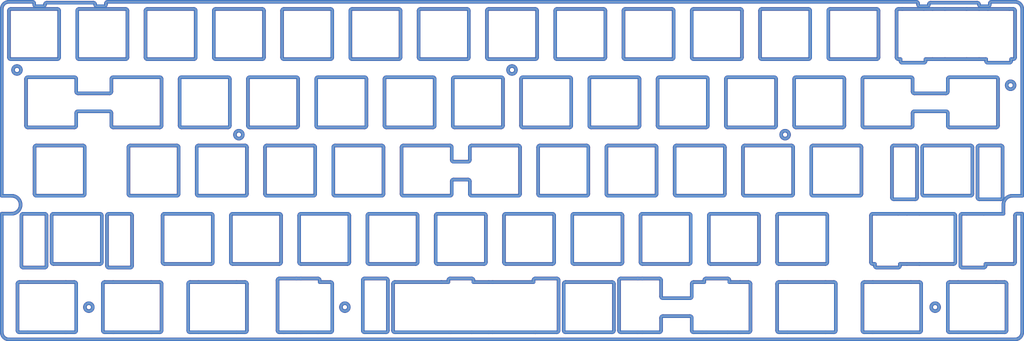
<source format=kicad_pcb>
(kicad_pcb (version 20241229) (generator "pcbnew") (generator_version "9.0")
  (layers (0 "F.Cu" signal) (2 "B.Cu" signal) (13 "F.Paste" user) (15 "B.Paste" user) (5 "F.SilkS" user "F.Silkscreen") (7 "B.SilkS" user "B.Silkscreen") (1 "F.Mask" user) (3 "B.Mask" user) (25 "Edge.Cuts" user))
  (net 0 "")
  (gr_line (start 284.7 54.125) (end 281.95 54.125) (stroke (width 1)) (layer "F.Cu"))
  (gr_line (start 186.95 2) (end 173.95 2) (stroke (width 1)) (layer "F.Cu"))
  (gr_line (start 264.4375 92.2) (end 266.81875 92.2) (stroke (width 1)) (layer "F.Cu"))
  (gr_line (start 2.5 16) (end 15.5 16) (stroke (width 1)) (layer "F.Cu"))
  (gr_arc (start 192.2125 72.65) (mid 192.066053 73.003553) (end 191.7125 73.15) (stroke (width 1)) (layer "F.Cu"))
  (gr_line (start 279.8186 78.2) (end 277.4375 78.2) (stroke (width 1)) (layer "F.Cu"))
  (gr_arc (start 183.94375 91.7) (mid 183.7973 92.053536) (end 183.44375 92.19995) (stroke (width 1)) (layer "F.Cu"))
  (gr_arc (start 258.65 0.75) (mid 258.503553 1.103553) (end 258.15 1.25) (stroke (width 1)) (layer "F.Cu"))
  (gr_line (start 242.50625 59.65) (end 242.50625 72.656801) (stroke (width 1)) (layer "F.Cu"))
  (gr_line (start 193 16) (end 206 16) (stroke (width 1)) (layer "F.Cu"))
  (gr_arc (start 221.575 35.05) (mid 221.221447 34.903553) (end 221.075 34.55) (stroke (width 1)) (layer "F.Cu"))
  (gr_line (start 83.44375 77.2) (end 82.2 77.2) (stroke (width 1)) (layer "F.Cu"))
  (gr_arc (start 8.55 0) (mid 8.903553 0.146447) (end 9.05 0.5) (stroke (width 1)) (layer "F.Cu"))
  (gr_arc (start 49.625 21.55) (mid 49.771447 21.196447) (end 50.125 21.05) (stroke (width 1)) (layer "F.Cu"))
  (gr_line (start 280.31875 91.7) (end 280.31875 78.693128) (stroke (width 1)) (layer "F.Cu"))
  (gr_arc (start 267.9694 74.15) (mid 267.618224 74.005996) (end 267.46925 73.656801) (stroke (width 1)) (layer "F.Cu"))
  (gr_line (start 65.50625 78.2) (end 54.8875 78.2) (stroke (width 1)) (layer "F.Cu"))
  (gr_arc (start 263.9375 78.7) (mid 264.083947 78.346447) (end 264.4375 78.2) (stroke (width 1)) (layer "F.Cu"))
  (gr_arc (start 12.46825 73.64996) (mid 12.3218 74.003536) (end 11.96821 74.15) (stroke (width 1)) (layer "F.Cu"))
  (gr_arc (start 225.55 15.5) (mid 225.403553 15.853553) (end 225.05 16) (stroke (width 1)) (layer "F.Cu"))
  (gr_line (start 265.53125 73.15) (end 265.53125 73.14995) (stroke (width 1)) (layer "F.Cu"))
  (gr_line (start 251.237 17) (end 257.237 17) (stroke (width 1)) (layer "F.Cu"))
  (gr_line (start 130.3 15.5) (end 130.3 2.5) (stroke (width 1)) (layer "F.Cu"))
  (gr_line (start 282.7 15.5) (end 282.7 2.5) (stroke (width 1)) (layer "F.Cu"))
  (gr_line (start 64.4125 73.15) (end 77.4125 73.15) (stroke (width 1)) (layer "F.Cu"))
  (gr_arc (start 109.15625 78.7) (mid 109.3027 78.346464) (end 109.65625 78.20005) (stroke (width 1)) (layer "F.Cu"))
  (gr_arc (start 281.613 16.5) (mid 281.466553 16.853553) (end 281.113 17) (stroke (width 1)) (layer "F.Cu"))
  (gr_line (start 102.5125 73.15) (end 115.5125 73.15) (stroke (width 1)) (layer "F.Cu"))
  (gr_line (start 255.35575 54.6) (end 255.35575 40.593128) (stroke (width 1)) (layer "F.Cu"))
  (gr_arc (start 125.5375 53.6) (mid 125.391053 53.953553) (end 125.0375 54.1) (stroke (width 1)) (layer "F.Cu"))
  (gr_line (start 12.46825 73.64996) (end 12.46825 59.643128) (stroke (width 1)) (layer "F.Cu"))
  (gr_line (start 63.9125 59.65) (end 63.9125 72.65) (stroke (width 1)) (layer "F.Cu"))
  (gr_line (start 58.3625 59.15) (end 45.3625 59.15) (stroke (width 1)) (layer "F.Cu"))
  (gr_line (start 148.34325 77.7) (end 148.34325 78.2) (stroke (width 1)) (layer "F.Cu"))
  (gr_line (start 183.475 35.05) (end 196.475 35.05) (stroke (width 1)) (layer "F.Cu"))
  (gr_arc (start 21.2625 25.55) (mid 20.908947 25.403553) (end 20.7625 25.05) (stroke (width 1)) (layer "F.Cu"))
  (gr_line (start 115.5125 59.15) (end 102.5125 59.15) (stroke (width 1)) (layer "F.Cu"))
  (gr_arc (start 155.34325 91.7) (mid 155.1968 92.053536) (end 154.84325 92.19995) (stroke (width 1)) (layer "F.Cu"))
  (gr_line (start 188.2375 54.1) (end 201.2375 54.1) (stroke (width 1)) (layer "F.Cu"))
  (gr_line (start 206.5 15.5) (end 206.5 2.5) (stroke (width 1)) (layer "F.Cu"))
  (gr_line (start 253.625 21.05) (end 240.625 21.05) (stroke (width 1)) (layer "F.Cu"))
  (gr_line (start 282.2 2) (end 281.113 2) (stroke (width 1)) (layer "F.Cu"))
  (gr_line (start 172.6625 59.15) (end 159.6625 59.15) (stroke (width 1)) (layer "F.Cu"))
  (gr_line (start 20.2625 21.05) (end 7.2625 21.05) (stroke (width 1)) (layer "F.Cu"))
  (gr_line (start 131.09425 92.2) (end 135.85 92.2) (stroke (width 1)) (layer "F.Cu"))
  (gr_arc (start 282.7 15.5) (mid 282.553553 15.853553) (end 282.2 16) (stroke (width 1)) (layer "F.Cu"))
  (gr_line (start 110.75 2) (end 97.75 2) (stroke (width 1)) (layer "F.Cu"))
  (gr_arc (start 30.575 25.05) (mid 30.428553 25.403553) (end 30.075 25.55) (stroke (width 1)) (layer "F.Cu"))
  (gr_arc (start 221.075 21.55) (mid 221.221447 21.196447) (end 221.575 21.05) (stroke (width 1)) (layer "F.Cu"))
  (gr_arc (start 126.325 35.05) (mid 125.971447 34.903553) (end 125.825 34.55) (stroke (width 1)) (layer "F.Cu"))
  (gr_arc (start 67.8875 78.2) (mid 68.241053 78.346447) (end 68.3875 78.7) (stroke (width 1)) (layer "F.Cu"))
  (gr_arc (start 4.38125 78.7) (mid 4.527697 78.346447) (end 4.88125 78.2) (stroke (width 1)) (layer "F.Cu"))
  (gr_arc (start 107.71825 91.7) (mid 107.5718 92.053536) (end 107.21825 92.19995) (stroke (width 1)) (layer "F.Cu"))
  (gr_line (start 121.5625 73.15) (end 134.5625 73.15) (stroke (width 1)) (layer "F.Cu"))
  (gr_arc (start 88.225 35.05) (mid 87.871447 34.903553) (end 87.725 34.55) (stroke (width 1)) (layer "F.Cu"))
  (gr_line (start 267.96925 59.15) (end 267.96925 59.15005) (stroke (width 1)) (layer "F.Cu"))
  (gr_line (start 131.0941 77.2) (end 125.09425 77.2) (stroke (width 1)) (layer "F.Cu"))
  (gr_line (start 272.15 0.25) (end 259.15 0.25) (stroke (width 1)) (layer "F.Cu"))
  (gr_line (start 2 94.2) (end 282.7 94.2) (stroke (width 1)) (layer "F.Cu"))
  (gr_arc (start 134.5625 59.15) (mid 134.916053 59.296447) (end 135.0625 59.65) (stroke (width 1)) (layer "F.Cu"))
  (gr_arc (start 168.6875 40.6) (mid 168.833947 40.246447) (end 169.1875 40.1) (stroke (width 1)) (layer "F.Cu"))
  (gr_arc (start 120.275 21.05) (mid 120.628553 21.196447) (end 120.775 21.55) (stroke (width 1)) (layer "F.Cu"))
  (gr_line (start 105.9875 40.1) (end 92.9875 40.1) (stroke (width 1)) (layer "F.Cu"))
  (gr_line (start 243.00625 78.2) (end 240.625 78.2) (stroke (width 1)) (layer "F.Cu"))
  (gr_line (start 158.875 34.55) (end 158.875 21.55) (stroke (width 1)) (layer "F.Cu"))
  (gr_line (start 255.15 0) (end 29.55 0) (stroke (width 1)) (layer "F.Cu"))
  (gr_line (start 31.075 92.2) (end 41.69375 92.2) (stroke (width 1)) (layer "F.Cu"))
  (gr_line (start 149.35 15.5) (end 149.35 2.5) (stroke (width 1)) (layer "F.Cu"))
  (gr_arc (start 2.5 16) (mid 2.146447 15.853553) (end 2 15.5) (stroke (width 1)) (layer "F.Cu"))
  (gr_arc (start 279.45 56.625) (mid 280.182233 54.857233) (end 281.95 54.125) (stroke (width 1)) (layer "F.Cu"))
  (gr_line (start 281.613 16.5) (end 281.613 16) (stroke (width 1)) (layer "F.Cu"))
  (gr_arc (start 244.0934 74.15) (mid 243.742224 74.005996) (end 243.59325 73.656801) (stroke (width 1)) (layer "F.Cu"))
  (gr_line (start 177.44375 77.2) (end 172.71925 77.2) (stroke (width 1)) (layer "F.Cu"))
  (gr_line (start 7.2625 92.2) (end 17.88125 92.2) (stroke (width 1)) (layer "F.Cu"))
  (gr_line (start 263.9375 21.55) (end 263.9375 25.05) (stroke (width 1)) (layer "F.Cu"))
  (gr_line (start 67.8875 40.1) (end 54.8875 40.1) (stroke (width 1)) (layer "F.Cu"))
  (gr_arc (start 197.7625 73.15) (mid 197.408947 73.003553) (end 197.2625 72.65) (stroke (width 1)) (layer "F.Cu"))
  (gr_line (start 275.113 17) (end 281.113 17) (stroke (width 1)) (layer "F.Cu"))
  (gr_arc (start 0 2) (mid 0.585786 0.585786) (end 2 0) (stroke (width 1)) (layer "F.Cu"))
  (gr_line (start 145.375 35.05) (end 158.375 35.05) (stroke (width 1)) (layer "F.Cu"))
  (gr_arc (start 44.575 34.55) (mid 44.428553 34.903553) (end 44.075 35.05) (stroke (width 1)) (layer "F.Cu"))
  (gr_line (start 27.4061 59.15) (end 14.40625 59.15) (stroke (width 1)) (layer "F.Cu"))
  (gr_arc (start 68.3875 53.6) (mid 68.241053 53.953553) (end 67.8875 54.1) (stroke (width 1)) (layer "F.Cu"))
  (gr_line (start 225.8375 40.6) (end 225.8375 53.6) (stroke (width 1)) (layer "F.Cu"))
  (gr_arc (start 131.0875 54.1) (mid 130.733947 53.953553) (end 130.5875 53.6) (stroke (width 1)) (layer "F.Cu"))
  (gr_line (start 126.0375 44.6) (end 130.0875 44.6) (stroke (width 1)) (layer "F.Cu"))
  (gr_line (start 154.1125 72.65) (end 154.1125 59.65) (stroke (width 1)) (layer "F.Cu"))
  (gr_arc (start 135.35 2.5) (mid 135.496447 2.146447) (end 135.85 2) (stroke (width 1)) (layer "F.Cu"))
  (gr_arc (start 234.575 21.05) (mid 234.928553 21.196447) (end 235.075 21.55) (stroke (width 1)) (layer "F.Cu"))
  (gr_line (start 78.7 16) (end 91.7 16) (stroke (width 1)) (layer "F.Cu"))
  (gr_arc (start 109.6564 92.2) (mid 109.305224 92.055996) (end 109.15625 91.706801) (stroke (width 1)) (layer "F.Cu"))
  (gr_line (start 124.59425 77.7) (end 124.59425 78.2) (stroke (width 1)) (layer "F.Cu"))
  (gr_arc (start 254.625 25.55) (mid 254.271447 25.403553) (end 254.125 25.05) (stroke (width 1)) (layer "F.Cu"))
  (gr_arc (start 63.9125 59.65) (mid 64.058947 59.296447) (end 64.4125 59.15) (stroke (width 1)) (layer "F.Cu"))
  (gr_arc (start 101.725 34.55) (mid 101.578553 34.903553) (end 101.225 35.05) (stroke (width 1)) (layer "F.Cu"))
  (gr_line (start 231.1 16) (end 244.1 16) (stroke (width 1)) (layer "F.Cu"))
  (gr_arc (start 28.19375 78.7) (mid 28.3402 78.346464) (end 28.69375 78.20005) (stroke (width 1)) (layer "F.Cu"))
  (gr_arc (start 96.4625 59.15) (mid 96.816053 59.296447) (end 96.9625 59.65) (stroke (width 1)) (layer "F.Cu"))
  (gr_line (start 36.34425 73.65) (end 36.34425 59.643128) (stroke (width 1)) (layer "F.Cu"))
  (gr_arc (start 202.525 35.05) (mid 202.171447 34.903553) (end 202.025 34.55) (stroke (width 1)) (layer "F.Cu"))
  (gr_line (start 239.3375 40.1) (end 226.3375 40.1) (stroke (width 1)) (layer "F.Cu"))
  (gr_arc (start 240.125 78.7) (mid 240.271447 78.346447) (end 240.625 78.2) (stroke (width 1)) (layer "F.Cu"))
  (gr_line (start 29.05 0.75) (end 29.05 0.5) (stroke (width 1)) (layer "F.Cu"))
  (gr_line (start 256.00625 59.15) (end 252.53125 59.15) (stroke (width 1)) (layer "F.Cu"))
  (gr_arc (start 254.125 34.55) (mid 253.978553 34.903553) (end 253.625 35.05) (stroke (width 1)) (layer "F.Cu"))
  (gr_arc (start 102.5125 73.15) (mid 102.158947 73.003553) (end 102.0125 72.65) (stroke (width 1)) (layer "F.Cu"))
  (gr_arc (start 44.8625 59.65) (mid 45.008947 59.296447) (end 45.3625 59.15) (stroke (width 1)) (layer "F.Cu"))
  (gr_line (start 253.625 92.2) (end 256.00625 92.2) (stroke (width 1)) (layer "F.Cu"))
  (gr_arc (start 280.31875 91.7) (mid 280.1723 92.053536) (end 279.81875 92.19995) (stroke (width 1)) (layer "F.Cu"))
  (gr_arc (start 25.55 0.25) (mid 25.903553 0.396447) (end 26.05 0.75) (stroke (width 1)) (layer "F.Cu"))
  (gr_line (start 192.2125 72.65) (end 192.2125 59.65) (stroke (width 1)) (layer "F.Cu"))
  (gr_arc (start 106.4875 53.6) (mid 106.341053 53.953553) (end 105.9875 54.1) (stroke (width 1)) (layer "F.Cu"))
  (gr_arc (start 178.7125 73.15) (mid 178.358947 73.003553) (end 178.2125 72.65) (stroke (width 1)) (layer "F.Cu"))
  (gr_line (start 72.65 2) (end 59.65 2) (stroke (width 1)) (layer "F.Cu"))
  (gr_line (start 212.05 16) (end 225.05 16) (stroke (width 1)) (layer "F.Cu"))
  (gr_line (start 11.9681 59.15) (end 5.96825 59.15) (stroke (width 1)) (layer "F.Cu"))
  (gr_line (start 135.85 78.2) (end 131.59425 78.2) (stroke (width 1)) (layer "F.Cu"))
  (gr_line (start 244.09325 59.15) (end 243.00625 59.15) (stroke (width 1)) (layer "F.Cu"))
  (gr_arc (start 96.9625 72.65) (mid 96.816053 73.003553) (end 96.4625 73.15) (stroke (width 1)) (layer "F.Cu"))
  (gr_arc (start 265.5311 59.15) (mid 265.88225 59.293979) (end 266.03125 59.643128) (stroke (width 1)) (layer "F.Cu"))
  (gr_line (start 273.15 1.25) (end 275.15 1.25) (stroke (width 1)) (layer "F.Cu"))
  (gr_arc (start 20.7625 91.7) (mid 20.616053 92.053553) (end 20.2625 92.2) (stroke (width 1)) (layer "F.Cu"))
  (gr_line (start 92.4875 40.6) (end 92.4875 53.6) (stroke (width 1)) (layer "F.Cu"))
  (gr_arc (start 216.3125 78.7) (mid 216.458947 78.346447) (end 216.8125 78.2) (stroke (width 1)) (layer "F.Cu"))
  (gr_arc (start 101.225 21.05) (mid 101.578553 21.196447) (end 101.725 21.55) (stroke (width 1)) (layer "F.Cu"))
  (gr_arc (start 248.8559 55.1) (mid 248.504724 54.955996) (end 248.35575 54.606801) (stroke (width 1)) (layer "F.Cu"))
  (gr_line (start 284.7 2) (end 284.7 54.125) (stroke (width 1)) (layer "F.Cu"))
  (gr_line (start 73.15 15.5) (end 73.15 2.5) (stroke (width 1)) (layer "F.Cu"))
  (gr_line (start 168.6875 40.6) (end 168.6875 53.6) (stroke (width 1)) (layer "F.Cu"))
  (gr_arc (start 277.9375 34.55) (mid 277.791053 34.903553) (end 277.4375 35.05) (stroke (width 1)) (layer "F.Cu"))
  (gr_line (start 82.2 77.2) (end 77.44375 77.2) (stroke (width 1)) (layer "F.Cu"))
  (gr_line (start 240.625 92.2) (end 243.00625 92.2) (stroke (width 1)) (layer "F.Cu"))
  (gr_line (start 86.9375 40.1) (end 73.9375 40.1) (stroke (width 1)) (layer "F.Cu"))
  (gr_arc (start 77.9125 72.65) (mid 77.766053 73.003553) (end 77.4125 73.15) (stroke (width 1)) (layer "F.Cu"))
  (gr_arc (start 27.90625 72.65) (mid 27.7598 73.003536) (end 27.40625 73.14995) (stroke (width 1)) (layer "F.Cu"))
  (gr_line (start 96.9625 72.65) (end 96.9625 59.65) (stroke (width 1)) (layer "F.Cu"))
  (gr_line (start 257.737 16.5) (end 257.737 16) (stroke (width 1)) (layer "F.Cu"))
  (gr_line (start 34.55 2) (end 21.55 2) (stroke (width 1)) (layer "F.Cu"))
  (gr_arc (start 2 94.2) (mid 0.585786 93.614214) (end 0 92.2) (stroke (width 1)) (layer "F.Cu"))
  (gr_arc (start 215.525 21.05) (mid 215.878553 21.196447) (end 216.025 21.55) (stroke (width 1)) (layer "F.Cu"))
  (gr_arc (start 111.25 15.5) (mid 111.103553 15.853553) (end 110.75 16) (stroke (width 1)) (layer "F.Cu"))
  (gr_line (start 264.4375 35.05) (end 277.4375 35.05) (stroke (width 1)) (layer "F.Cu"))
  (gr_arc (start 5.46825 59.65) (mid 5.614697 59.296447) (end 5.96825 59.15) (stroke (width 1)) (layer "F.Cu"))
  (gr_line (start 148.84325 92.2) (end 148.85 92.2) (stroke (width 1)) (layer "F.Cu"))
  (gr_arc (start 15.5 2) (mid 15.853553 2.146447) (end 16 2.5) (stroke (width 1)) (layer "F.Cu"))
  (gr_arc (start 59.65 16) (mid 59.296447 15.853553) (end 59.15 15.5) (stroke (width 1)) (layer "F.Cu"))
  (gr_line (start 283.2 59.125) (end 284.7 59.125) (stroke (width 1)) (layer "F.Cu"))
  (gr_arc (start 29.8444 74.15) (mid 29.493224 74.005996) (end 29.34425 73.656801) (stroke (width 1)) (layer "F.Cu"))
  (gr_circle (center 95.725 85.2) (end 96.825 85.2) (stroke (width 1)) (fill no) (layer "F.Cu"))
  (gr_arc (start 82.9625 59.65) (mid 83.108947 59.296447) (end 83.4625 59.15) (stroke (width 1)) (layer "F.Cu"))
  (gr_line (start 178.7125 73.15) (end 191.7125 73.15) (stroke (width 1)) (layer "F.Cu"))
  (gr_arc (start 154.4 2.5) (mid 154.546447 2.146447) (end 154.9 2) (stroke (width 1)) (layer "F.Cu"))
  (gr_line (start 135.85 16) (end 148.85 16) (stroke (width 1)) (layer "F.Cu"))
  (gr_line (start 41.69375 92.2) (end 44.075 92.2) (stroke (width 1)) (layer "F.Cu"))
  (gr_arc (start 112.0375 54.1) (mid 111.683947 53.953553) (end 111.5375 53.6) (stroke (width 1)) (layer "F.Cu"))
  (gr_arc (start 158.375 21.05) (mid 158.728553 21.196447) (end 158.875 21.55) (stroke (width 1)) (layer "F.Cu"))
  (gr_line (start 125.0375 40.1) (end 112.0375 40.1) (stroke (width 1)) (layer "F.Cu"))
  (gr_line (start 28.69375 78.2) (end 28.69375 78.20005) (stroke (width 1)) (layer "F.Cu"))
  (gr_line (start 9.55 1.25) (end 11.55 1.25) (stroke (width 1)) (layer "F.Cu"))
  (gr_line (start 140.1125 59.65) (end 140.1125 72.65) (stroke (width 1)) (layer "F.Cu"))
  (gr_arc (start 28.6939 92.2) (mid 28.342724 92.055996) (end 28.19375 91.706801) (stroke (width 1)) (layer "F.Cu"))
  (gr_line (start 41.69375 78.2) (end 31.075 78.2) (stroke (width 1)) (layer "F.Cu"))
  (gr_arc (start 273.15 1.25) (mid 272.796447 1.103553) (end 272.65 0.75) (stroke (width 1)) (layer "F.Cu"))
  (gr_arc (start 2.75 54.125) (mid 5.25 56.625) (end 2.75 59.125) (stroke (width 1)) (layer "F.Cu"))
  (gr_arc (start 254.125 31.05) (mid 254.271447 30.696447) (end 254.625 30.55) (stroke (width 1)) (layer "F.Cu"))
  (gr_line (start 282.7 0) (end 276.15 0) (stroke (width 1)) (layer "F.Cu"))
  (gr_arc (start 54.1 15.5) (mid 53.953553 15.853553) (end 53.6 16) (stroke (width 1)) (layer "F.Cu"))
  (gr_arc (start 192.5 78.7) (mid 192.646447 78.346447) (end 193 78.2) (stroke (width 1)) (layer "F.Cu"))
  (gr_line (start 202.025 21.55) (end 202.025 34.55) (stroke (width 1)) (layer "F.Cu"))
  (gr_arc (start 105.9875 40.1) (mid 106.341053 40.246447) (end 106.4875 40.6) (stroke (width 1)) (layer "F.Cu"))
  (gr_line (start 124.59425 78.2) (end 122.6564 78.2) (stroke (width 1)) (layer "F.Cu"))
  (gr_line (start 116.8 16) (end 129.8 16) (stroke (width 1)) (layer "F.Cu"))
  (gr_line (start 2 0) (end 8.55 0) (stroke (width 1)) (layer "F.Cu"))
  (gr_line (start 126.325 35.05) (end 139.325 35.05) (stroke (width 1)) (layer "F.Cu"))
  (gr_arc (start 49.3375 53.6) (mid 49.191053 53.953553) (end 48.8375 54.1) (stroke (width 1)) (layer "F.Cu"))
  (gr_line (start 274.46925 73.15) (end 282.2 73.15) (stroke (width 1)) (layer "F.Cu"))
  (gr_arc (start 177.425 21.05) (mid 177.778553 21.196447) (end 177.925 21.55) (stroke (width 1)) (layer "F.Cu"))
  (gr_circle (center 218.55 37.075) (end 219.65 37.075) (stroke (width 1)) (fill no) (layer "F.Cu"))
  (gr_arc (start 202.025 21.55) (mid 202.171447 21.196447) (end 202.525 21.05) (stroke (width 1)) (layer "F.Cu"))
  (gr_line (start 92.2 91.7) (end 92.2 78.7) (stroke (width 1)) (layer "F.Cu"))
  (gr_arc (start 244.6 15.5) (mid 244.453553 15.853553) (end 244.1 16) (stroke (width 1)) (layer "F.Cu"))
  (gr_arc (start 34.55 2) (mid 34.903553 2.146447) (end 35.05 2.5) (stroke (width 1)) (layer "F.Cu"))
  (gr_arc (start 178.2125 59.65) (mid 178.358947 59.296447) (end 178.7125 59.15) (stroke (width 1)) (layer "F.Cu"))
  (gr_line (start 226.3375 54.1) (end 239.3375 54.1) (stroke (width 1)) (layer "F.Cu"))
  (gr_arc (start 91.7 78.2) (mid 92.053553 78.346447) (end 92.2 78.7) (stroke (width 1)) (layer "F.Cu"))
  (gr_line (start 125.825 21.55) (end 125.825 34.55) (stroke (width 1)) (layer "F.Cu"))
  (gr_arc (start 163.6375 53.6) (mid 163.491053 53.953553) (end 163.1375 54.1) (stroke (width 1)) (layer "F.Cu"))
  (gr_arc (start 255.35575 54.6) (mid 255.2093 54.953536) (end 254.85575 55.09995) (stroke (width 1)) (layer "F.Cu"))
  (gr_line (start 163.925 21.55) (end 163.925 34.55) (stroke (width 1)) (layer "F.Cu"))
  (gr_line (start 215.525 21.05) (end 202.525 21.05) (stroke (width 1)) (layer "F.Cu"))
  (gr_line (start 53.6 2) (end 40.6 2) (stroke (width 1)) (layer "F.Cu"))
  (gr_line (start 158.375 21.05) (end 145.375 21.05) (stroke (width 1)) (layer "F.Cu"))
  (gr_arc (start 277.4375 21.05) (mid 277.791053 21.196447) (end 277.9375 21.55) (stroke (width 1)) (layer "F.Cu"))
  (gr_line (start 77.9125 72.65) (end 77.9125 59.65) (stroke (width 1)) (layer "F.Cu"))
  (gr_line (start 29.8444 74.15) (end 35.84425 74.15) (stroke (width 1)) (layer "F.Cu"))
  (gr_arc (start 130.0875 49.6) (mid 130.441053 49.746447) (end 130.5875 50.1) (stroke (width 1)) (layer "F.Cu"))
  (gr_arc (start 67.8875 40.1) (mid 68.241053 40.246447) (end 68.3875 40.6) (stroke (width 1)) (layer "F.Cu"))
  (gr_line (start 109.15625 78.7) (end 109.15625 91.706801) (stroke (width 1)) (layer "F.Cu"))
  (gr_line (start 44.8625 59.65) (end 44.8625 72.65) (stroke (width 1)) (layer "F.Cu"))
  (gr_arc (start 77.4439 92.2) (mid 77.092689 92.055961) (end 76.94375 91.706801) (stroke (width 1)) (layer "F.Cu"))
  (gr_line (start 68.3875 53.6) (end 68.3875 40.6) (stroke (width 1)) (layer "F.Cu"))
  (gr_arc (start 40.1 2.5) (mid 40.246447 2.146447) (end 40.6 2) (stroke (width 1)) (layer "F.Cu"))
  (gr_line (start 278.73175 55.09995) (end 278.73175 55.1) (stroke (width 1)) (layer "F.Cu"))
  (gr_line (start 248.8559 55.1) (end 254.85575 55.1) (stroke (width 1)) (layer "F.Cu"))
  (gr_line (start 243.00625 59.15) (end 243.00625 59.15005) (stroke (width 1)) (layer "F.Cu"))
  (gr_line (start 256.50625 91.7) (end 256.50625 78.693128) (stroke (width 1)) (layer "F.Cu"))
  (gr_line (start 263.9375 78.7) (end 263.9375 91.7) (stroke (width 1)) (layer "F.Cu"))
  (gr_arc (start 48.8375 40.1) (mid 49.191053 40.246447) (end 49.3375 40.6) (stroke (width 1)) (layer "F.Cu"))
  (gr_arc (start 145.375 35.05) (mid 145.021447 34.903553) (end 144.875 34.55) (stroke (width 1)) (layer "F.Cu"))
  (gr_arc (start 44.575 91.7) (mid 44.428553 92.053553) (end 44.075 92.2) (stroke (width 1)) (layer "F.Cu"))
  (gr_line (start 254.125 31.05) (end 254.125 34.55) (stroke (width 1)) (layer "F.Cu"))
  (gr_arc (start 72.65 2) (mid 73.003553 2.146447) (end 73.15 2.5) (stroke (width 1)) (layer "F.Cu"))
  (gr_arc (start 256.79375 40.6) (mid 256.9402 40.246464) (end 257.29375 40.10005) (stroke (width 1)) (layer "F.Cu"))
  (gr_arc (start 126.0375 44.6) (mid 125.683947 44.453553) (end 125.5375 44.1) (stroke (width 1)) (layer "F.Cu"))
  (gr_line (start 7.2625 78.2) (end 4.88125 78.2) (stroke (width 1)) (layer "F.Cu"))
  (gr_line (start 272.675 2) (end 269.2 2) (stroke (width 1)) (layer "F.Cu"))
  (gr_line (start 45.3625 73.15) (end 58.3625 73.15) (stroke (width 1)) (layer "F.Cu"))
  (gr_arc (start 92.9875 54.1) (mid 92.633947 53.953553) (end 92.4875 53.6) (stroke (width 1)) (layer "F.Cu"))
  (gr_line (start 266.81875 92.2) (end 277.4375 92.2) (stroke (width 1)) (layer "F.Cu"))
  (gr_line (start 59.15 2.5) (end 59.15 15.5) (stroke (width 1)) (layer "F.Cu"))
  (gr_arc (start 9.14375 40.60004) (mid 9.2902 40.246464) (end 9.64379 40.1) (stroke (width 1)) (layer "F.Cu"))
  (gr_line (start 92.9875 54.1) (end 105.9875 54.1) (stroke (width 1)) (layer "F.Cu"))
  (gr_line (start 266.03125 72.65) (end 266.03125 59.643128) (stroke (width 1)) (layer "F.Cu"))
  (gr_line (start 270.79375 53.6) (end 270.79375 40.593128) (stroke (width 1)) (layer "F.Cu"))
  (gr_line (start 88.2 92.2) (end 91.7 92.2) (stroke (width 1)) (layer "F.Cu"))
  (gr_line (start 279.45 59.15) (end 273.96925 59.15) (stroke (width 1)) (layer "F.Cu"))
  (gr_line (start 68.3875 91.7) (end 68.3875 78.7) (stroke (width 1)) (layer "F.Cu"))
  (gr_arc (start 130.3 15.5) (mid 130.153553 15.853553) (end 129.8 16) (stroke (width 1)) (layer "F.Cu"))
  (gr_line (start 277.4375 92.2) (end 279.81875 92.2) (stroke (width 1)) (layer "F.Cu"))
  (gr_arc (start 211.2625 72.65) (mid 211.116053 73.003553) (end 210.7625 73.15) (stroke (width 1)) (layer "F.Cu"))
  (gr_arc (start 130.5875 40.6) (mid 130.733947 40.246447) (end 131.0875 40.1) (stroke (width 1)) (layer "F.Cu"))
  (gr_arc (start 240.125 21.55) (mid 240.271447 21.196447) (end 240.625 21.05) (stroke (width 1)) (layer "F.Cu"))
  (gr_arc (start 201.7375 53.6) (mid 201.591053 53.953553) (end 201.2375 54.1) (stroke (width 1)) (layer "F.Cu"))
  (gr_arc (start 168.4 15.5) (mid 168.253553 15.853553) (end 167.9 16) (stroke (width 1)) (layer "F.Cu"))
  (gr_line (start 125.5375 44.1) (end 125.5375 40.6) (stroke (width 1)) (layer "F.Cu"))
  (gr_arc (start 255.15 0) (mid 255.503553 0.146447) (end 255.65 0.5) (stroke (width 1)) (layer "F.Cu"))
  (gr_line (start 159.6625 73.15) (end 172.6625 73.15) (stroke (width 1)) (layer "F.Cu"))
  (gr_arc (start 35.05 15.5) (mid 34.903553 15.853553) (end 34.55 16) (stroke (width 1)) (layer "F.Cu"))
  (gr_line (start 22.6436 40.1) (end 9.64379 40.1) (stroke (width 1)) (layer "F.Cu"))
  (gr_line (start 5.96825 74.15) (end 11.96821 74.15) (stroke (width 1)) (layer "F.Cu"))
  (gr_line (start 256.00625 73.15) (end 265.53125 73.15) (stroke (width 1)) (layer "F.Cu"))
  (gr_arc (start 240.625 92.2) (mid 240.271447 92.053553) (end 240.125 91.7) (stroke (width 1)) (layer "F.Cu"))
  (gr_line (start 229.8125 59.15) (end 216.8125 59.15) (stroke (width 1)) (layer "F.Cu"))
  (gr_arc (start 226.3375 54.1) (mid 225.983947 53.953553) (end 225.8375 53.6) (stroke (width 1)) (layer "F.Cu"))
  (gr_arc (start 63.625 34.55) (mid 63.478553 34.903553) (end 63.125 35.05) (stroke (width 1)) (layer "F.Cu"))
  (gr_arc (start 263.4375 30.55) (mid 263.791053 30.696447) (end 263.9375 31.05) (stroke (width 1)) (layer "F.Cu"))
  (gr_line (start 101.225 21.05) (end 88.225 21.05) (stroke (width 1)) (layer "F.Cu"))
  (gr_arc (start 229.8125 59.15) (mid 230.166053 59.296447) (end 230.3125 59.65) (stroke (width 1)) (layer "F.Cu"))
  (gr_line (start 153.6125 59.15) (end 140.6125 59.15) (stroke (width 1)) (layer "F.Cu"))
  (gr_arc (start 270.79375 53.6) (mid 270.6473 53.953536) (end 270.29375 54.09995) (stroke (width 1)) (layer "F.Cu"))
  (gr_arc (start 243.0064 73.15) (mid 242.655224 73.005996) (end 242.50625 72.656801) (stroke (width 1)) (layer "F.Cu"))
  (gr_arc (start 182.1875 40.1) (mid 182.541053 40.246447) (end 182.6875 40.6) (stroke (width 1)) (layer "F.Cu"))
  (gr_line (start 277.4375 78.2) (end 266.81875 78.2) (stroke (width 1)) (layer "F.Cu"))
  (gr_line (start 191.7125 59.15) (end 178.7125 59.15) (stroke (width 1)) (layer "F.Cu"))
  (gr_line (start 184.44375 87.7) (end 192 87.7) (stroke (width 1)) (layer "F.Cu"))
  (gr_arc (start 87.725 21.55) (mid 87.871447 21.196447) (end 88.225 21.05) (stroke (width 1)) (layer "F.Cu"))
  (gr_line (start 202.525 35.05) (end 215.525 35.05) (stroke (width 1)) (layer "F.Cu"))
  (gr_line (start 206 92.2) (end 208.38125 92.2) (stroke (width 1)) (layer "F.Cu"))
  (gr_line (start 9.14375 40.60004) (end 9.14375 53.606801) (stroke (width 1)) (layer "F.Cu"))
  (gr_line (start 243.59325 73.15) (end 243.59325 73.656801) (stroke (width 1)) (layer "F.Cu"))
  (gr_line (start 92.2 15.5) (end 92.2 2.5) (stroke (width 1)) (layer "F.Cu"))
  (gr_line (start 14.40625 59.15005) (end 14.40625 59.15) (stroke (width 1)) (layer "F.Cu"))
  (gr_line (start 163.1375 40.1) (end 150.1375 40.1) (stroke (width 1)) (layer "F.Cu"))
  (gr_arc (start 107.275 35.05) (mid 106.921447 34.903553) (end 106.775 34.55) (stroke (width 1)) (layer "F.Cu"))
  (gr_line (start 77.4439 92.2) (end 78.7 92.2) (stroke (width 1)) (layer "F.Cu"))
  (gr_line (start 263.9375 31.05) (end 263.9375 34.55) (stroke (width 1)) (layer "F.Cu"))
  (gr_line (start 107.21825 92.2) (end 107.21825 92.19995) (stroke (width 1)) (layer "F.Cu"))
  (gr_arc (start 88.2 77.2) (mid 88.553553 77.346447) (end 88.7 77.7) (stroke (width 1)) (layer "F.Cu"))
  (gr_line (start 59.65 16) (end 72.65 16) (stroke (width 1)) (layer "F.Cu"))
  (gr_line (start 163.6375 53.6) (end 163.6375 40.6) (stroke (width 1)) (layer "F.Cu"))
  (gr_line (start 263.15 2) (end 259.675 2) (stroke (width 1)) (layer "F.Cu"))
  (gr_line (start 284.7 92.2) (end 284.7 59.125) (stroke (width 1)) (layer "F.Cu"))
  (gr_arc (start 275.65 0.5) (mid 275.796447 0.146447) (end 276.15 0) (stroke (width 1)) (layer "F.Cu"))
  (gr_line (start 282.7 72.65) (end 282.7 59.625) (stroke (width 1)) (layer "F.Cu"))
  (gr_arc (start 193 16) (mid 192.646447 15.853553) (end 192.5 15.5) (stroke (width 1)) (layer "F.Cu"))
  (gr_line (start 170.2811 78.2) (end 157.28125 78.2) (stroke (width 1)) (layer "F.Cu"))
  (gr_arc (start 100.71825 77.7) (mid 100.8647 77.346464) (end 101.21825 77.20005) (stroke (width 1)) (layer "F.Cu"))
  (gr_line (start 251.237 2) (end 250.15 2) (stroke (width 1)) (layer "F.Cu"))
  (gr_line (start 101.21825 77.2) (end 101.21825 77.20005) (stroke (width 1)) (layer "F.Cu"))
  (gr_arc (start 125.5375 50.1) (mid 125.683947 49.746447) (end 126.0375 49.6) (stroke (width 1)) (layer "F.Cu"))
  (gr_line (start 122.6562 78.2) (end 122.6564 78.2) (stroke (width 1)) (layer "F.Cu"))
  (gr_circle (center 24.2875 85.2) (end 25.3875 85.2) (stroke (width 1)) (fill no) (layer "F.Cu"))
  (gr_line (start 68.675 21.55) (end 68.675 34.55) (stroke (width 1)) (layer "F.Cu"))
  (gr_arc (start 29.05 0.75) (mid 28.903553 1.103553) (end 28.55 1.25) (stroke (width 1)) (layer "F.Cu"))
  (gr_arc (start 116.3 2.5) (mid 116.446447 2.146447) (end 116.8 2) (stroke (width 1)) (layer "F.Cu"))
  (gr_line (start 109.65625 78.20005) (end 109.65625 78.2) (stroke (width 1)) (layer "F.Cu"))
  (gr_line (start 244.0934 74.15) (end 250.09325 74.15) (stroke (width 1)) (layer "F.Cu"))
  (gr_line (start 177.44375 92.2) (end 178.71925 92.2) (stroke (width 1)) (layer "F.Cu"))
  (gr_arc (start 159.1625 59.65) (mid 159.308947 59.296447) (end 159.6625 59.15) (stroke (width 1)) (layer "F.Cu"))
  (gr_line (start 116.0125 72.65) (end 116.0125 59.65) (stroke (width 1)) (layer "F.Cu"))
  (gr_line (start 169.1875 54.1) (end 182.1875 54.1) (stroke (width 1)) (layer "F.Cu"))
  (gr_line (start 170.78125 91.7) (end 170.78125 78.693128) (stroke (width 1)) (layer "F.Cu"))
  (gr_arc (start 129.8 2) (mid 130.153553 2.146447) (end 130.3 2.5) (stroke (width 1)) (layer "F.Cu"))
  (gr_arc (start 183.94375 88.2) (mid 184.090194 87.846429) (end 184.44375 87.7) (stroke (width 1)) (layer "F.Cu"))
  (gr_line (start 202.5 92.2) (end 206 92.2) (stroke (width 1)) (layer "F.Cu"))
  (gr_line (start 4.88125 92.2) (end 7.2625 92.2) (stroke (width 1)) (layer "F.Cu"))
  (gr_arc (start 270.2936 40.1) (mid 270.644786 40.244014) (end 270.79375 40.593128) (stroke (width 1)) (layer "F.Cu"))
  (gr_arc (start 44.075 21.05) (mid 44.428553 21.196447) (end 44.575 21.55) (stroke (width 1)) (layer "F.Cu"))
  (gr_arc (start 207.2875 54.1) (mid 206.933947 53.953553) (end 206.7875 53.6) (stroke (width 1)) (layer "F.Cu"))
  (gr_arc (start 58.8625 72.65) (mid 58.716053 73.003553) (end 58.3625 73.15) (stroke (width 1)) (layer "F.Cu"))
  (gr_line (start 82.675 34.55) (end 82.675 21.55) (stroke (width 1)) (layer "F.Cu"))
  (gr_line (start 35.05 15.5) (end 35.05 2.5) (stroke (width 1)) (layer "F.Cu"))
  (gr_line (start 187.7375 40.6) (end 187.7375 53.6) (stroke (width 1)) (layer "F.Cu"))
  (gr_line (start 256.15 1.25) (end 258.15 1.25) (stroke (width 1)) (layer "F.Cu"))
  (gr_line (start 35.8375 54.1) (end 48.8375 54.1) (stroke (width 1)) (layer "F.Cu"))
  (gr_line (start 31.075 35.05) (end 44.075 35.05) (stroke (width 1)) (layer "F.Cu"))
  (gr_line (start 240.125 21.55) (end 240.125 34.55) (stroke (width 1)) (layer "F.Cu"))
  (gr_line (start 279.45 56.625) (end 279.45 59.15) (stroke (width 1)) (layer "F.Cu"))
  (gr_arc (start 148.34325 77.7) (mid 148.4897 77.346464) (end 148.84325 77.20005) (stroke (width 1)) (layer "F.Cu"))
  (gr_arc (start 216.8125 92.2) (mid 216.458947 92.053553) (end 216.3125 91.7) (stroke (width 1)) (layer "F.Cu"))
  (gr_line (start 219.19375 78.2) (end 216.8125 78.2) (stroke (width 1)) (layer "F.Cu"))
  (gr_line (start 73.9375 54.1) (end 86.9375 54.1) (stroke (width 1)) (layer "F.Cu"))
  (gr_arc (start 282.2 2) (mid 282.553553 2.146447) (end 282.7 2.5) (stroke (width 1)) (layer "F.Cu"))
  (gr_arc (start 282.7 72.65) (mid 282.553553 73.003553) (end 282.2 73.15) (stroke (width 1)) (layer "F.Cu"))
  (gr_line (start 279.81875 92.2) (end 279.81875 92.19995) (stroke (width 1)) (layer "F.Cu"))
  (gr_line (start 203 78.2) (end 203 77.7) (stroke (width 1)) (layer "F.Cu"))
  (gr_line (start 248.35575 40.6) (end 248.35575 54.606801) (stroke (width 1)) (layer "F.Cu"))
  (gr_line (start 183.94375 77.7) (end 183.94375 82.2069) (stroke (width 1)) (layer "F.Cu"))
  (gr_line (start 279.23175 54.6) (end 279.23175 40.593128) (stroke (width 1)) (layer "F.Cu"))
  (gr_arc (start 186.95 2) (mid 187.303553 2.146447) (end 187.45 2.5) (stroke (width 1)) (layer "F.Cu"))
  (gr_arc (start 256.0061 78.2) (mid 256.357286 78.344014) (end 256.50625 78.693128) (stroke (width 1)) (layer "F.Cu"))
  (gr_arc (start 274.46925 73.65) (mid 274.3228 74.003536) (end 273.96925 74.14995) (stroke (width 1)) (layer "F.Cu"))
  (gr_line (start 216.8125 92.2) (end 219.19375 92.2) (stroke (width 1)) (layer "F.Cu"))
  (gr_line (start 257.237 2) (end 251.237 2) (stroke (width 1)) (layer "F.Cu"))
  (gr_arc (start 169.1875 54.1) (mid 168.833947 53.953553) (end 168.6875 53.6) (stroke (width 1)) (layer "F.Cu"))
  (gr_line (start 201.7375 53.6) (end 201.7375 40.6) (stroke (width 1)) (layer "F.Cu"))
  (gr_line (start 192.5 88.2) (end 192.5 91.7) (stroke (width 1)) (layer "F.Cu"))
  (gr_line (start 168.4 15.5) (end 168.4 2.5) (stroke (width 1)) (layer "F.Cu"))
  (gr_circle (center 281.4625 23.2875) (end 282.5625 23.2875) (stroke (width 1)) (fill no) (layer "F.Cu"))
  (gr_arc (start 29.05 0.5) (mid 29.196447 0.146447) (end 29.55 0) (stroke (width 1)) (layer "F.Cu"))
  (gr_line (start 270.29375 54.09995) (end 270.29375 54.1) (stroke (width 1)) (layer "F.Cu"))
  (gr_arc (start 73.15 15.5) (mid 73.003553 15.853553) (end 72.65 16) (stroke (width 1)) (layer "F.Cu"))
  (gr_arc (start 258.65 0.75) (mid 258.796447 0.396447) (end 259.15 0.25) (stroke (width 1)) (layer "F.Cu"))
  (gr_line (start 167.9 2) (end 154.9 2) (stroke (width 1)) (layer "F.Cu"))
  (gr_line (start 274.46925 73.65) (end 274.46925 73.15) (stroke (width 1)) (layer "F.Cu"))
  (gr_line (start 172.7194 92.2) (end 177.44375 92.2) (stroke (width 1)) (layer "F.Cu"))
  (gr_arc (start 87.4375 53.6) (mid 87.291053 53.953553) (end 86.9375 54.1) (stroke (width 1)) (layer "F.Cu"))
  (gr_arc (start 170.78125 91.7) (mid 170.6348 92.053536) (end 170.28125 92.19995) (stroke (width 1)) (layer "F.Cu"))
  (gr_arc (start 250.59325 73.65) (mid 250.4468 74.003536) (end 250.09325 74.14995) (stroke (width 1)) (layer "F.Cu"))
  (gr_line (start 44.575 91.7) (end 44.575 78.7) (stroke (width 1)) (layer "F.Cu"))
  (gr_line (start 232.1936 78.2) (end 229.8125 78.2) (stroke (width 1)) (layer "F.Cu"))
  (gr_arc (start 64.4125 73.15) (mid 64.058947 73.003553) (end 63.9125 72.65) (stroke (width 1)) (layer "F.Cu"))
  (gr_arc (start 173.1625 72.65) (mid 173.016053 73.003553) (end 172.6625 73.15) (stroke (width 1)) (layer "F.Cu"))
  (gr_line (start 23.14375 53.6) (end 23.14375 40.593128) (stroke (width 1)) (layer "F.Cu"))
  (gr_line (start 232.69375 91.7) (end 232.69375 78.693128) (stroke (width 1)) (layer "F.Cu"))
  (gr_line (start 97.25 2.5) (end 97.25 15.5) (stroke (width 1)) (layer "F.Cu"))
  (gr_arc (start 125.825 21.55) (mid 125.971447 21.196447) (end 126.325 21.05) (stroke (width 1)) (layer "F.Cu"))
  (gr_line (start 97.75 16) (end 110.75 16) (stroke (width 1)) (layer "F.Cu"))
  (gr_line (start 78.7 92.2) (end 82.2 92.2) (stroke (width 1)) (layer "F.Cu"))
  (gr_line (start 120.775 34.55) (end 120.775 21.55) (stroke (width 1)) (layer "F.Cu"))
  (gr_arc (start 21.55 16) (mid 21.196447 15.853553) (end 21.05 15.5) (stroke (width 1)) (layer "F.Cu"))
  (gr_line (start 20.7625 91.7) (end 20.7625 78.7) (stroke (width 1)) (layer "F.Cu"))
  (gr_line (start 254.625 25.55) (end 263.4375 25.55) (stroke (width 1)) (layer "F.Cu"))
  (gr_arc (start 44.075 78.2) (mid 44.428553 78.346447) (end 44.575 78.7) (stroke (width 1)) (layer "F.Cu"))
  (gr_line (start 106.4875 53.6) (end 106.4875 40.6) (stroke (width 1)) (layer "F.Cu"))
  (gr_line (start 44.075 21.05) (end 31.075 21.05) (stroke (width 1)) (layer "F.Cu"))
  (gr_line (start 265.5311 59.15) (end 256.00625 59.15) (stroke (width 1)) (layer "F.Cu"))
  (gr_line (start 131.59425 78.2) (end 131.59425 77.693128) (stroke (width 1)) (layer "F.Cu"))
  (gr_arc (start 78.7 16) (mid 78.346447 15.853553) (end 78.2 15.5) (stroke (width 1)) (layer "F.Cu"))
  (gr_line (start 196.5 92.2) (end 202.5 92.2) (stroke (width 1)) (layer "F.Cu"))
  (gr_arc (start 59.15 2.5) (mid 59.296447 2.146447) (end 59.65 2) (stroke (width 1)) (layer "F.Cu"))
  (gr_arc (start 68.675 21.55) (mid 68.821447 21.196447) (end 69.175 21.05) (stroke (width 1)) (layer "F.Cu"))
  (gr_line (start 35.8441 59.15) (end 29.84425 59.15) (stroke (width 1)) (layer "F.Cu"))
  (gr_line (start 182.1875 40.1) (end 169.1875 40.1) (stroke (width 1)) (layer "F.Cu"))
  (gr_arc (start 187.7375 40.6) (mid 187.883947 40.246447) (end 188.2375 40.1) (stroke (width 1)) (layer "F.Cu"))
  (gr_arc (start 82.675 34.55) (mid 82.528553 34.903553) (end 82.175 35.05) (stroke (width 1)) (layer "F.Cu"))
  (gr_line (start 148.85 92.2) (end 154.84325 92.2) (stroke (width 1)) (layer "F.Cu"))
  (gr_line (start 220.2875 40.1) (end 207.2875 40.1) (stroke (width 1)) (layer "F.Cu"))
  (gr_line (start 136.94375 78.2) (end 135.85 78.2) (stroke (width 1)) (layer "F.Cu"))
  (gr_line (start 91.7 2) (end 78.7 2) (stroke (width 1)) (layer "F.Cu"))
  (gr_line (start 197.7625 73.15) (end 210.7625 73.15) (stroke (width 1)) (layer "F.Cu"))
  (gr_arc (start 278.7316 40.1) (mid 279.082786 40.244014) (end 279.23175 40.593128) (stroke (width 1)) (layer "F.Cu"))
  (gr_line (start 216.3125 59.65) (end 216.3125 72.65) (stroke (width 1)) (layer "F.Cu"))
  (gr_line (start 9.6439 54.1) (end 22.64375 54.1) (stroke (width 1)) (layer "F.Cu"))
  (gr_line (start 69.175 35.05) (end 82.175 35.05) (stroke (width 1)) (layer "F.Cu"))
  (gr_line (start 5.46825 59.65) (end 5.46825 73.65) (stroke (width 1)) (layer "F.Cu"))
  (gr_line (start 183.9436 77.7) (end 183.94375 77.7) (stroke (width 1)) (layer "F.Cu"))
  (gr_line (start 216.3125 78.7) (end 216.3125 91.7) (stroke (width 1)) (layer "F.Cu"))
  (gr_line (start 135.35 2.5) (end 135.35 15.5) (stroke (width 1)) (layer "F.Cu"))
  (gr_arc (start 253.625 21.05) (mid 253.978553 21.196447) (end 254.125 21.55) (stroke (width 1)) (layer "F.Cu"))
  (gr_line (start 54.8875 78.2) (end 52.50625 78.2) (stroke (width 1)) (layer "F.Cu"))
  (gr_line (start 140.6125 73.15) (end 153.6125 73.15) (stroke (width 1)) (layer "F.Cu"))
  (gr_arc (start 272.23175 40.6) (mid 272.3782 40.246464) (end 272.73175 40.10005) (stroke (width 1)) (layer "F.Cu"))
  (gr_line (start 144.0875 40.1) (end 131.0875 40.1) (stroke (width 1)) (layer "F.Cu"))
  (gr_arc (start 76.94375 77.7) (mid 77.0902 77.346464) (end 77.44375 77.20005) (stroke (width 1)) (layer "F.Cu"))
  (gr_line (start 272.23175 40.6) (end 272.23175 54.606801) (stroke (width 1)) (layer "F.Cu"))
  (gr_line (start 229.8125 78.2) (end 219.19375 78.2) (stroke (width 1)) (layer "F.Cu"))
  (gr_arc (start 63.125 21.05) (mid 63.478553 21.196447) (end 63.625 21.55) (stroke (width 1)) (layer "F.Cu"))
  (gr_arc (start 172.21925 77.7) (mid 172.3657 77.346464) (end 172.71925 77.20005) (stroke (width 1)) (layer "F.Cu"))
  (gr_arc (start 73.4375 40.6) (mid 73.583947 40.246447) (end 73.9375 40.1) (stroke (width 1)) (layer "F.Cu"))
  (gr_line (start 193 92.2) (end 195.38125 92.2) (stroke (width 1)) (layer "F.Cu"))
  (gr_line (start 154.84325 92.19995) (end 154.84325 92.2) (stroke (width 1)) (layer "F.Cu"))
  (gr_arc (start 202.5 77.2) (mid 202.853553 77.346447) (end 203 77.7) (stroke (width 1)) (layer "F.Cu"))
  (gr_line (start 20.7625 25.05) (end 20.7625 21.55) (stroke (width 1)) (layer "F.Cu"))
  (gr_arc (start 120.775 34.55) (mid 120.628553 34.903553) (end 120.275 35.05) (stroke (width 1)) (layer "F.Cu"))
  (gr_arc (start 249.65 2.5) (mid 249.796447 2.146447) (end 250.15 2) (stroke (width 1)) (layer "F.Cu"))
  (gr_line (start 273.96925 59.15) (end 269.2 59.15) (stroke (width 1)) (layer "F.Cu"))
  (gr_line (start 44.075 78.2) (end 41.69375 78.2) (stroke (width 1)) (layer "F.Cu"))
  (gr_line (start 14.4064 73.15) (end 27.40625 73.15) (stroke (width 1)) (layer "F.Cu"))
  (gr_arc (start 240.625 35.05) (mid 240.271447 34.903553) (end 240.125 34.55) (stroke (width 1)) (layer "F.Cu"))
  (gr_arc (start 279.8186 78.2) (mid 280.16975 78.343979) (end 280.31875 78.693128) (stroke (width 1)) (layer "F.Cu"))
  (gr_line (start 67.8875 78.2) (end 65.50625 78.2) (stroke (width 1)) (layer "F.Cu"))
  (gr_line (start 107.71825 91.7) (end 107.71825 77.693128) (stroke (width 1)) (layer "F.Cu"))
  (gr_line (start 172.21925 77.7) (end 172.21925 91.706801) (stroke (width 1)) (layer "F.Cu"))
  (gr_arc (start 101.2184 92.2) (mid 100.867224 92.055996) (end 100.71825 91.706801) (stroke (width 1)) (layer "F.Cu"))
  (gr_arc (start 91.7 2) (mid 92.053553 2.146447) (end 92.2 2.5) (stroke (width 1)) (layer "F.Cu"))
  (gr_arc (start 192.5 82.2) (mid 192.353553 82.553553) (end 192 82.7) (stroke (width 1)) (layer "F.Cu"))
  (gr_line (start 250.59325 73.15) (end 252.53125 73.15) (stroke (width 1)) (layer "F.Cu"))
  (gr_arc (start 139.325 21.05) (mid 139.678553 21.196447) (end 139.825 21.55) (stroke (width 1)) (layer "F.Cu"))
  (gr_line (start 154.9 16) (end 167.9 16) (stroke (width 1)) (layer "F.Cu"))
  (gr_arc (start 12.05 0.75) (mid 12.196447 0.396447) (end 12.55 0.25) (stroke (width 1)) (layer "F.Cu"))
  (gr_arc (start 77.4125 59.15) (mid 77.766053 59.296447) (end 77.9125 59.65) (stroke (width 1)) (layer "F.Cu"))
  (gr_line (start 13.90625 59.65) (end 13.90625 72.656801) (stroke (width 1)) (layer "F.Cu"))
  (gr_arc (start 193 92.2) (mid 192.646447 92.053553) (end 192.5 91.7) (stroke (width 1)) (layer "F.Cu"))
  (gr_line (start 88.7 78.2) (end 88.7 77.7) (stroke (width 1)) (layer "F.Cu"))
  (gr_line (start 131.0875 54.1) (end 144.0875 54.1) (stroke (width 1)) (layer "F.Cu"))
  (gr_line (start 77.4125 59.15) (end 64.4125 59.15) (stroke (width 1)) (layer "F.Cu"))
  (gr_arc (start 107.2181 77.2) (mid 107.56925 77.343979) (end 107.71825 77.693128) (stroke (width 1)) (layer "F.Cu"))
  (gr_line (start 254.8556 40.1) (end 248.85575 40.1) (stroke (width 1)) (layer "F.Cu"))
  (gr_line (start 35.3375 40.6) (end 35.3375 53.6) (stroke (width 1)) (layer "F.Cu"))
  (gr_arc (start 68.3875 91.7) (mid 68.241053 92.053553) (end 67.8875 92.2) (stroke (width 1)) (layer "F.Cu"))
  (gr_arc (start 206 2) (mid 206.353553 2.146447) (end 206.5 2.5) (stroke (width 1)) (layer "F.Cu"))
  (gr_arc (start 201.2375 40.1) (mid 201.591053 40.246447) (end 201.7375 40.6) (stroke (width 1)) (layer "F.Cu"))
  (gr_line (start 178.71925 92.2) (end 183.44375 92.2) (stroke (width 1)) (layer "F.Cu"))
  (gr_arc (start 20.2625 78.2) (mid 20.616053 78.346447) (end 20.7625 78.7) (stroke (width 1)) (layer "F.Cu"))
  (gr_arc (start 196 77.7) (mid 196.146447 77.346447) (end 196.5 77.2) (stroke (width 1)) (layer "F.Cu"))
  (gr_line (start 196.475 21.05) (end 183.475 21.05) (stroke (width 1)) (layer "F.Cu"))
  (gr_arc (start 188.2375 54.1) (mid 187.883947 53.953553) (end 187.7375 53.6) (stroke (width 1)) (layer "F.Cu"))
  (gr_arc (start 284.7 92.2) (mid 284.114214 93.614214) (end 282.7 94.2) (stroke (width 1)) (layer "F.Cu"))
  (gr_line (start 156.78125 78.7) (end 156.78125 91.706801) (stroke (width 1)) (layer "F.Cu"))
  (gr_arc (start 225.05 2) (mid 225.403553 2.146447) (end 225.55 2.5) (stroke (width 1)) (layer "F.Cu"))
  (gr_line (start 58.8625 72.65) (end 58.8625 59.65) (stroke (width 1)) (layer "F.Cu"))
  (gr_arc (start 192 87.7) (mid 192.353553 87.846447) (end 192.5 88.2) (stroke (width 1)) (layer "F.Cu"))
  (gr_line (start 196.975 34.55) (end 196.975 21.55) (stroke (width 1)) (layer "F.Cu"))
  (gr_line (start 0 92.2) (end 0 59.125) (stroke (width 1)) (layer "F.Cu"))
  (gr_line (start 83.44375 92.2) (end 88.2 92.2) (stroke (width 1)) (layer "F.Cu"))
  (gr_line (start 281.113 2) (end 275.113 2) (stroke (width 1)) (layer "F.Cu"))
  (gr_circle (center 142.35 19.025) (end 143.45 19.025) (stroke (width 1)) (fill no) (layer "F.Cu"))
  (gr_arc (start 266.03125 72.65) (mid 265.8848 73.003536) (end 265.53125 73.14995) (stroke (width 1)) (layer "F.Cu"))
  (gr_arc (start 208.3811 78.2) (mid 208.73225 78.343979) (end 208.88125 78.693128) (stroke (width 1)) (layer "F.Cu"))
  (gr_line (start 54.1 15.5) (end 54.1 2.5) (stroke (width 1)) (layer "F.Cu"))
  (gr_arc (start 86.9375 40.1) (mid 87.291053 40.246447) (end 87.4375 40.6) (stroke (width 1)) (layer "F.Cu"))
  (gr_arc (start 144.875 21.55) (mid 145.021447 21.196447) (end 145.375 21.05) (stroke (width 1)) (layer "F.Cu"))
  (gr_line (start 0 2) (end 0 54.125) (stroke (width 1)) (layer "F.Cu"))
  (gr_arc (start 111.5375 40.6) (mid 111.683947 40.246447) (end 112.0375 40.1) (stroke (width 1)) (layer "F.Cu"))
  (gr_line (start 208.88125 91.7) (end 208.88125 78.693128) (stroke (width 1)) (layer "F.Cu"))
  (gr_line (start 275.65 0.5) (end 275.65 0.75) (stroke (width 1)) (layer "F.Cu"))
  (gr_line (start 21.55 16) (end 34.55 16) (stroke (width 1)) (layer "F.Cu"))
  (gr_line (start 206 78.2) (end 203 78.2) (stroke (width 1)) (layer "F.Cu"))
  (gr_circle (center 66.15 37.075) (end 67.25 37.075) (stroke (width 1)) (fill no) (layer "F.Cu"))
  (gr_line (start 250.09325 59.15) (end 244.09325 59.15) (stroke (width 1)) (layer "F.Cu"))
  (gr_line (start 244.1 2) (end 231.1 2) (stroke (width 1)) (layer "F.Cu"))
  (gr_line (start 44.575 34.55) (end 44.575 21.55) (stroke (width 1)) (layer "F.Cu"))
  (gr_line (start 252.53125 59.15) (end 250.09325 59.15) (stroke (width 1)) (layer "F.Cu"))
  (gr_line (start 77.44375 77.20005) (end 77.44375 77.2) (stroke (width 1)) (layer "F.Cu"))
  (gr_line (start 63.625 34.55) (end 63.625 21.55) (stroke (width 1)) (layer "F.Cu"))
  (gr_line (start 270.2936 40.1) (end 257.29375 40.1) (stroke (width 1)) (layer "F.Cu"))
  (gr_line (start 116.3 2.5) (end 116.3 15.5) (stroke (width 1)) (layer "F.Cu"))
  (gr_arc (start 35.8375 54.1) (mid 35.483947 53.953553) (end 35.3375 53.6) (stroke (width 1)) (layer "F.Cu"))
  (gr_arc (start 20.2625 21.05) (mid 20.616053 21.196447) (end 20.7625 21.55) (stroke (width 1)) (layer "F.Cu"))
  (gr_arc (start 248.35575 40.6) (mid 248.5022 40.246464) (end 248.85575 40.10005) (stroke (width 1)) (layer "F.Cu"))
  (gr_line (start 48.8375 40.1) (end 35.8375 40.1) (stroke (width 1)) (layer "F.Cu"))
  (gr_arc (start 230.6 2.5) (mid 230.746447 2.146447) (end 231.1 2) (stroke (width 1)) (layer "F.Cu"))
  (gr_arc (start 232.69375 91.7) (mid 232.5473 92.053536) (end 232.19375 92.19995) (stroke (width 1)) (layer "F.Cu"))
  (gr_line (start 49.625 21.55) (end 49.625 34.55) (stroke (width 1)) (layer "F.Cu"))
  (gr_line (start 173.95 16) (end 186.95 16) (stroke (width 1)) (layer "F.Cu"))
  (gr_line (start 27.40625 73.14995) (end 27.40625 73.15) (stroke (width 1)) (layer "F.Cu"))
  (gr_line (start 15.5 2) (end 2.5 2) (stroke (width 1)) (layer "F.Cu"))
  (gr_arc (start 225.8375 40.6) (mid 225.983947 40.246447) (end 226.3375 40.1) (stroke (width 1)) (layer "F.Cu"))
  (gr_line (start 30.575 31.05) (end 30.575 34.55) (stroke (width 1)) (layer "F.Cu"))
  (gr_line (start 20.7625 31.05) (end 20.7625 34.55) (stroke (width 1)) (layer "F.Cu"))
  (gr_arc (start 157.2814 92.2) (mid 156.930224 92.055996) (end 156.78125 91.706801) (stroke (width 1)) (layer "F.Cu"))
  (gr_arc (start 282.7 0) (mid 284.114214 0.585786) (end 284.7 2) (stroke (width 1)) (layer "F.Cu"))
  (gr_arc (start 102.0125 59.65) (mid 102.158947 59.296447) (end 102.5125 59.15) (stroke (width 1)) (layer "F.Cu"))
  (gr_arc (start 131.0941 77.2) (mid 131.445286 77.344014) (end 131.59425 77.693128) (stroke (width 1)) (layer "F.Cu"))
  (gr_line (start 207.2875 54.1) (end 220.2875 54.1) (stroke (width 1)) (layer "F.Cu"))
  (gr_circle (center 260.4125 85.2) (end 261.5125 85.2) (stroke (width 1)) (fill no) (layer "F.Cu"))
  (gr_arc (start 149.35 15.5) (mid 149.203553 15.853553) (end 148.85 16) (stroke (width 1)) (layer "F.Cu"))
  (gr_arc (start 220.7875 53.6) (mid 220.641053 53.953553) (end 220.2875 54.1) (stroke (width 1)) (layer "F.Cu"))
  (gr_line (start 278.7316 40.1) (end 272.73175 40.1) (stroke (width 1)) (layer "F.Cu"))
  (gr_line (start 273.96925 74.15) (end 273.96925 74.14995) (stroke (width 1)) (layer "F.Cu"))
  (gr_arc (start 144.5875 53.6) (mid 144.441053 53.953553) (end 144.0875 54.1) (stroke (width 1)) (layer "F.Cu"))
  (gr_arc (start 97.75 16) (mid 97.396447 15.853553) (end 97.25 15.5) (stroke (width 1)) (layer "F.Cu"))
  (gr_line (start 78.2 2.5) (end 78.2 15.5) (stroke (width 1)) (layer "F.Cu"))
  (gr_line (start 134.5625 59.15) (end 121.5625 59.15) (stroke (width 1)) (layer "F.Cu"))
  (gr_arc (start 244.1 2) (mid 244.453553 2.146447) (end 244.6 2.5) (stroke (width 1)) (layer "F.Cu"))
  (gr_arc (start 110.75 2) (mid 111.103553 2.146447) (end 111.25 2.5) (stroke (width 1)) (layer "F.Cu"))
  (gr_line (start 107.275 35.05) (end 120.275 35.05) (stroke (width 1)) (layer "F.Cu"))
  (gr_line (start 225.55 15.5) (end 225.55 2.5) (stroke (width 1)) (layer "F.Cu"))
  (gr_line (start 187.45 15.5) (end 187.45 2.5) (stroke (width 1)) (layer "F.Cu"))
  (gr_line (start 211.2625 72.65) (end 211.2625 59.65) (stroke (width 1)) (layer "F.Cu"))
  (gr_line (start 234.575 21.05) (end 221.575 21.05) (stroke (width 1)) (layer "F.Cu"))
  (gr_line (start 216.025 34.55) (end 216.025 21.55) (stroke (width 1)) (layer "F.Cu"))
  (gr_arc (start 192.5 2.5) (mid 192.646447 2.146447) (end 193 2) (stroke (width 1)) (layer "F.Cu"))
  (gr_arc (start 183.4436 77.2) (mid 183.797153 77.346447) (end 183.9436 77.7) (stroke (width 1)) (layer "F.Cu"))
  (gr_arc (start 21.05 2.5) (mid 21.196447 2.146447) (end 21.55 2) (stroke (width 1)) (layer "F.Cu"))
  (gr_arc (start 115.5125 59.15) (mid 115.866053 59.296447) (end 116.0125 59.65) (stroke (width 1)) (layer "F.Cu"))
  (gr_line (start 277.9375 34.55) (end 277.9375 21.55) (stroke (width 1)) (layer "F.Cu"))
  (gr_line (start 250.59325 73.65) (end 250.59325 73.15) (stroke (width 1)) (layer "F.Cu"))
  (gr_line (start 150.1375 54.1) (end 163.1375 54.1) (stroke (width 1)) (layer "F.Cu"))
  (gr_arc (start 23.14375 53.6) (mid 22.9973 53.953536) (end 22.64375 54.09995) (stroke (width 1)) (layer "F.Cu"))
  (gr_line (start 31.075 78.2) (end 28.69375 78.2) (stroke (width 1)) (layer "F.Cu"))
  (gr_arc (start 35.3375 40.6) (mid 35.483947 40.246447) (end 35.8375 40.1) (stroke (width 1)) (layer "F.Cu"))
  (gr_line (start 17.88125 78.2) (end 7.2625 78.2) (stroke (width 1)) (layer "F.Cu"))
  (gr_arc (start 16 15.5) (mid 15.853553 15.853553) (end 15.5 16) (stroke (width 1)) (layer "F.Cu"))
  (gr_arc (start 50.125 35.05) (mid 49.771447 34.903553) (end 49.625 34.55) (stroke (width 1)) (layer "F.Cu"))
  (gr_line (start 157.2814 92.2) (end 170.28125 92.2) (stroke (width 1)) (layer "F.Cu"))
  (gr_arc (start 254.8556 40.1) (mid 255.206786 40.244014) (end 255.35575 40.593128) (stroke (width 1)) (layer "F.Cu"))
  (gr_line (start 16 15.5) (end 16 2.5) (stroke (width 1)) (layer "F.Cu"))
  (gr_arc (start 158.875 34.55) (mid 158.728553 34.903553) (end 158.375 35.05) (stroke (width 1)) (layer "F.Cu"))
  (gr_line (start 275.113 2) (end 272.675 2) (stroke (width 1)) (layer "F.Cu"))
  (gr_line (start 6.7625 21.55) (end 6.7625 34.55) (stroke (width 1)) (layer "F.Cu"))
  (gr_line (start 183.44375 92.19995) (end 183.44375 92.2) (stroke (width 1)) (layer "F.Cu"))
  (gr_line (start 232.19375 92.2) (end 232.19375 92.19995) (stroke (width 1)) (layer "F.Cu"))
  (gr_line (start 244.6 15.5) (end 244.6 2.5) (stroke (width 1)) (layer "F.Cu"))
  (gr_arc (start 92.4875 40.6) (mid 92.633947 40.246447) (end 92.9875 40.1) (stroke (width 1)) (layer "F.Cu"))
  (gr_arc (start 106.775 21.55) (mid 106.921447 21.196447) (end 107.275 21.05) (stroke (width 1)) (layer "F.Cu"))
  (gr_line (start 135.85 92.2) (end 136.94375 92.2) (stroke (width 1)) (layer "F.Cu"))
  (gr_line (start 139.825 34.55) (end 139.825 21.55) (stroke (width 1)) (layer "F.Cu"))
  (gr_line (start 206.7875 40.6) (end 206.7875 53.6) (stroke (width 1)) (layer "F.Cu"))
  (gr_line (start 197.2625 59.65) (end 197.2625 72.65) (stroke (width 1)) (layer "F.Cu"))
  (gr_line (start 82.175 21.05) (end 69.175 21.05) (stroke (width 1)) (layer "F.Cu"))
  (gr_arc (start 125.0375 40.1) (mid 125.391053 40.246447) (end 125.5375 40.6) (stroke (width 1)) (layer "F.Cu"))
  (gr_line (start 91.7 78.2) (end 88.7 78.2) (stroke (width 1)) (layer "F.Cu"))
  (gr_line (start 7.2625 35.05) (end 20.2625 35.05) (stroke (width 1)) (layer "F.Cu"))
  (gr_line (start 272.7319 55.1) (end 278.73175 55.1) (stroke (width 1)) (layer "F.Cu"))
  (gr_arc (start 267.46925 59.65) (mid 267.6157 59.296464) (end 267.96925 59.15005) (stroke (width 1)) (layer "F.Cu"))
  (gr_arc (start 272.15 0.25) (mid 272.503553 0.396447) (end 272.65 0.75) (stroke (width 1)) (layer "F.Cu"))
  (gr_arc (start 172.7194 92.2) (mid 172.368189 92.055961) (end 172.21925 91.706801) (stroke (width 1)) (layer "F.Cu"))
  (gr_line (start 88.2 77.2) (end 83.44375 77.2) (stroke (width 1)) (layer "F.Cu"))
  (gr_line (start 248.85575 40.1) (end 248.85575 40.10005) (stroke (width 1)) (layer "F.Cu"))
  (gr_line (start 243.0064 73.15) (end 243.59325 73.15) (stroke (width 1)) (layer "F.Cu"))
  (gr_arc (start 210.7625 59.15) (mid 211.116053 59.296447) (end 211.2625 59.65) (stroke (width 1)) (layer "F.Cu"))
  (gr_arc (start 54.3875 40.6) (mid 54.533947 40.246447) (end 54.8875 40.1) (stroke (width 1)) (layer "F.Cu"))
  (gr_line (start 144.5875 53.6) (end 144.5875 40.6) (stroke (width 1)) (layer "F.Cu"))
  (gr_line (start 130.5875 40.6) (end 130.5875 44.1) (stroke (width 1)) (layer "F.Cu"))
  (gr_line (start 272.675 16) (end 274.613 16) (stroke (width 1)) (layer "F.Cu"))
  (gr_arc (start 26.55 1.25) (mid 26.196447 1.103553) (end 26.05 0.75) (stroke (width 1)) (layer "F.Cu"))
  (gr_arc (start 82.175 21.05) (mid 82.528553 21.196447) (end 82.675 21.55) (stroke (width 1)) (layer "F.Cu"))
  (gr_line (start 269.2 2) (end 263.15 2) (stroke (width 1)) (layer "F.Cu"))
  (gr_line (start 136.94375 92.2) (end 148.84325 92.2) (stroke (width 1)) (layer "F.Cu"))
  (gr_line (start 130.5875 50.1) (end 130.5875 53.6) (stroke (width 1)) (layer "F.Cu"))
  (gr_arc (start 156.78125 78.7) (mid 156.9277 78.346464) (end 157.28125 78.20005) (stroke (width 1)) (layer "F.Cu"))
  (gr_arc (start 232.1936 78.2) (mid 232.54475 78.343979) (end 232.69375 78.693128) (stroke (width 1)) (layer "F.Cu"))
  (gr_arc (start 196.975 34.55) (mid 196.828553 34.903553) (end 196.475 35.05) (stroke (width 1)) (layer "F.Cu"))
  (gr_arc (start 173.45 2.5) (mid 173.596447 2.146447) (end 173.95 2) (stroke (width 1)) (layer "F.Cu"))
  (gr_line (start 54.8875 92.2) (end 65.50625 92.2) (stroke (width 1)) (layer "F.Cu"))
  (gr_line (start 125.09425 77.20005) (end 125.09425 77.2) (stroke (width 1)) (layer "F.Cu"))
  (gr_line (start 144.875 21.55) (end 144.875 34.55) (stroke (width 1)) (layer "F.Cu"))
  (gr_arc (start 150.1375 54.1) (mid 149.783947 53.953553) (end 149.6375 53.6) (stroke (width 1)) (layer "F.Cu"))
  (gr_arc (start 92.2 15.5) (mid 92.053553 15.853553) (end 91.7 16) (stroke (width 1)) (layer "F.Cu"))
  (gr_line (start 100.71825 77.7) (end 100.71825 91.706801) (stroke (width 1)) (layer "F.Cu"))
  (gr_line (start 253.625 78.2) (end 243.00625 78.2) (stroke (width 1)) (layer "F.Cu"))
  (gr_line (start 230.6 2.5) (end 230.6 15.5) (stroke (width 1)) (layer "F.Cu"))
  (gr_arc (start 197.2625 59.65) (mid 197.408947 59.296447) (end 197.7625 59.15) (stroke (width 1)) (layer "F.Cu"))
  (gr_line (start 82.9625 59.65) (end 82.9625 72.65) (stroke (width 1)) (layer "F.Cu"))
  (gr_line (start 54.3875 40.6) (end 54.3875 53.6) (stroke (width 1)) (layer "F.Cu"))
  (gr_arc (start 239.8375 53.6) (mid 239.691053 53.953553) (end 239.3375 54.1) (stroke (width 1)) (layer "F.Cu"))
  (gr_line (start 196 78.2) (end 195.38125 78.2) (stroke (width 1)) (layer "F.Cu"))
  (gr_line (start 21.2625 30.55) (end 30.075 30.55) (stroke (width 1)) (layer "F.Cu"))
  (gr_line (start 250.15 16) (end 250.737 16) (stroke (width 1)) (layer "F.Cu"))
  (gr_line (start 221.575 35.05) (end 234.575 35.05) (stroke (width 1)) (layer "F.Cu"))
  (gr_arc (start 173.95 16) (mid 173.596447 15.853553) (end 173.45 15.5) (stroke (width 1)) (layer "F.Cu"))
  (gr_line (start 135.0625 72.65) (end 135.0625 59.65) (stroke (width 1)) (layer "F.Cu"))
  (gr_arc (start 211.55 2.5) (mid 211.696447 2.146447) (end 212.05 2) (stroke (width 1)) (layer "F.Cu"))
  (gr_line (start 125.09425 92.2) (end 131.09425 92.2) (stroke (width 1)) (layer "F.Cu"))
  (gr_arc (start 282.7 59.625) (mid 282.846447 59.271447) (end 283.2 59.125) (stroke (width 1)) (layer "F.Cu"))
  (gr_line (start 21.05 2.5) (end 21.05 15.5) (stroke (width 1)) (layer "F.Cu"))
  (gr_arc (start 31.075 35.05) (mid 30.721447 34.903553) (end 30.575 34.55) (stroke (width 1)) (layer "F.Cu"))
  (gr_line (start 269.2 16) (end 272.675 16) (stroke (width 1)) (layer "F.Cu"))
  (gr_line (start 63.125 21.05) (end 50.125 21.05) (stroke (width 1)) (layer "F.Cu"))
  (gr_arc (start 272.7319 55.1) (mid 272.380689 54.955961) (end 272.23175 54.606801) (stroke (width 1)) (layer "F.Cu"))
  (gr_arc (start 163.1375 40.1) (mid 163.491053 40.246447) (end 163.6375 40.6) (stroke (width 1)) (layer "F.Cu"))
  (gr_line (start 173.45 2.5) (end 173.45 15.5) (stroke (width 1)) (layer "F.Cu"))
  (gr_line (start 195.38125 78.2) (end 193 78.2) (stroke (width 1)) (layer "F.Cu"))
  (gr_line (start 259.675 2) (end 257.237 2) (stroke (width 1)) (layer "F.Cu"))
  (gr_arc (start 263.9375 21.55) (mid 264.083947 21.196447) (end 264.4375 21.05) (stroke (width 1)) (layer "F.Cu"))
  (gr_arc (start 4.88125 92.2) (mid 4.527697 92.053553) (end 4.38125 91.7) (stroke (width 1)) (layer "F.Cu"))
  (gr_line (start 50.125 35.05) (end 63.125 35.05) (stroke (width 1)) (layer "F.Cu"))
  (gr_arc (start 30.075 30.55) (mid 30.428553 30.696447) (end 30.575 31.05) (stroke (width 1)) (layer "F.Cu"))
  (gr_line (start 0 59.125) (end 2.75 59.125) (stroke (width 1)) (layer "F.Cu"))
  (gr_line (start 107.2181 77.2) (end 101.21825 77.2) (stroke (width 1)) (layer "F.Cu"))
  (gr_arc (start 182.6875 53.6) (mid 182.541053 53.953553) (end 182.1875 54.1) (stroke (width 1)) (layer "F.Cu"))
  (gr_line (start 29.84425 59.15) (end 29.84425 59.15005) (stroke (width 1)) (layer "F.Cu"))
  (gr_arc (start 275.65 0.75) (mid 275.503553 1.103553) (end 275.15 1.25) (stroke (width 1)) (layer "F.Cu"))
  (gr_arc (start 22.6436 40.1) (mid 22.994786 40.244014) (end 23.14375 40.593128) (stroke (width 1)) (layer "F.Cu"))
  (gr_arc (start 116.8 16) (mid 116.446447 15.853553) (end 116.3 15.5) (stroke (width 1)) (layer "F.Cu"))
  (gr_line (start 102.0125 59.65) (end 102.0125 72.65) (stroke (width 1)) (layer "F.Cu"))
  (gr_line (start 259.675 16) (end 263.15 16) (stroke (width 1)) (layer "F.Cu"))
  (gr_arc (start 182.975 21.55) (mid 183.121447 21.196447) (end 183.475 21.05) (stroke (width 1)) (layer "F.Cu"))
  (gr_arc (start 83.4625 73.15) (mid 83.108947 73.003553) (end 82.9625 72.65) (stroke (width 1)) (layer "F.Cu"))
  (gr_arc (start 153.6125 59.15) (mid 153.966053 59.296447) (end 154.1125 59.65) (stroke (width 1)) (layer "F.Cu"))
  (gr_arc (start 172.6625 59.15) (mid 173.016053 59.296447) (end 173.1625 59.65) (stroke (width 1)) (layer "F.Cu"))
  (gr_arc (start 264.4375 92.2) (mid 264.083947 92.053553) (end 263.9375 91.7) (stroke (width 1)) (layer "F.Cu"))
  (gr_arc (start 231.1 16) (mid 230.746447 15.853553) (end 230.6 15.5) (stroke (width 1)) (layer "F.Cu"))
  (gr_line (start 210.7625 59.15) (end 197.7625 59.15) (stroke (width 1)) (layer "F.Cu"))
  (gr_arc (start 92.2 91.7) (mid 92.053553 92.053553) (end 91.7 92.2) (stroke (width 1)) (layer "F.Cu"))
  (gr_line (start 96.4625 59.15) (end 83.4625 59.15) (stroke (width 1)) (layer "F.Cu"))
  (gr_arc (start 235.075 34.55) (mid 234.928553 34.903553) (end 234.575 35.05) (stroke (width 1)) (layer "F.Cu"))
  (gr_line (start 170.28125 92.19995) (end 170.28125 92.2) (stroke (width 1)) (layer "F.Cu"))
  (gr_line (start 266.81875 78.2) (end 264.4375 78.2) (stroke (width 1)) (layer "F.Cu"))
  (gr_arc (start 116.0125 72.65) (mid 115.866053 73.003553) (end 115.5125 73.15) (stroke (width 1)) (layer "F.Cu"))
  (gr_arc (start 12.05 0.75) (mid 11.903553 1.103553) (end 11.55 1.25) (stroke (width 1)) (layer "F.Cu"))
  (gr_line (start 177.925 34.55) (end 177.925 21.55) (stroke (width 1)) (layer "F.Cu"))
  (gr_line (start 21.2625 25.55) (end 30.075 25.55) (stroke (width 1)) (layer "F.Cu"))
  (gr_arc (start 135.85 16) (mid 135.496447 15.853553) (end 135.35 15.5) (stroke (width 1)) (layer "F.Cu"))
  (gr_line (start 155.34325 91.7) (end 155.34325 77.693128) (stroke (width 1)) (layer "F.Cu"))
  (gr_line (start 263.15 16) (end 269.2 16) (stroke (width 1)) (layer "F.Cu"))
  (gr_arc (start 216.8125 73.15) (mid 216.458947 73.003553) (end 216.3125 72.65) (stroke (width 1)) (layer "F.Cu"))
  (gr_line (start 250.09325 74.15) (end 250.09325 74.14995) (stroke (width 1)) (layer "F.Cu"))
  (gr_line (start 129.8 2) (end 116.8 2) (stroke (width 1)) (layer "F.Cu"))
  (gr_line (start 216.8125 73.15) (end 229.8125 73.15) (stroke (width 1)) (layer "F.Cu"))
  (gr_line (start 219.19375 92.2) (end 229.8125 92.2) (stroke (width 1)) (layer "F.Cu"))
  (gr_line (start 154.4 2.5) (end 154.4 15.5) (stroke (width 1)) (layer "F.Cu"))
  (gr_arc (start 52.00625 78.7) (mid 52.1527 78.346464) (end 52.50625 78.20005) (stroke (width 1)) (layer "F.Cu"))
  (gr_line (start 111.25 15.5) (end 111.25 2.5) (stroke (width 1)) (layer "F.Cu"))
  (gr_line (start 202.5 77.2) (end 196.5 77.2) (stroke (width 1)) (layer "F.Cu"))
  (gr_arc (start 52.5064 92.2) (mid 52.155224 92.055996) (end 52.00625 91.706801) (stroke (width 1)) (layer "F.Cu"))
  (gr_line (start 164.425 35.05) (end 177.425 35.05) (stroke (width 1)) (layer "F.Cu"))
  (gr_line (start 182.975 21.55) (end 182.975 34.55) (stroke (width 1)) (layer "F.Cu"))
  (gr_line (start 256.00625 92.2) (end 256.00625 92.19995) (stroke (width 1)) (layer "F.Cu"))
  (gr_arc (start 177.925 34.55) (mid 177.778553 34.903553) (end 177.425 35.05) (stroke (width 1)) (layer "F.Cu"))
  (gr_arc (start 264.4375 35.05) (mid 264.083947 34.903553) (end 263.9375 34.55) (stroke (width 1)) (layer "F.Cu"))
  (gr_line (start 183.4436 77.2) (end 178.71925 77.2) (stroke (width 1)) (layer "F.Cu"))
  (gr_line (start 52.00625 78.7) (end 52.00625 91.706801) (stroke (width 1)) (layer "F.Cu"))
  (gr_line (start 240.125 78.7) (end 240.125 91.7) (stroke (width 1)) (layer "F.Cu"))
  (gr_line (start 192.5 78.7) (end 192.5 82.2) (stroke (width 1)) (layer "F.Cu"))
  (gr_line (start 82.2 92.2) (end 83.44375 92.2) (stroke (width 1)) (layer "F.Cu"))
  (gr_arc (start 148.85 2) (mid 149.203553 2.146447) (end 149.35 2.5) (stroke (width 1)) (layer "F.Cu"))
  (gr_arc (start 9.6439 54.1) (mid 9.292689 53.955961) (end 9.14375 53.606801) (stroke (width 1)) (layer "F.Cu"))
  (gr_line (start 254.85575 55.1) (end 254.85575 55.09995) (stroke (width 1)) (layer "F.Cu"))
  (gr_arc (start 53.6 2) (mid 53.953553 2.146447) (end 54.1 2.5) (stroke (width 1)) (layer "F.Cu"))
  (gr_arc (start 263.9375 25.05) (mid 263.791053 25.403553) (end 263.4375 25.55) (stroke (width 1)) (layer "F.Cu"))
  (gr_line (start 54.8875 54.1) (end 67.8875 54.1) (stroke (width 1)) (layer "F.Cu"))
  (gr_line (start 9.05 0.5) (end 9.05 0.75) (stroke (width 1)) (layer "F.Cu"))
  (gr_line (start 250.737 16) (end 250.737 16.5) (stroke (width 1)) (layer "F.Cu"))
  (gr_arc (start 196.475 21.05) (mid 196.828553 21.196447) (end 196.975 21.55) (stroke (width 1)) (layer "F.Cu"))
  (gr_line (start 182.6875 53.6) (end 182.6875 40.6) (stroke (width 1)) (layer "F.Cu"))
  (gr_line (start 211.55 2.5) (end 211.55 15.5) (stroke (width 1)) (layer "F.Cu"))
  (gr_arc (start 279.23175 54.6) (mid 279.0853 54.953536) (end 278.73175 55.09995) (stroke (width 1)) (layer "F.Cu"))
  (gr_line (start 157.28125 78.20005) (end 157.28125 78.2) (stroke (width 1)) (layer "F.Cu"))
  (gr_line (start 255.65 0.75) (end 255.65 0.5) (stroke (width 1)) (layer "F.Cu"))
  (gr_arc (start 13.90625 59.65) (mid 14.0527 59.296464) (end 14.40625 59.15005) (stroke (width 1)) (layer "F.Cu"))
  (gr_line (start 126.0375 49.6) (end 130.0875 49.6) (stroke (width 1)) (layer "F.Cu"))
  (gr_line (start 101.2184 92.2) (end 107.21825 92.2) (stroke (width 1)) (layer "F.Cu"))
  (gr_arc (start 154.8431 77.2) (mid 155.194286 77.344014) (end 155.34325 77.693128) (stroke (width 1)) (layer "F.Cu"))
  (gr_line (start 2 2.5) (end 2 15.5) (stroke (width 1)) (layer "F.Cu"))
  (gr_arc (start 257.2939 54.1) (mid 256.942689 53.955961) (end 256.79375 53.606801) (stroke (width 1)) (layer "F.Cu"))
  (gr_line (start 52.5064 92.2) (end 54.8875 92.2) (stroke (width 1)) (layer "F.Cu"))
  (gr_arc (start 135.0625 72.65) (mid 134.916053 73.003553) (end 134.5625 73.15) (stroke (width 1)) (layer "F.Cu"))
  (gr_line (start 256.0061 78.2) (end 253.625 78.2) (stroke (width 1)) (layer "F.Cu"))
  (gr_arc (start 69.175 35.05) (mid 68.821447 34.903553) (end 68.675 34.55) (stroke (width 1)) (layer "F.Cu"))
  (gr_line (start 256.79375 40.6) (end 256.79375 53.606801) (stroke (width 1)) (layer "F.Cu"))
  (gr_line (start 177.425 21.05) (end 164.425 21.05) (stroke (width 1)) (layer "F.Cu"))
  (gr_arc (start 144.0875 40.1) (mid 144.441053 40.246447) (end 144.5875 40.6) (stroke (width 1)) (layer "F.Cu"))
  (gr_line (start 87.725 21.55) (end 87.725 34.55) (stroke (width 1)) (layer "F.Cu"))
  (gr_arc (start 20.7625 34.55) (mid 20.616053 34.903553) (end 20.2625 35.05) (stroke (width 1)) (layer "F.Cu"))
  (gr_line (start 121.0625 59.65) (end 121.0625 72.65) (stroke (width 1)) (layer "F.Cu"))
  (gr_line (start 208.3811 78.2) (end 206 78.2) (stroke (width 1)) (layer "F.Cu"))
  (gr_line (start 106.775 21.55) (end 106.775 34.55) (stroke (width 1)) (layer "F.Cu"))
  (gr_arc (start 124.59425 77.7) (mid 124.7407 77.346464) (end 125.09425 77.20005) (stroke (width 1)) (layer "F.Cu"))
  (gr_line (start 125.5375 50.1) (end 125.5375 53.6) (stroke (width 1)) (layer "F.Cu"))
  (gr_arc (start 97.25 2.5) (mid 97.396447 2.146447) (end 97.75 2) (stroke (width 1)) (layer "F.Cu"))
  (gr_line (start 192.5 2.5) (end 192.5 15.5) (stroke (width 1)) (layer "F.Cu"))
  (gr_arc (start 140.6125 73.15) (mid 140.258947 73.003553) (end 140.1125 72.65) (stroke (width 1)) (layer "F.Cu"))
  (gr_arc (start 139.825 34.55) (mid 139.678553 34.903553) (end 139.325 35.05) (stroke (width 1)) (layer "F.Cu"))
  (gr_arc (start 27.4061 59.15) (mid 27.757286 59.294014) (end 27.90625 59.643128) (stroke (width 1)) (layer "F.Cu"))
  (gr_arc (start 164.425 35.05) (mid 164.071447 34.903553) (end 163.925 34.55) (stroke (width 1)) (layer "F.Cu"))
  (gr_line (start 239.8375 53.6) (end 239.8375 40.6) (stroke (width 1)) (layer "F.Cu"))
  (gr_arc (start 257.737 16.5) (mid 257.590553 16.853553) (end 257.237 17) (stroke (width 1)) (layer "F.Cu"))
  (gr_arc (start 212.05 16) (mid 211.696447 15.853553) (end 211.55 15.5) (stroke (width 1)) (layer "F.Cu"))
  (gr_arc (start 275.113 17) (mid 274.759447 16.853553) (end 274.613 16.5) (stroke (width 1)) (layer "F.Cu"))
  (gr_line (start 101.725 34.55) (end 101.725 21.55) (stroke (width 1)) (layer "F.Cu"))
  (gr_line (start 221.075 21.55) (end 221.075 34.55) (stroke (width 1)) (layer "F.Cu"))
  (gr_line (start 252.53125 73.15) (end 256.00625 73.15) (stroke (width 1)) (layer "F.Cu"))
  (gr_line (start 88.225 35.05) (end 101.225 35.05) (stroke (width 1)) (layer "F.Cu"))
  (gr_line (start 254.125 25.05) (end 254.125 21.55) (stroke (width 1)) (layer "F.Cu"))
  (gr_line (start 122.6562 78.2) (end 109.65625 78.2) (stroke (width 1)) (layer "F.Cu"))
  (gr_line (start 111.5375 40.6) (end 111.5375 53.6) (stroke (width 1)) (layer "F.Cu"))
  (gr_arc (start 54.8875 54.1) (mid 54.533947 53.953553) (end 54.3875 53.6) (stroke (width 1)) (layer "F.Cu"))
  (gr_arc (start 251.237 17) (mid 250.883447 16.853553) (end 250.737 16.5) (stroke (width 1)) (layer "F.Cu"))
  (gr_line (start 269.2 59.15) (end 267.96925 59.15) (stroke (width 1)) (layer "F.Cu"))
  (gr_line (start 178.2125 59.65) (end 178.2125 72.65) (stroke (width 1)) (layer "F.Cu"))
  (gr_line (start 4.38125 78.7) (end 4.38125 91.7) (stroke (width 1)) (layer "F.Cu"))
  (gr_line (start 2.75 54.125) (end 0 54.125) (stroke (width 1)) (layer "F.Cu"))
  (gr_line (start 65.50625 92.2) (end 67.8875 92.2) (stroke (width 1)) (layer "F.Cu"))
  (gr_arc (start 170.2811 78.2) (mid 170.63225 78.343979) (end 170.78125 78.693128) (stroke (width 1)) (layer "F.Cu"))
  (gr_arc (start 208.88125 91.7) (mid 208.7348 92.053536) (end 208.38125 92.19995) (stroke (width 1)) (layer "F.Cu"))
  (gr_line (start 254.625 30.55) (end 263.4375 30.55) (stroke (width 1)) (layer "F.Cu"))
  (gr_arc (start 36.34425 73.65) (mid 36.1978 74.003536) (end 35.84425 74.14995) (stroke (width 1)) (layer "F.Cu"))
  (gr_arc (start 167.9 2) (mid 168.253553 2.146447) (end 168.4 2.5) (stroke (width 1)) (layer "F.Cu"))
  (gr_arc (start 183.475 35.05) (mid 183.121447 34.903553) (end 182.975 34.55) (stroke (width 1)) (layer "F.Cu"))
  (gr_arc (start 5.96825 74.15) (mid 5.614697 74.003553) (end 5.46825 73.65) (stroke (width 1)) (layer "F.Cu"))
  (gr_line (start 49.3375 53.6) (end 49.3375 40.6) (stroke (width 1)) (layer "F.Cu"))
  (gr_line (start 35.84425 74.15) (end 35.84425 74.14995) (stroke (width 1)) (layer "F.Cu"))
  (gr_arc (start 184.4439 82.7) (mid 184.090229 82.553536) (end 183.94375 82.2069) (stroke (width 1)) (layer "F.Cu"))
  (gr_line (start 184.4439 82.7) (end 192 82.7) (stroke (width 1)) (layer "F.Cu"))
  (gr_line (start 109.6564 92.2) (end 125.09425 92.2) (stroke (width 1)) (layer "F.Cu"))
  (gr_arc (start 2 2.5) (mid 2.146447 2.146447) (end 2.5 2) (stroke (width 1)) (layer "F.Cu"))
  (gr_line (start 195.38125 92.2) (end 196.5 92.2) (stroke (width 1)) (layer "F.Cu"))
  (gr_line (start 154.8431 77.2) (end 148.84325 77.2) (stroke (width 1)) (layer "F.Cu"))
  (gr_arc (start 256.50625 91.7) (mid 256.3598 92.053536) (end 256.00625 92.19995) (stroke (width 1)) (layer "F.Cu"))
  (gr_arc (start 121.5625 73.15) (mid 121.208947 73.003553) (end 121.0625 72.65) (stroke (width 1)) (layer "F.Cu"))
  (gr_arc (start 154.9 16) (mid 154.546447 15.853553) (end 154.4 15.5) (stroke (width 1)) (layer "F.Cu"))
  (gr_line (start 28.6939 92.2) (end 31.075 92.2) (stroke (width 1)) (layer "F.Cu"))
  (gr_line (start 225.05 2) (end 212.05 2) (stroke (width 1)) (layer "F.Cu"))
  (gr_line (start 243.00625 92.2) (end 253.625 92.2) (stroke (width 1)) (layer "F.Cu"))
  (gr_arc (start 154.1125 72.65) (mid 153.966053 73.003553) (end 153.6125 73.15) (stroke (width 1)) (layer "F.Cu"))
  (gr_arc (start 159.6625 73.15) (mid 159.308947 73.003553) (end 159.1625 72.65) (stroke (width 1)) (layer "F.Cu"))
  (gr_arc (start 163.925 21.55) (mid 164.071447 21.196447) (end 164.425 21.05) (stroke (width 1)) (layer "F.Cu"))
  (gr_arc (start 121.0625 59.65) (mid 121.208947 59.296447) (end 121.5625 59.15) (stroke (width 1)) (layer "F.Cu"))
  (gr_line (start 274.613 16) (end 274.613 16.5) (stroke (width 1)) (layer "F.Cu"))
  (gr_line (start 267.46925 59.65) (end 267.46925 73.656801) (stroke (width 1)) (layer "F.Cu"))
  (gr_arc (start 216.3125 59.65) (mid 216.458947 59.296447) (end 216.8125 59.15) (stroke (width 1)) (layer "F.Cu"))
  (gr_line (start 229.8125 92.2) (end 232.19375 92.2) (stroke (width 1)) (layer "F.Cu"))
  (gr_line (start 83.4625 73.15) (end 96.4625 73.15) (stroke (width 1)) (layer "F.Cu"))
  (gr_arc (start 191.7125 59.15) (mid 192.066053 59.296447) (end 192.2125 59.65) (stroke (width 1)) (layer "F.Cu"))
  (gr_line (start 20.2625 78.2) (end 17.88125 78.2) (stroke (width 1)) (layer "F.Cu"))
  (gr_line (start 196 77.7) (end 196 78.2) (stroke (width 1)) (layer "F.Cu"))
  (gr_arc (start 216.025 34.55) (mid 215.878553 34.903553) (end 215.525 35.05) (stroke (width 1)) (layer "F.Cu"))
  (gr_arc (start 14.4064 73.15) (mid 14.055224 73.005996) (end 13.90625 72.656801) (stroke (width 1)) (layer "F.Cu"))
  (gr_arc (start 40.6 16) (mid 40.246447 15.853553) (end 40.1 15.5) (stroke (width 1)) (layer "F.Cu"))
  (gr_arc (start 250.15 16) (mid 249.796447 15.853553) (end 249.65 15.5) (stroke (width 1)) (layer "F.Cu"))
  (gr_line (start 249.65 2.5) (end 249.65 15.5) (stroke (width 1)) (layer "F.Cu"))
  (gr_line (start 148.34325 78.2) (end 136.94375 78.2) (stroke (width 1)) (layer "F.Cu"))
  (gr_line (start 172.71925 77.20005) (end 172.71925 77.2) (stroke (width 1)) (layer "F.Cu"))
  (gr_arc (start 149.6375 40.6) (mid 149.783947 40.246447) (end 150.1375 40.1) (stroke (width 1)) (layer "F.Cu"))
  (gr_arc (start 130.5875 44.1) (mid 130.441053 44.453553) (end 130.0875 44.6) (stroke (width 1)) (layer "F.Cu"))
  (gr_arc (start 256.15 1.25) (mid 255.796447 1.103553) (end 255.65 0.75) (stroke (width 1)) (layer "F.Cu"))
  (gr_line (start 26.55 1.25) (end 28.55 1.25) (stroke (width 1)) (layer "F.Cu"))
  (gr_line (start 120.275 21.05) (end 107.275 21.05) (stroke (width 1)) (layer "F.Cu"))
  (gr_line (start 208.38125 92.19995) (end 208.38125 92.2) (stroke (width 1)) (layer "F.Cu"))
  (gr_line (start 183.94375 91.7) (end 183.94375 88.2) (stroke (width 1)) (layer "F.Cu"))
  (gr_line (start 267.9694 74.15) (end 273.96925 74.15) (stroke (width 1)) (layer "F.Cu"))
  (gr_line (start 277.4375 21.05) (end 264.4375 21.05) (stroke (width 1)) (layer "F.Cu"))
  (gr_arc (start 35.8441 59.15) (mid 36.195286 59.294014) (end 36.34425 59.643128) (stroke (width 1)) (layer "F.Cu"))
  (gr_line (start 12.55 0.25) (end 25.55 0.25) (stroke (width 1)) (layer "F.Cu"))
  (gr_line (start 148.84325 77.20005) (end 148.84325 77.2) (stroke (width 1)) (layer "F.Cu"))
  (gr_arc (start 58.3625 59.15) (mid 58.716053 59.296447) (end 58.8625 59.65) (stroke (width 1)) (layer "F.Cu"))
  (gr_arc (start 230.3125 72.65) (mid 230.166053 73.003553) (end 229.8125 73.15) (stroke (width 1)) (layer "F.Cu"))
  (gr_line (start 240.625 35.05) (end 253.625 35.05) (stroke (width 1)) (layer "F.Cu"))
  (gr_line (start 139.325 21.05) (end 126.325 21.05) (stroke (width 1)) (layer "F.Cu"))
  (gr_line (start 22.64375 54.1) (end 22.64375 54.09995) (stroke (width 1)) (layer "F.Cu"))
  (gr_arc (start 206.5 15.5) (mid 206.353553 15.853553) (end 206 16) (stroke (width 1)) (layer "F.Cu"))
  (gr_arc (start 187.45 15.5) (mid 187.303553 15.853553) (end 186.95 16) (stroke (width 1)) (layer "F.Cu"))
  (gr_line (start 17.88125 92.2) (end 20.2625 92.2) (stroke (width 1)) (layer "F.Cu"))
  (gr_line (start 173.1625 72.65) (end 173.1625 59.65) (stroke (width 1)) (layer "F.Cu"))
  (gr_line (start 52.50625 78.2) (end 52.50625 78.20005) (stroke (width 1)) (layer "F.Cu"))
  (gr_line (start 28.19375 78.7) (end 28.19375 91.706801) (stroke (width 1)) (layer "F.Cu"))
  (gr_line (start 27.90625 72.65) (end 27.90625 59.643128) (stroke (width 1)) (layer "F.Cu"))
  (gr_line (start 257.737 16) (end 259.675 16) (stroke (width 1)) (layer "F.Cu"))
  (gr_line (start 40.1 2.5) (end 40.1 15.5) (stroke (width 1)) (layer "F.Cu"))
  (gr_line (start 40.6 16) (end 53.6 16) (stroke (width 1)) (layer "F.Cu"))
  (gr_line (start 87.4375 53.6) (end 87.4375 40.6) (stroke (width 1)) (layer "F.Cu"))
  (gr_circle (center 4.2375 19.025) (end 5.3375 19.025) (stroke (width 1)) (fill no) (layer "F.Cu"))
  (gr_line (start 149.6375 40.6) (end 149.6375 53.6) (stroke (width 1)) (layer "F.Cu"))
  (gr_arc (start 11.9681 59.15) (mid 12.31925 59.293979) (end 12.46825 59.643128) (stroke (width 1)) (layer "F.Cu"))
  (gr_arc (start 220.2875 40.1) (mid 220.641053 40.246447) (end 220.7875 40.6) (stroke (width 1)) (layer "F.Cu"))
  (gr_arc (start 7.2625 35.05) (mid 6.908947 34.903553) (end 6.7625 34.55) (stroke (width 1)) (layer "F.Cu"))
  (gr_arc (start 206.7875 40.6) (mid 206.933947 40.246447) (end 207.2875 40.1) (stroke (width 1)) (layer "F.Cu"))
  (gr_arc (start 78.2 2.5) (mid 78.346447 2.146447) (end 78.7 2) (stroke (width 1)) (layer "F.Cu"))
  (gr_line (start 257.2939 54.1) (end 270.29375 54.1) (stroke (width 1)) (layer "F.Cu"))
  (gr_line (start 235.075 34.55) (end 235.075 21.55) (stroke (width 1)) (layer "F.Cu"))
  (gr_line (start 30.575 21.55) (end 30.575 25.05) (stroke (width 1)) (layer "F.Cu"))
  (gr_line (start 206 2) (end 193 2) (stroke (width 1)) (layer "F.Cu"))
  (gr_arc (start 29.34425 59.65) (mid 29.4907 59.296464) (end 29.84425 59.15005) (stroke (width 1)) (layer "F.Cu"))
  (gr_line (start 73.4375 40.6) (end 73.4375 53.6) (stroke (width 1)) (layer "F.Cu"))
  (gr_line (start 76.94375 77.7) (end 76.94375 91.706801) (stroke (width 1)) (layer "F.Cu"))
  (gr_line (start 178.71925 77.2) (end 177.44375 77.2) (stroke (width 1)) (layer "F.Cu"))
  (gr_line (start 257.29375 40.10005) (end 257.29375 40.1) (stroke (width 1)) (layer "F.Cu"))
  (gr_arc (start 242.50625 59.65) (mid 242.6527 59.296464) (end 243.00625 59.15005) (stroke (width 1)) (layer "F.Cu"))
  (gr_arc (start 140.1125 59.65) (mid 140.258947 59.296447) (end 140.6125 59.15) (stroke (width 1)) (layer "F.Cu"))
  (gr_line (start 148.85 2) (end 135.85 2) (stroke (width 1)) (layer "F.Cu"))
  (gr_arc (start 30.575 21.55) (mid 30.721447 21.196447) (end 31.075 21.05) (stroke (width 1)) (layer "F.Cu"))
  (gr_line (start 201.2375 40.1) (end 188.2375 40.1) (stroke (width 1)) (layer "F.Cu"))
  (gr_arc (start 9.55 1.25) (mid 9.196447 1.103553) (end 9.05 0.75) (stroke (width 1)) (layer "F.Cu"))
  (gr_arc (start 239.3375 40.1) (mid 239.691053 40.246447) (end 239.8375 40.6) (stroke (width 1)) (layer "F.Cu"))
  (gr_arc (start 6.7625 21.55) (mid 6.908947 21.196447) (end 7.2625 21.05) (stroke (width 1)) (layer "F.Cu"))
  (gr_arc (start 20.7625 31.05) (mid 20.908947 30.696447) (end 21.2625 30.55) (stroke (width 1)) (layer "F.Cu"))
  (gr_line (start 281.613 16) (end 282.2 16) (stroke (width 1)) (layer "F.Cu"))
  (gr_line (start 29.34425 59.65) (end 29.34425 73.656801) (stroke (width 1)) (layer "F.Cu"))
  (gr_line (start 220.7875 53.6) (end 220.7875 40.6) (stroke (width 1)) (layer "F.Cu"))
  (gr_line (start 112.0375 54.1) (end 125.0375 54.1) (stroke (width 1)) (layer "F.Cu"))
  (gr_line (start 159.1625 59.65) (end 159.1625 72.65) (stroke (width 1)) (layer "F.Cu"))
  (gr_line (start 230.3125 72.65) (end 230.3125 59.65) (stroke (width 1)) (layer "F.Cu"))
  (gr_line (start 272.73175 40.10005) (end 272.73175 40.1) (stroke (width 1)) (layer "F.Cu"))
  (gr_arc (start 73.9375 54.1) (mid 73.583947 53.953553) (end 73.4375 53.6) (stroke (width 1)) (layer "F.Cu"))
  (gr_arc (start 45.3625 73.15) (mid 45.008947 73.003553) (end 44.8625 72.65) (stroke (width 1)) (layer "F.Cu"))
  (gr_line (start 52.50625 78.2) (end 52.50625 78.20005) (stroke (width 1)) (layer "B.Cu"))
  (gr_arc (start 106.4875 53.6) (mid 106.341053 53.953553) (end 105.9875 54.1) (stroke (width 1)) (layer "B.Cu"))
  (gr_line (start 30.575 21.55) (end 30.575 25.05) (stroke (width 1)) (layer "B.Cu"))
  (gr_arc (start 149.35 15.5) (mid 149.203553 15.853553) (end 148.85 16) (stroke (width 1)) (layer "B.Cu"))
  (gr_arc (start 100.71825 77.7) (mid 100.8647 77.346464) (end 101.21825 77.20005) (stroke (width 1)) (layer "B.Cu"))
  (gr_arc (start 257.737 16.5) (mid 257.590553 16.853553) (end 257.237 17) (stroke (width 1)) (layer "B.Cu"))
  (gr_line (start 265.5311 59.15) (end 256.00625 59.15) (stroke (width 1)) (layer "B.Cu"))
  (gr_line (start 250.59325 73.15) (end 252.53125 73.15) (stroke (width 1)) (layer "B.Cu"))
  (gr_line (start 240.625 92.2) (end 243.00625 92.2) (stroke (width 1)) (layer "B.Cu"))
  (gr_arc (start 256.50625 91.7) (mid 256.3598 92.053536) (end 256.00625 92.19995) (stroke (width 1)) (layer "B.Cu"))
  (gr_arc (start 172.6625 59.15) (mid 173.016053 59.296447) (end 173.1625 59.65) (stroke (width 1)) (layer "B.Cu"))
  (gr_line (start 169.1875 54.1) (end 182.1875 54.1) (stroke (width 1)) (layer "B.Cu"))
  (gr_line (start 135.0625 72.65) (end 135.0625 59.65) (stroke (width 1)) (layer "B.Cu"))
  (gr_arc (start 149.6375 40.6) (mid 149.783947 40.246447) (end 150.1375 40.1) (stroke (width 1)) (layer "B.Cu"))
  (gr_arc (start 272.23175 40.6) (mid 272.3782 40.246464) (end 272.73175 40.10005) (stroke (width 1)) (layer "B.Cu"))
  (gr_arc (start 87.4375 53.6) (mid 87.291053 53.953553) (end 86.9375 54.1) (stroke (width 1)) (layer "B.Cu"))
  (gr_line (start 120.275 21.05) (end 107.275 21.05) (stroke (width 1)) (layer "B.Cu"))
  (gr_line (start 159.1625 59.65) (end 159.1625 72.65) (stroke (width 1)) (layer "B.Cu"))
  (gr_arc (start 0 2) (mid 0.585786 0.585786) (end 2 0) (stroke (width 1)) (layer "B.Cu"))
  (gr_arc (start 31.075 35.05) (mid 30.721447 34.903553) (end 30.575 34.55) (stroke (width 1)) (layer "B.Cu"))
  (gr_line (start 109.6564 92.2) (end 125.09425 92.2) (stroke (width 1)) (layer "B.Cu"))
  (gr_arc (start 154.1125 72.65) (mid 153.966053 73.003553) (end 153.6125 73.15) (stroke (width 1)) (layer "B.Cu"))
  (gr_line (start 277.4375 21.05) (end 264.4375 21.05) (stroke (width 1)) (layer "B.Cu"))
  (gr_arc (start 30.075 30.55) (mid 30.428553 30.696447) (end 30.575 31.05) (stroke (width 1)) (layer "B.Cu"))
  (gr_line (start 249.65 2.5) (end 249.65 15.5) (stroke (width 1)) (layer "B.Cu"))
  (gr_arc (start 168.6875 40.6) (mid 168.833947 40.246447) (end 169.1875 40.1) (stroke (width 1)) (layer "B.Cu"))
  (gr_line (start 120.775 34.55) (end 120.775 21.55) (stroke (width 1)) (layer "B.Cu"))
  (gr_line (start 269.2 16) (end 272.675 16) (stroke (width 1)) (layer "B.Cu"))
  (gr_line (start 183.44375 92.2) (end 183.44375 92.19995) (stroke (width 1)) (layer "B.Cu"))
  (gr_line (start 229.8125 92.2) (end 232.19375 92.2) (stroke (width 1)) (layer "B.Cu"))
  (gr_line (start 178.71925 92.2) (end 183.44375 92.2) (stroke (width 1)) (layer "B.Cu"))
  (gr_line (start 53.6 2) (end 40.6 2) (stroke (width 1)) (layer "B.Cu"))
  (gr_arc (start 112.0375 54.1) (mid 111.683947 53.953553) (end 111.5375 53.6) (stroke (width 1)) (layer "B.Cu"))
  (gr_arc (start 169.1875 54.1) (mid 168.833947 53.953553) (end 168.6875 53.6) (stroke (width 1)) (layer "B.Cu"))
  (gr_line (start 154.1125 72.65) (end 154.1125 59.65) (stroke (width 1)) (layer "B.Cu"))
  (gr_arc (start 130.5875 40.6) (mid 130.733947 40.246447) (end 131.0875 40.1) (stroke (width 1)) (layer "B.Cu"))
  (gr_arc (start 244.1 2) (mid 244.453553 2.146447) (end 244.6 2.5) (stroke (width 1)) (layer "B.Cu"))
  (gr_line (start 216.3125 59.65) (end 216.3125 72.65) (stroke (width 1)) (layer "B.Cu"))
  (gr_line (start 263.9375 78.7) (end 263.9375 91.7) (stroke (width 1)) (layer "B.Cu"))
  (gr_arc (start 182.6875 53.6) (mid 182.541053 53.953553) (end 182.1875 54.1) (stroke (width 1)) (layer "B.Cu"))
  (gr_arc (start 44.075 21.05) (mid 44.428553 21.196447) (end 44.575 21.55) (stroke (width 1)) (layer "B.Cu"))
  (gr_arc (start 54.1 15.5) (mid 53.953553 15.853553) (end 53.6 16) (stroke (width 1)) (layer "B.Cu"))
  (gr_arc (start 281.613 16.5) (mid 281.466553 16.853553) (end 281.113 17) (stroke (width 1)) (layer "B.Cu"))
  (gr_line (start 27.90625 72.65) (end 27.90625 59.643128) (stroke (width 1)) (layer "B.Cu"))
  (gr_line (start 44.575 34.55) (end 44.575 21.55) (stroke (width 1)) (layer "B.Cu"))
  (gr_line (start 201.7375 53.6) (end 201.7375 40.6) (stroke (width 1)) (layer "B.Cu"))
  (gr_line (start 208.38125 92.2) (end 208.38125 92.19995) (stroke (width 1)) (layer "B.Cu"))
  (gr_line (start 77.4439 92.2) (end 78.7 92.2) (stroke (width 1)) (layer "B.Cu"))
  (gr_line (start 163.6375 53.6) (end 163.6375 40.6) (stroke (width 1)) (layer "B.Cu"))
  (gr_line (start 20.2625 78.2) (end 17.88125 78.2) (stroke (width 1)) (layer "B.Cu"))
  (gr_arc (start 183.475 35.05) (mid 183.121447 34.903553) (end 182.975 34.55) (stroke (width 1)) (layer "B.Cu"))
  (gr_line (start 157.28125 78.20005) (end 157.28125 78.2) (stroke (width 1)) (layer "B.Cu"))
  (gr_arc (start 277.9375 34.55) (mid 277.791053 34.903553) (end 277.4375 35.05) (stroke (width 1)) (layer "B.Cu"))
  (gr_arc (start 178.2125 59.65) (mid 178.358947 59.296447) (end 178.7125 59.15) (stroke (width 1)) (layer "B.Cu"))
  (gr_arc (start 183.94375 88.2) (mid 184.090194 87.846429) (end 184.44375 87.7) (stroke (width 1)) (layer "B.Cu"))
  (gr_arc (start 153.6125 59.15) (mid 153.966053 59.296447) (end 154.1125 59.65) (stroke (width 1)) (layer "B.Cu"))
  (gr_line (start 73.15 15.5) (end 73.15 2.5) (stroke (width 1)) (layer "B.Cu"))
  (gr_circle (center 142.35 19.025) (end 143.45 19.025) (stroke (width 1)) (fill no) (layer "B.Cu"))
  (gr_line (start 188.2375 54.1) (end 201.2375 54.1) (stroke (width 1)) (layer "B.Cu"))
  (gr_line (start 259.675 16) (end 263.15 16) (stroke (width 1)) (layer "B.Cu"))
  (gr_arc (start 116.3 2.5) (mid 116.446447 2.146447) (end 116.8 2) (stroke (width 1)) (layer "B.Cu"))
  (gr_arc (start 126.325 35.05) (mid 125.971447 34.903553) (end 125.825 34.55) (stroke (width 1)) (layer "B.Cu"))
  (gr_arc (start 130.3 15.5) (mid 130.153553 15.853553) (end 129.8 16) (stroke (width 1)) (layer "B.Cu"))
  (gr_line (start 48.8375 40.1) (end 35.8375 40.1) (stroke (width 1)) (layer "B.Cu"))
  (gr_arc (start 173.1625 72.65) (mid 173.016053 73.003553) (end 172.6625 73.15) (stroke (width 1)) (layer "B.Cu"))
  (gr_line (start 248.85575 40.1) (end 248.85575 40.10005) (stroke (width 1)) (layer "B.Cu"))
  (gr_arc (start 44.575 34.55) (mid 44.428553 34.903553) (end 44.075 35.05) (stroke (width 1)) (layer "B.Cu"))
  (gr_line (start 102.0125 59.65) (end 102.0125 72.65) (stroke (width 1)) (layer "B.Cu"))
  (gr_line (start 250.15 16) (end 250.737 16) (stroke (width 1)) (layer "B.Cu"))
  (gr_arc (start 2.75 54.125) (mid 5.25 56.625) (end 2.75 59.125) (stroke (width 1)) (layer "B.Cu"))
  (gr_arc (start 244.0934 74.15) (mid 243.742224 74.005996) (end 243.59325 73.656801) (stroke (width 1)) (layer "B.Cu"))
  (gr_arc (start 29.05 0.75) (mid 28.903553 1.103553) (end 28.55 1.25) (stroke (width 1)) (layer "B.Cu"))
  (gr_arc (start 170.2811 78.2) (mid 170.63225 78.343979) (end 170.78125 78.693128) (stroke (width 1)) (layer "B.Cu"))
  (gr_arc (start 2.5 16) (mid 2.146447 15.853553) (end 2 15.5) (stroke (width 1)) (layer "B.Cu"))
  (gr_line (start 272.15 0.25) (end 259.15 0.25) (stroke (width 1)) (layer "B.Cu"))
  (gr_line (start 272.73175 40.1) (end 272.73175 40.10005) (stroke (width 1)) (layer "B.Cu"))
  (gr_line (start 106.775 21.55) (end 106.775 34.55) (stroke (width 1)) (layer "B.Cu"))
  (gr_line (start 263.9375 21.55) (end 263.9375 25.05) (stroke (width 1)) (layer "B.Cu"))
  (gr_line (start 58.8625 72.65) (end 58.8625 59.65) (stroke (width 1)) (layer "B.Cu"))
  (gr_arc (start 14.4064 73.15) (mid 14.055224 73.005996) (end 13.90625 72.656801) (stroke (width 1)) (layer "B.Cu"))
  (gr_arc (start 53.6 2) (mid 53.953553 2.146447) (end 54.1 2.5) (stroke (width 1)) (layer "B.Cu"))
  (gr_arc (start 216.8125 73.15) (mid 216.458947 73.003553) (end 216.3125 72.65) (stroke (width 1)) (layer "B.Cu"))
  (gr_line (start 126.0375 44.6) (end 130.0875 44.6) (stroke (width 1)) (layer "B.Cu"))
  (gr_line (start 168.6875 40.6) (end 168.6875 53.6) (stroke (width 1)) (layer "B.Cu"))
  (gr_line (start 68.675 21.55) (end 68.675 34.55) (stroke (width 1)) (layer "B.Cu"))
  (gr_arc (start 167.9 2) (mid 168.253553 2.146447) (end 168.4 2.5) (stroke (width 1)) (layer "B.Cu"))
  (gr_arc (start 29.05 0.5) (mid 29.196447 0.146447) (end 29.55 0) (stroke (width 1)) (layer "B.Cu"))
  (gr_line (start 168.4 15.5) (end 168.4 2.5) (stroke (width 1)) (layer "B.Cu"))
  (gr_arc (start 279.45 56.625) (mid 280.182233 54.857233) (end 281.95 54.125) (stroke (width 1)) (layer "B.Cu"))
  (gr_arc (start 48.8375 40.1) (mid 49.191053 40.246447) (end 49.3375 40.6) (stroke (width 1)) (layer "B.Cu"))
  (gr_line (start 26.55 1.25) (end 28.55 1.25) (stroke (width 1)) (layer "B.Cu"))
  (gr_arc (start 91.7 2) (mid 92.053553 2.146447) (end 92.2 2.5) (stroke (width 1)) (layer "B.Cu"))
  (gr_arc (start 35.8441 59.15) (mid 36.195286 59.294014) (end 36.34425 59.643128) (stroke (width 1)) (layer "B.Cu"))
  (gr_arc (start 282.7 59.625) (mid 282.846447 59.271447) (end 283.2 59.125) (stroke (width 1)) (layer "B.Cu"))
  (gr_line (start 158.375 21.05) (end 145.375 21.05) (stroke (width 1)) (layer "B.Cu"))
  (gr_arc (start 40.1 2.5) (mid 40.246447 2.146447) (end 40.6 2) (stroke (width 1)) (layer "B.Cu"))
  (gr_arc (start 192.2125 72.65) (mid 192.066053 73.003553) (end 191.7125 73.15) (stroke (width 1)) (layer "B.Cu"))
  (gr_line (start 197.2625 59.65) (end 197.2625 72.65) (stroke (width 1)) (layer "B.Cu"))
  (gr_arc (start 9.55 1.25) (mid 9.196447 1.103553) (end 9.05 0.75) (stroke (width 1)) (layer "B.Cu"))
  (gr_line (start 274.46925 73.65) (end 274.46925 73.15) (stroke (width 1)) (layer "B.Cu"))
  (gr_arc (start 73.4375 40.6) (mid 73.583947 40.246447) (end 73.9375 40.1) (stroke (width 1)) (layer "B.Cu"))
  (gr_line (start 254.8556 40.1) (end 248.85575 40.1) (stroke (width 1)) (layer "B.Cu"))
  (gr_line (start 44.575 91.7) (end 44.575 78.7) (stroke (width 1)) (layer "B.Cu"))
  (gr_line (start 63.625 34.55) (end 63.625 21.55) (stroke (width 1)) (layer "B.Cu"))
  (gr_line (start 101.21825 77.2) (end 101.21825 77.20005) (stroke (width 1)) (layer "B.Cu"))
  (gr_line (start 255.35575 54.6) (end 255.35575 40.593128) (stroke (width 1)) (layer "B.Cu"))
  (gr_line (start 129.8 2) (end 116.8 2) (stroke (width 1)) (layer "B.Cu"))
  (gr_line (start 0 2) (end 0 54.125) (stroke (width 1)) (layer "B.Cu"))
  (gr_line (start 229.8125 78.2) (end 219.19375 78.2) (stroke (width 1)) (layer "B.Cu"))
  (gr_arc (start 192.5 78.7) (mid 192.646447 78.346447) (end 193 78.2) (stroke (width 1)) (layer "B.Cu"))
  (gr_arc (start 278.7316 40.1) (mid 279.082786 40.244014) (end 279.23175 40.593128) (stroke (width 1)) (layer "B.Cu"))
  (gr_arc (start 96.9625 72.65) (mid 96.816053 73.003553) (end 96.4625 73.15) (stroke (width 1)) (layer "B.Cu"))
  (gr_line (start 105.9875 40.1) (end 92.9875 40.1) (stroke (width 1)) (layer "B.Cu"))
  (gr_line (start 273.96925 74.15) (end 273.96925 74.14995) (stroke (width 1)) (layer "B.Cu"))
  (gr_line (start 135.85 16) (end 148.85 16) (stroke (width 1)) (layer "B.Cu"))
  (gr_arc (start 239.3375 40.1) (mid 239.691053 40.246447) (end 239.8375 40.6) (stroke (width 1)) (layer "B.Cu"))
  (gr_arc (start 178.7125 73.15) (mid 178.358947 73.003553) (end 178.2125 72.65) (stroke (width 1)) (layer "B.Cu"))
  (gr_line (start 82.2 92.2) (end 83.44375 92.2) (stroke (width 1)) (layer "B.Cu"))
  (gr_line (start 215.525 21.05) (end 202.525 21.05) (stroke (width 1)) (layer "B.Cu"))
  (gr_line (start 206 78.2) (end 203 78.2) (stroke (width 1)) (layer "B.Cu"))
  (gr_line (start 22.6436 40.1) (end 9.64379 40.1) (stroke (width 1)) (layer "B.Cu"))
  (gr_line (start 202.025 21.55) (end 202.025 34.55) (stroke (width 1)) (layer "B.Cu"))
  (gr_line (start 164.425 35.05) (end 177.425 35.05) (stroke (width 1)) (layer "B.Cu"))
  (gr_line (start 253.625 78.2) (end 243.00625 78.2) (stroke (width 1)) (layer "B.Cu"))
  (gr_arc (start 250.59325 73.65) (mid 250.4468 74.003536) (end 250.09325 74.14995) (stroke (width 1)) (layer "B.Cu"))
  (gr_line (start 239.3375 40.1) (end 226.3375 40.1) (stroke (width 1)) (layer "B.Cu"))
  (gr_line (start 155.34325 91.7) (end 155.34325 77.693128) (stroke (width 1)) (layer "B.Cu"))
  (gr_arc (start 220.2875 40.1) (mid 220.641053 40.246447) (end 220.7875 40.6) (stroke (width 1)) (layer "B.Cu"))
  (gr_arc (start 158.375 21.05) (mid 158.728553 21.196447) (end 158.875 21.55) (stroke (width 1)) (layer "B.Cu"))
  (gr_arc (start 30.575 25.05) (mid 30.428553 25.403553) (end 30.075 25.55) (stroke (width 1)) (layer "B.Cu"))
  (gr_line (start 11.9681 59.15) (end 5.96825 59.15) (stroke (width 1)) (layer "B.Cu"))
  (gr_line (start 279.81875 92.2) (end 279.81875 92.19995) (stroke (width 1)) (layer "B.Cu"))
  (gr_arc (start 22.6436 40.1) (mid 22.994786 40.244014) (end 23.14375 40.593128) (stroke (width 1)) (layer "B.Cu"))
  (gr_arc (start 68.675 21.55) (mid 68.821447 21.196447) (end 69.175 21.05) (stroke (width 1)) (layer "B.Cu"))
  (gr_arc (start 92.2 15.5) (mid 92.053553 15.853553) (end 91.7 16) (stroke (width 1)) (layer "B.Cu"))
  (gr_line (start 193 16) (end 206 16) (stroke (width 1)) (layer "B.Cu"))
  (gr_arc (start 240.125 21.55) (mid 240.271447 21.196447) (end 240.625 21.05) (stroke (width 1)) (layer "B.Cu"))
  (gr_line (start 121.5625 73.15) (end 134.5625 73.15) (stroke (width 1)) (layer "B.Cu"))
  (gr_line (start 272.675 16) (end 274.613 16) (stroke (width 1)) (layer "B.Cu"))
  (gr_arc (start 44.575 91.7) (mid 44.428553 92.053553) (end 44.075 92.2) (stroke (width 1)) (layer "B.Cu"))
  (gr_arc (start 29.8444 74.15) (mid 29.493224 74.005996) (end 29.34425 73.656801) (stroke (width 1)) (layer "B.Cu"))
  (gr_line (start 195.38125 78.2) (end 193 78.2) (stroke (width 1)) (layer "B.Cu"))
  (gr_line (start 172.6625 59.15) (end 159.6625 59.15) (stroke (width 1)) (layer "B.Cu"))
  (gr_arc (start 263.9375 25.05) (mid 263.791053 25.403553) (end 263.4375 25.55) (stroke (width 1)) (layer "B.Cu"))
  (gr_line (start 277.4375 92.2) (end 279.81875 92.2) (stroke (width 1)) (layer "B.Cu"))
  (gr_line (start 28.19375 78.7) (end 28.19375 91.706801) (stroke (width 1)) (layer "B.Cu"))
  (gr_arc (start 254.8556 40.1) (mid 255.206786 40.244014) (end 255.35575 40.593128) (stroke (width 1)) (layer "B.Cu"))
  (gr_line (start 196.975 34.55) (end 196.975 21.55) (stroke (width 1)) (layer "B.Cu"))
  (gr_line (start 111.25 15.5) (end 111.25 2.5) (stroke (width 1)) (layer "B.Cu"))
  (gr_line (start 52.5064 92.2) (end 54.8875 92.2) (stroke (width 1)) (layer "B.Cu"))
  (gr_circle (center 66.15 37.075) (end 67.25 37.075) (stroke (width 1)) (fill no) (layer "B.Cu"))
  (gr_line (start 35.3375 40.6) (end 35.3375 53.6) (stroke (width 1)) (layer "B.Cu"))
  (gr_line (start 232.1936 78.2) (end 229.8125 78.2) (stroke (width 1)) (layer "B.Cu"))
  (gr_line (start 252.53125 73.15) (end 256.00625 73.15) (stroke (width 1)) (layer "B.Cu"))
  (gr_arc (start 225.05 2) (mid 225.403553 2.146447) (end 225.55 2.5) (stroke (width 1)) (layer "B.Cu"))
  (gr_line (start 83.44375 92.2) (end 88.2 92.2) (stroke (width 1)) (layer "B.Cu"))
  (gr_arc (start 192 87.7) (mid 192.353553 87.846447) (end 192.5 88.2) (stroke (width 1)) (layer "B.Cu"))
  (gr_line (start 232.19375 92.2) (end 232.19375 92.19995) (stroke (width 1)) (layer "B.Cu"))
  (gr_line (start 83.44375 77.2) (end 82.2 77.2) (stroke (width 1)) (layer "B.Cu"))
  (gr_line (start 88.7 78.2) (end 88.7 77.7) (stroke (width 1)) (layer "B.Cu"))
  (gr_arc (start 125.5375 53.6) (mid 125.391053 53.953553) (end 125.0375 54.1) (stroke (width 1)) (layer "B.Cu"))
  (gr_line (start 159.6625 73.15) (end 172.6625 73.15) (stroke (width 1)) (layer "B.Cu"))
  (gr_line (start 148.84325 77.2) (end 148.84325 77.20005) (stroke (width 1)) (layer "B.Cu"))
  (gr_line (start 257.737 16.5) (end 257.737 16) (stroke (width 1)) (layer "B.Cu"))
  (gr_arc (start 182.975 21.55) (mid 183.121447 21.196447) (end 183.475 21.05) (stroke (width 1)) (layer "B.Cu"))
  (gr_line (start 125.0375 40.1) (end 112.0375 40.1) (stroke (width 1)) (layer "B.Cu"))
  (gr_line (start 254.85575 55.1) (end 254.85575 55.09995) (stroke (width 1)) (layer "B.Cu"))
  (gr_line (start 221.575 35.05) (end 234.575 35.05) (stroke (width 1)) (layer "B.Cu"))
  (gr_arc (start 28.6939 92.2) (mid 28.342724 92.055996) (end 28.19375 91.706801) (stroke (width 1)) (layer "B.Cu"))
  (gr_line (start 131.09425 92.2) (end 135.85 92.2) (stroke (width 1)) (layer "B.Cu"))
  (gr_line (start 54.8875 78.2) (end 52.50625 78.2) (stroke (width 1)) (layer "B.Cu"))
  (gr_line (start 82.675 34.55) (end 82.675 21.55) (stroke (width 1)) (layer "B.Cu"))
  (gr_arc (start 36.34425 73.65) (mid 36.1978 74.003536) (end 35.84425 74.14995) (stroke (width 1)) (layer "B.Cu"))
  (gr_line (start 27.4061 59.15) (end 14.40625 59.15) (stroke (width 1)) (layer "B.Cu"))
  (gr_line (start 177.44375 77.2) (end 172.71925 77.2) (stroke (width 1)) (layer "B.Cu"))
  (gr_arc (start 4.88125 92.2) (mid 4.527697 92.053553) (end 4.38125 91.7) (stroke (width 1)) (layer "B.Cu"))
  (gr_arc (start 157.2814 92.2) (mid 156.930224 92.055996) (end 156.78125 91.706801) (stroke (width 1)) (layer "B.Cu"))
  (gr_line (start 125.5375 50.1) (end 125.5375 53.6) (stroke (width 1)) (layer "B.Cu"))
  (gr_line (start 226.3375 54.1) (end 239.3375 54.1) (stroke (width 1)) (layer "B.Cu"))
  (gr_line (start 23.14375 53.6) (end 23.14375 40.593128) (stroke (width 1)) (layer "B.Cu"))
  (gr_line (start 239.8375 53.6) (end 239.8375 40.6) (stroke (width 1)) (layer "B.Cu"))
  (gr_arc (start 216.3125 78.7) (mid 216.458947 78.346447) (end 216.8125 78.2) (stroke (width 1)) (layer "B.Cu"))
  (gr_arc (start 255.15 0) (mid 255.503553 0.146447) (end 255.65 0.5) (stroke (width 1)) (layer "B.Cu"))
  (gr_arc (start 107.71825 91.7) (mid 107.5718 92.053536) (end 107.21825 92.19995) (stroke (width 1)) (layer "B.Cu"))
  (gr_line (start 82.175 21.05) (end 69.175 21.05) (stroke (width 1)) (layer "B.Cu"))
  (gr_arc (start 139.825 34.55) (mid 139.678553 34.903553) (end 139.325 35.05) (stroke (width 1)) (layer "B.Cu"))
  (gr_arc (start 26.55 1.25) (mid 26.196447 1.103553) (end 26.05 0.75) (stroke (width 1)) (layer "B.Cu"))
  (gr_line (start 126.325 35.05) (end 139.325 35.05) (stroke (width 1)) (layer "B.Cu"))
  (gr_line (start 2 0) (end 8.55 0) (stroke (width 1)) (layer "B.Cu"))
  (gr_line (start 191.7125 59.15) (end 178.7125 59.15) (stroke (width 1)) (layer "B.Cu"))
  (gr_arc (start 120.775 34.55) (mid 120.628553 34.903553) (end 120.275 35.05) (stroke (width 1)) (layer "B.Cu"))
  (gr_arc (start 282.7 72.65) (mid 282.553553 73.003553) (end 282.2 73.15) (stroke (width 1)) (layer "B.Cu"))
  (gr_arc (start 116.0125 72.65) (mid 115.866053 73.003553) (end 115.5125 73.15) (stroke (width 1)) (layer "B.Cu"))
  (gr_arc (start 202.525 35.05) (mid 202.171447 34.903553) (end 202.025 34.55) (stroke (width 1)) (layer "B.Cu"))
  (gr_line (start 278.7316 40.1) (end 272.73175 40.1) (stroke (width 1)) (layer "B.Cu"))
  (gr_arc (start 267.9694 74.15) (mid 267.618224 74.005996) (end 267.46925 73.656801) (stroke (width 1)) (layer "B.Cu"))
  (gr_line (start 21.2625 25.55) (end 30.075 25.55) (stroke (width 1)) (layer "B.Cu"))
  (gr_arc (start 110.75 2) (mid 111.103553 2.146447) (end 111.25 2.5) (stroke (width 1)) (layer "B.Cu"))
  (gr_line (start 281.613 16) (end 282.2 16) (stroke (width 1)) (layer "B.Cu"))
  (gr_line (start 202.5 77.2) (end 196.5 77.2) (stroke (width 1)) (layer "B.Cu"))
  (gr_arc (start 221.075 21.55) (mid 221.221447 21.196447) (end 221.575 21.05) (stroke (width 1)) (layer "B.Cu"))
  (gr_arc (start 2 2.5) (mid 2.146447 2.146447) (end 2.5 2) (stroke (width 1)) (layer "B.Cu"))
  (gr_line (start 148.34325 77.7) (end 148.34325 78.2) (stroke (width 1)) (layer "B.Cu"))
  (gr_arc (start 92.4875 40.6) (mid 92.633947 40.246447) (end 92.9875 40.1) (stroke (width 1)) (layer "B.Cu"))
  (gr_line (start 154.8431 77.2) (end 148.84325 77.2) (stroke (width 1)) (layer "B.Cu"))
  (gr_line (start 101.2184 92.2) (end 107.21825 92.2) (stroke (width 1)) (layer "B.Cu"))
  (gr_line (start 195.38125 92.2) (end 196.5 92.2) (stroke (width 1)) (layer "B.Cu"))
  (gr_line (start 107.71825 91.7) (end 107.71825 77.693128) (stroke (width 1)) (layer "B.Cu"))
  (gr_line (start 263.15 2) (end 259.675 2) (stroke (width 1)) (layer "B.Cu"))
  (gr_arc (start 192.5 82.2) (mid 192.353553 82.553553) (end 192 82.7) (stroke (width 1)) (layer "B.Cu"))
  (gr_line (start 256.0061 78.2) (end 253.625 78.2) (stroke (width 1)) (layer "B.Cu"))
  (gr_arc (start 275.65 0.75) (mid 275.503553 1.103553) (end 275.15 1.25) (stroke (width 1)) (layer "B.Cu"))
  (gr_arc (start 13.90625 59.65) (mid 14.0527 59.296464) (end 14.40625 59.15005) (stroke (width 1)) (layer "B.Cu"))
  (gr_arc (start 221.575 35.05) (mid 221.221447 34.903553) (end 221.075 34.55) (stroke (width 1)) (layer "B.Cu"))
  (gr_line (start 243.59325 73.15) (end 243.59325 73.656801) (stroke (width 1)) (layer "B.Cu"))
  (gr_line (start 183.4436 77.2) (end 178.71925 77.2) (stroke (width 1)) (layer "B.Cu"))
  (gr_line (start 139.325 21.05) (end 126.325 21.05) (stroke (width 1)) (layer "B.Cu"))
  (gr_line (start 284.7 2) (end 284.7 54.125) (stroke (width 1)) (layer "B.Cu"))
  (gr_line (start 0 92.2) (end 0 59.125) (stroke (width 1)) (layer "B.Cu"))
  (gr_line (start 170.28125 92.19995) (end 170.28125 92.2) (stroke (width 1)) (layer "B.Cu"))
  (gr_line (start 244.0934 74.15) (end 250.09325 74.15) (stroke (width 1)) (layer "B.Cu"))
  (gr_line (start 149.6375 40.6) (end 149.6375 53.6) (stroke (width 1)) (layer "B.Cu"))
  (gr_line (start 150.1375 54.1) (end 163.1375 54.1) (stroke (width 1)) (layer "B.Cu"))
  (gr_arc (start 107.275 35.05) (mid 106.921447 34.903553) (end 106.775 34.55) (stroke (width 1)) (layer "B.Cu"))
  (gr_arc (start 263.9375 78.7) (mid 264.083947 78.346447) (end 264.4375 78.2) (stroke (width 1)) (layer "B.Cu"))
  (gr_line (start 156.78125 78.7) (end 156.78125 91.706801) (stroke (width 1)) (layer "B.Cu"))
  (gr_line (start 68.3875 91.7) (end 68.3875 78.7) (stroke (width 1)) (layer "B.Cu"))
  (gr_arc (start 275.113 17) (mid 274.759447 16.853553) (end 274.613 16.5) (stroke (width 1)) (layer "B.Cu"))
  (gr_line (start 283.2 59.125) (end 284.7 59.125) (stroke (width 1)) (layer "B.Cu"))
  (gr_line (start 272.675 2) (end 269.2 2) (stroke (width 1)) (layer "B.Cu"))
  (gr_line (start 9.55 1.25) (end 11.55 1.25) (stroke (width 1)) (layer "B.Cu"))
  (gr_arc (start 144.5875 53.6) (mid 144.441053 53.953553) (end 144.0875 54.1) (stroke (width 1)) (layer "B.Cu"))
  (gr_line (start 254.125 31.05) (end 254.125 34.55) (stroke (width 1)) (layer "B.Cu"))
  (gr_line (start 173.45 2.5) (end 173.45 15.5) (stroke (width 1)) (layer "B.Cu"))
  (gr_arc (start 9.14375 40.60004) (mid 9.2902 40.246464) (end 9.64379 40.1) (stroke (width 1)) (layer "B.Cu"))
  (gr_arc (start 20.2625 21.05) (mid 20.616053 21.196447) (end 20.7625 21.55) (stroke (width 1)) (layer "B.Cu"))
  (gr_line (start 148.85 2) (end 135.85 2) (stroke (width 1)) (layer "B.Cu"))
  (gr_arc (start 140.1125 59.65) (mid 140.258947 59.296447) (end 140.6125 59.15) (stroke (width 1)) (layer "B.Cu"))
  (gr_line (start 157.2814 92.2) (end 170.28125 92.2) (stroke (width 1)) (layer "B.Cu"))
  (gr_line (start 131.0941 77.2) (end 125.09425 77.2) (stroke (width 1)) (layer "B.Cu"))
  (gr_line (start 109.65625 78.2) (end 109.65625 78.20005) (stroke (width 1)) (layer "B.Cu"))
  (gr_line (start 125.5375 44.1) (end 125.5375 40.6) (stroke (width 1)) (layer "B.Cu"))
  (gr_line (start 202.525 35.05) (end 215.525 35.05) (stroke (width 1)) (layer "B.Cu"))
  (gr_line (start 211.2625 72.65) (end 211.2625 59.65) (stroke (width 1)) (layer "B.Cu"))
  (gr_line (start 230.3125 72.65) (end 230.3125 59.65) (stroke (width 1)) (layer "B.Cu"))
  (gr_line (start 153.6125 59.15) (end 140.6125 59.15) (stroke (width 1)) (layer "B.Cu"))
  (gr_arc (start 145.375 35.05) (mid 145.021447 34.903553) (end 144.875 34.55) (stroke (width 1)) (layer "B.Cu"))
  (gr_arc (start 15.5 2) (mid 15.853553 2.146447) (end 16 2.5) (stroke (width 1)) (layer "B.Cu"))
  (gr_line (start 107.2181 77.2) (end 101.21825 77.2) (stroke (width 1)) (layer "B.Cu"))
  (gr_line (start 77.4125 59.15) (end 64.4125 59.15) (stroke (width 1)) (layer "B.Cu"))
  (gr_arc (start 173.95 16) (mid 173.596447 15.853553) (end 173.45 15.5) (stroke (width 1)) (layer "B.Cu"))
  (gr_arc (start 67.8875 40.1) (mid 68.241053 40.246447) (end 68.3875 40.6) (stroke (width 1)) (layer "B.Cu"))
  (gr_arc (start 135.0625 72.65) (mid 134.916053 73.003553) (end 134.5625 73.15) (stroke (width 1)) (layer "B.Cu"))
  (gr_arc (start 163.1375 40.1) (mid 163.491053 40.246447) (end 163.6375 40.6) (stroke (width 1)) (layer "B.Cu"))
  (gr_line (start 54.1 15.5) (end 54.1 2.5) (stroke (width 1)) (layer "B.Cu"))
  (gr_line (start 27.40625 73.15) (end 27.40625 73.14995) (stroke (width 1)) (layer "B.Cu"))
  (gr_line (start 267.96925 59.15) (end 267.96925 59.15005) (stroke (width 1)) (layer "B.Cu"))
  (gr_line (start 207.2875 54.1) (end 220.2875 54.1) (stroke (width 1)) (layer "B.Cu"))
  (gr_line (start 216.025 34.55) (end 216.025 21.55) (stroke (width 1)) (layer "B.Cu"))
  (gr_line (start 250.09325 59.15) (end 244.09325 59.15) (stroke (width 1)) (layer "B.Cu"))
  (gr_arc (start 131.0941 77.2) (mid 131.445286 77.344014) (end 131.59425 77.693128) (stroke (width 1)) (layer "B.Cu"))
  (gr_line (start 248.8559 55.1) (end 254.85575 55.1) (stroke (width 1)) (layer "B.Cu"))
  (gr_arc (start 265.5311 59.15) (mid 265.88225 59.293979) (end 266.03125 59.643128) (stroke (width 1)) (layer "B.Cu"))
  (gr_line (start 266.81875 78.2) (end 264.4375 78.2) (stroke (width 1)) (layer "B.Cu"))
  (gr_arc (start 248.35575 40.6) (mid 248.5022 40.246464) (end 248.85575 40.10005) (stroke (width 1)) (layer "B.Cu"))
  (gr_arc (start 130.5875 44.1) (mid 130.441053 44.453553) (end 130.0875 44.6) (stroke (width 1)) (layer "B.Cu"))
  (gr_line (start 28.69375 78.20005) (end 28.69375 78.2) (stroke (width 1)) (layer "B.Cu"))
  (gr_arc (start 182.1875 40.1) (mid 182.541053 40.246447) (end 182.6875 40.6) (stroke (width 1)) (layer "B.Cu"))
  (gr_arc (start 105.9875 40.1) (mid 106.341053 40.246447) (end 106.4875 40.6) (stroke (width 1)) (layer "B.Cu"))
  (gr_line (start 221.075 21.55) (end 221.075 34.55) (stroke (width 1)) (layer "B.Cu"))
  (gr_arc (start 102.0125 59.65) (mid 102.158947 59.296447) (end 102.5125 59.15) (stroke (width 1)) (layer "B.Cu"))
  (gr_line (start 78.7 16) (end 91.7 16) (stroke (width 1)) (layer "B.Cu"))
  (gr_line (start 7.2625 35.05) (end 20.2625 35.05) (stroke (width 1)) (layer "B.Cu"))
  (gr_arc (start 274.46925 73.65) (mid 274.3228 74.003536) (end 273.96925 74.14995) (stroke (width 1)) (layer "B.Cu"))
  (gr_line (start 279.45 56.625) (end 279.45 59.15) (stroke (width 1)) (layer "B.Cu"))
  (gr_arc (start 63.625 34.55) (mid 63.478553 34.903553) (end 63.125 35.05) (stroke (width 1)) (layer "B.Cu"))
  (gr_arc (start 282.2 2) (mid 282.553553 2.146447) (end 282.7 2.5) (stroke (width 1)) (layer "B.Cu"))
  (gr_arc (start 125.825 21.55) (mid 125.971447 21.196447) (end 126.325 21.05) (stroke (width 1)) (layer "B.Cu"))
  (gr_line (start 2 2.5) (end 2 15.5) (stroke (width 1)) (layer "B.Cu"))
  (gr_arc (start 170.78125 91.7) (mid 170.6348 92.053536) (end 170.28125 92.19995) (stroke (width 1)) (layer "B.Cu"))
  (gr_line (start 178.71925 77.2) (end 177.44375 77.2) (stroke (width 1)) (layer "B.Cu"))
  (gr_arc (start 172.21925 77.7) (mid 172.3657 77.346464) (end 172.71925 77.20005) (stroke (width 1)) (layer "B.Cu"))
  (gr_line (start 12.46825 73.64996) (end 12.46825 59.643128) (stroke (width 1)) (layer "B.Cu"))
  (gr_line (start 240.125 78.7) (end 240.125 91.7) (stroke (width 1)) (layer "B.Cu"))
  (gr_arc (start 206.7875 40.6) (mid 206.933947 40.246447) (end 207.2875 40.1) (stroke (width 1)) (layer "B.Cu"))
  (gr_line (start 234.575 21.05) (end 221.575 21.05) (stroke (width 1)) (layer "B.Cu"))
  (gr_line (start 270.79375 53.6) (end 270.79375 40.593128) (stroke (width 1)) (layer "B.Cu"))
  (gr_arc (start 9.6439 54.1) (mid 9.292689 53.955961) (end 9.14375 53.606801) (stroke (width 1)) (layer "B.Cu"))
  (gr_arc (start 216.025 34.55) (mid 215.878553 34.903553) (end 215.525 35.05) (stroke (width 1)) (layer "B.Cu"))
  (gr_arc (start 220.7875 53.6) (mid 220.641053 53.953553) (end 220.2875 54.1) (stroke (width 1)) (layer "B.Cu"))
  (gr_arc (start 280.31875 91.7) (mid 280.1723 92.053536) (end 279.81875 92.19995) (stroke (width 1)) (layer "B.Cu"))
  (gr_line (start 14.4064 73.15) (end 27.40625 73.15) (stroke (width 1)) (layer "B.Cu"))
  (gr_line (start 69.175 35.05) (end 82.175 35.05) (stroke (width 1)) (layer "B.Cu"))
  (gr_arc (start 232.69375 91.7) (mid 232.5473 92.053536) (end 232.19375 92.19995) (stroke (width 1)) (layer "B.Cu"))
  (gr_arc (start 187.45 15.5) (mid 187.303553 15.853553) (end 186.95 16) (stroke (width 1)) (layer "B.Cu"))
  (gr_arc (start 253.625 21.05) (mid 253.978553 21.196447) (end 254.125 21.55) (stroke (width 1)) (layer "B.Cu"))
  (gr_line (start 154.84325 92.2) (end 154.84325 92.19995) (stroke (width 1)) (layer "B.Cu"))
  (gr_line (start 196 77.7) (end 196 78.2) (stroke (width 1)) (layer "B.Cu"))
  (gr_arc (start 254.125 34.55) (mid 253.978553 34.903553) (end 253.625 35.05) (stroke (width 1)) (layer "B.Cu"))
  (gr_arc (start 256.0061 78.2) (mid 256.357286 78.344014) (end 256.50625 78.693128) (stroke (width 1)) (layer "B.Cu"))
  (gr_arc (start 272.7319 55.1) (mid 272.380689 54.955961) (end 272.23175 54.606801) (stroke (width 1)) (layer "B.Cu"))
  (gr_arc (start 35.8375 54.1) (mid 35.483947 53.953553) (end 35.3375 53.6) (stroke (width 1)) (layer "B.Cu"))
  (gr_line (start 115.5125 59.15) (end 102.5125 59.15) (stroke (width 1)) (layer "B.Cu"))
  (gr_line (start 173.1625 72.65) (end 173.1625 59.65) (stroke (width 1)) (layer "B.Cu"))
  (gr_line (start 29.05 0.75) (end 29.05 0.5) (stroke (width 1)) (layer "B.Cu"))
  (gr_line (start 135.85 92.2) (end 136.94375 92.2) (stroke (width 1)) (layer "B.Cu"))
  (gr_arc (start 156.78125 78.7) (mid 156.9277 78.346464) (end 157.28125 78.20005) (stroke (width 1)) (layer "B.Cu"))
  (gr_line (start 177.925 34.55) (end 177.925 21.55) (stroke (width 1)) (layer "B.Cu"))
  (gr_line (start 279.23175 54.6) (end 279.23175 40.593128) (stroke (width 1)) (layer "B.Cu"))
  (gr_arc (start 101.225 21.05) (mid 101.578553 21.196447) (end 101.725 21.55) (stroke (width 1)) (layer "B.Cu"))
  (gr_arc (start 58.3625 59.15) (mid 58.716053 59.296447) (end 58.8625 59.65) (stroke (width 1)) (layer "B.Cu"))
  (gr_line (start 256.79375 40.6) (end 256.79375 53.606801) (stroke (width 1)) (layer "B.Cu"))
  (gr_arc (start 67.8875 78.2) (mid 68.241053 78.346447) (end 68.3875 78.7) (stroke (width 1)) (layer "B.Cu"))
  (gr_line (start 196 78.2) (end 195.38125 78.2) (stroke (width 1)) (layer "B.Cu"))
  (gr_line (start 44.075 21.05) (end 31.075 21.05) (stroke (width 1)) (layer "B.Cu"))
  (gr_line (start 20.7625 25.05) (end 20.7625 21.55) (stroke (width 1)) (layer "B.Cu"))
  (gr_arc (start 21.55 16) (mid 21.196447 15.853553) (end 21.05 15.5) (stroke (width 1)) (layer "B.Cu"))
  (gr_line (start 21.05 2.5) (end 21.05 15.5) (stroke (width 1)) (layer "B.Cu"))
  (gr_circle (center 218.55 37.075) (end 219.65 37.075) (stroke (width 1)) (fill no) (layer "B.Cu"))
  (gr_line (start 219.19375 92.2) (end 229.8125 92.2) (stroke (width 1)) (layer "B.Cu"))
  (gr_line (start 63.9125 59.65) (end 63.9125 72.65) (stroke (width 1)) (layer "B.Cu"))
  (gr_line (start 282.7 0) (end 276.15 0) (stroke (width 1)) (layer "B.Cu"))
  (gr_line (start 257.237 2) (end 251.237 2) (stroke (width 1)) (layer "B.Cu"))
  (gr_line (start 274.613 16) (end 274.613 16.5) (stroke (width 1)) (layer "B.Cu"))
  (gr_line (start 216.3125 78.7) (end 216.3125 91.7) (stroke (width 1)) (layer "B.Cu"))
  (gr_line (start 29.8444 74.15) (end 35.84425 74.15) (stroke (width 1)) (layer "B.Cu"))
  (gr_line (start 135.85 78.2) (end 131.59425 78.2) (stroke (width 1)) (layer "B.Cu"))
  (gr_arc (start 244.6 15.5) (mid 244.453553 15.853553) (end 244.1 16) (stroke (width 1)) (layer "B.Cu"))
  (gr_line (start 31.075 78.2) (end 28.69375 78.2) (stroke (width 1)) (layer "B.Cu"))
  (gr_line (start 277.9375 34.55) (end 277.9375 21.55) (stroke (width 1)) (layer "B.Cu"))
  (gr_line (start 244.6 15.5) (end 244.6 2.5) (stroke (width 1)) (layer "B.Cu"))
  (gr_line (start 225.55 15.5) (end 225.55 2.5) (stroke (width 1)) (layer "B.Cu"))
  (gr_arc (start 256.15 1.25) (mid 255.796447 1.103553) (end 255.65 0.75) (stroke (width 1)) (layer "B.Cu"))
  (gr_line (start 275.113 2) (end 272.675 2) (stroke (width 1)) (layer "B.Cu"))
  (gr_line (start 243.00625 78.2) (end 240.625 78.2) (stroke (width 1)) (layer "B.Cu"))
  (gr_arc (start 115.5125 59.15) (mid 115.866053 59.296447) (end 116.0125 59.65) (stroke (width 1)) (layer "B.Cu"))
  (gr_arc (start 16 15.5) (mid 15.853553 15.853553) (end 15.5 16) (stroke (width 1)) (layer "B.Cu"))
  (gr_line (start 67.8875 78.2) (end 65.50625 78.2) (stroke (width 1)) (layer "B.Cu"))
  (gr_arc (start 20.7625 31.05) (mid 20.908947 30.696447) (end 21.2625 30.55) (stroke (width 1)) (layer "B.Cu"))
  (gr_line (start 178.2125 59.65) (end 178.2125 72.65) (stroke (width 1)) (layer "B.Cu"))
  (gr_line (start 5.96825 74.15) (end 11.96821 74.15) (stroke (width 1)) (layer "B.Cu"))
  (gr_line (start 242.50625 59.65) (end 242.50625 72.656801) (stroke (width 1)) (layer "B.Cu"))
  (gr_line (start 91.7 78.2) (end 88.7 78.2) (stroke (width 1)) (layer "B.Cu"))
  (gr_arc (start 197.7625 73.15) (mid 197.408947 73.003553) (end 197.2625 72.65) (stroke (width 1)) (layer "B.Cu"))
  (gr_arc (start 63.125 21.05) (mid 63.478553 21.196447) (end 63.625 21.55) (stroke (width 1)) (layer "B.Cu"))
  (gr_line (start 140.6125 73.15) (end 153.6125 73.15) (stroke (width 1)) (layer "B.Cu"))
  (gr_line (start 231.1 16) (end 244.1 16) (stroke (width 1)) (layer "B.Cu"))
  (gr_line (start 28.6939 92.2) (end 31.075 92.2) (stroke (width 1)) (layer "B.Cu"))
  (gr_line (start 197.7625 73.15) (end 210.7625 73.15) (stroke (width 1)) (layer "B.Cu"))
  (gr_line (start 65.50625 92.2) (end 67.8875 92.2) (stroke (width 1)) (layer "B.Cu"))
  (gr_arc (start 129.8 2) (mid 130.153553 2.146447) (end 130.3 2.5) (stroke (width 1)) (layer "B.Cu"))
  (gr_arc (start 186.95 2) (mid 187.303553 2.146447) (end 187.45 2.5) (stroke (width 1)) (layer "B.Cu"))
  (gr_line (start 35.8375 54.1) (end 48.8375 54.1) (stroke (width 1)) (layer "B.Cu"))
  (gr_arc (start 59.65 16) (mid 59.296447 15.853553) (end 59.15 15.5) (stroke (width 1)) (layer "B.Cu"))
  (gr_line (start 240.625 35.05) (end 253.625 35.05) (stroke (width 1)) (layer "B.Cu"))
  (gr_arc (start 254.625 25.55) (mid 254.271447 25.403553) (end 254.125 25.05) (stroke (width 1)) (layer "B.Cu"))
  (gr_arc (start 30.575 21.55) (mid 30.721447 21.196447) (end 31.075 21.05) (stroke (width 1)) (layer "B.Cu"))
  (gr_line (start 101.225 21.05) (end 88.225 21.05) (stroke (width 1)) (layer "B.Cu"))
  (gr_line (start 186.95 2) (end 173.95 2) (stroke (width 1)) (layer "B.Cu"))
  (gr_line (start 136.94375 92.2) (end 148.84325 92.2) (stroke (width 1)) (layer "B.Cu"))
  (gr_line (start 2.75 54.125) (end 0 54.125) (stroke (width 1)) (layer "B.Cu"))
  (gr_line (start 282.2 2) (end 281.113 2) (stroke (width 1)) (layer "B.Cu"))
  (gr_line (start 41.69375 92.2) (end 44.075 92.2) (stroke (width 1)) (layer "B.Cu"))
  (gr_arc (start 201.7375 53.6) (mid 201.591053 53.953553) (end 201.2375 54.1) (stroke (width 1)) (layer "B.Cu"))
  (gr_arc (start 59.15 2.5) (mid 59.296447 2.146447) (end 59.65 2) (stroke (width 1)) (layer "B.Cu"))
  (gr_line (start 96.9625 72.65) (end 96.9625 59.65) (stroke (width 1)) (layer "B.Cu"))
  (gr_line (start 77.9125 72.65) (end 77.9125 59.65) (stroke (width 1)) (layer "B.Cu"))
  (gr_line (start 148.84325 92.2) (end 148.85 92.2) (stroke (width 1)) (layer "B.Cu"))
  (gr_arc (start 131.0875 54.1) (mid 130.733947 53.953553) (end 130.5875 53.6) (stroke (width 1)) (layer "B.Cu"))
  (gr_arc (start 196.475 21.05) (mid 196.828553 21.196447) (end 196.975 21.55) (stroke (width 1)) (layer "B.Cu"))
  (gr_arc (start 163.6375 53.6) (mid 163.491053 53.953553) (end 163.1375 54.1) (stroke (width 1)) (layer "B.Cu"))
  (gr_line (start 154.9 16) (end 167.9 16) (stroke (width 1)) (layer "B.Cu"))
  (gr_line (start 14.40625 59.15) (end 14.40625 59.15005) (stroke (width 1)) (layer "B.Cu"))
  (gr_line (start 230.6 2.5) (end 230.6 15.5) (stroke (width 1)) (layer "B.Cu"))
  (gr_line (start 254.625 30.55) (end 263.4375 30.55) (stroke (width 1)) (layer "B.Cu"))
  (gr_line (start 182.975 21.55) (end 182.975 34.55) (stroke (width 1)) (layer "B.Cu"))
  (gr_line (start 208.3811 78.2) (end 206 78.2) (stroke (width 1)) (layer "B.Cu"))
  (gr_line (start 92.2 15.5) (end 92.2 2.5) (stroke (width 1)) (layer "B.Cu"))
  (gr_line (start 277.4375 78.2) (end 266.81875 78.2) (stroke (width 1)) (layer "B.Cu"))
  (gr_line (start 229.8125 59.15) (end 216.8125 59.15) (stroke (width 1)) (layer "B.Cu"))
  (gr_line (start 122.6562 78.2) (end 109.65625 78.2) (stroke (width 1)) (layer "B.Cu"))
  (gr_arc (start 208.88125 91.7) (mid 208.7348 92.053536) (end 208.38125 92.19995) (stroke (width 1)) (layer "B.Cu"))
  (gr_arc (start 34.55 2) (mid 34.903553 2.146447) (end 35.05 2.5) (stroke (width 1)) (layer "B.Cu"))
  (gr_arc (start 35.05 15.5) (mid 34.903553 15.853553) (end 34.55 16) (stroke (width 1)) (layer "B.Cu"))
  (gr_line (start 256.15 1.25) (end 258.15 1.25) (stroke (width 1)) (layer "B.Cu"))
  (gr_line (start 212.05 16) (end 225.05 16) (stroke (width 1)) (layer "B.Cu"))
  (gr_line (start 2.5 16) (end 15.5 16) (stroke (width 1)) (layer "B.Cu"))
  (gr_line (start 50.125 35.05) (end 63.125 35.05) (stroke (width 1)) (layer "B.Cu"))
  (gr_line (start 124.59425 77.7) (end 124.59425 78.2) (stroke (width 1)) (layer "B.Cu"))
  (gr_line (start 216.8125 73.15) (end 229.8125 73.15) (stroke (width 1)) (layer "B.Cu"))
  (gr_line (start 0 59.125) (end 2.75 59.125) (stroke (width 1)) (layer "B.Cu"))
  (gr_line (start 31.075 92.2) (end 41.69375 92.2) (stroke (width 1)) (layer "B.Cu"))
  (gr_line (start 257.29375 40.1) (end 257.29375 40.10005) (stroke (width 1)) (layer "B.Cu"))
  (gr_arc (start 44.075 78.2) (mid 44.428553 78.346447) (end 44.575 78.7) (stroke (width 1)) (layer "B.Cu"))
  (gr_arc (start 208.3811 78.2) (mid 208.73225 78.343979) (end 208.88125 78.693128) (stroke (width 1)) (layer "B.Cu"))
  (gr_line (start 148.85 92.2) (end 154.84325 92.2) (stroke (width 1)) (layer "B.Cu"))
  (gr_line (start 232.69375 91.7) (end 232.69375 78.693128) (stroke (width 1)) (layer "B.Cu"))
  (gr_line (start 130.3 15.5) (end 130.3 2.5) (stroke (width 1)) (layer "B.Cu"))
  (gr_line (start 125.825 21.55) (end 125.825 34.55) (stroke (width 1)) (layer "B.Cu"))
  (gr_line (start 256.00625 92.2) (end 256.00625 92.19995) (stroke (width 1)) (layer "B.Cu"))
  (gr_line (start 21.55 16) (end 34.55 16) (stroke (width 1)) (layer "B.Cu"))
  (gr_line (start 49.3375 53.6) (end 49.3375 40.6) (stroke (width 1)) (layer "B.Cu"))
  (gr_arc (start 28.19375 78.7) (mid 28.3402 78.346464) (end 28.69375 78.20005) (stroke (width 1)) (layer "B.Cu"))
  (gr_arc (start 277.4375 21.05) (mid 277.791053 21.196447) (end 277.9375 21.55) (stroke (width 1)) (layer "B.Cu"))
  (gr_line (start 40.6 16) (end 53.6 16) (stroke (width 1)) (layer "B.Cu"))
  (gr_arc (start 184.4438 82.7) (mid 184.090229 82.553536) (end 183.94375 82.2069) (stroke (width 1)) (layer "B.Cu"))
  (gr_line (start 17.88125 92.2) (end 20.2625 92.2) (stroke (width 1)) (layer "B.Cu"))
  (gr_line (start 96.4625 59.15) (end 83.4625 59.15) (stroke (width 1)) (layer "B.Cu"))
  (gr_line (start 256.50625 91.7) (end 256.50625 78.693128) (stroke (width 1)) (layer "B.Cu"))
  (gr_arc (start 27.90625 72.65) (mid 27.7598 73.003536) (end 27.40625 73.14995) (stroke (width 1)) (layer "B.Cu"))
  (gr_line (start 92.4875 40.6) (end 92.4875 53.6) (stroke (width 1)) (layer "B.Cu"))
  (gr_arc (start 111.5375 40.6) (mid 111.683947 40.246447) (end 112.0375 40.1) (stroke (width 1)) (layer "B.Cu"))
  (gr_arc (start 63.9125 59.65) (mid 64.058947 59.296447) (end 64.4125 59.15) (stroke (width 1)) (layer "B.Cu"))
  (gr_line (start 83.4625 73.15) (end 96.4625 73.15) (stroke (width 1)) (layer "B.Cu"))
  (gr_line (start 269.2 2) (end 263.15 2) (stroke (width 1)) (layer "B.Cu"))
  (gr_line (start 278.73175 55.1) (end 278.73175 55.09995) (stroke (width 1)) (layer "B.Cu"))
  (gr_line (start 20.7625 31.05) (end 20.7625 34.55) (stroke (width 1)) (layer "B.Cu"))
  (gr_line (start 167.9 2) (end 154.9 2) (stroke (width 1)) (layer "B.Cu"))
  (gr_arc (start 279.8186 78.2) (mid 280.16975 78.343979) (end 280.31875 78.693128) (stroke (width 1)) (layer "B.Cu"))
  (gr_line (start 86.9375 40.1) (end 73.9375 40.1) (stroke (width 1)) (layer "B.Cu"))
  (gr_line (start 116.3 2.5) (end 116.3 15.5) (stroke (width 1)) (layer "B.Cu"))
  (gr_line (start 125.09425 92.2) (end 131.09425 92.2) (stroke (width 1)) (layer "B.Cu"))
  (gr_line (start 100.71825 77.7) (end 100.71825 91.706801) (stroke (width 1)) (layer "B.Cu"))
  (gr_arc (start 107.2181 77.2) (mid 107.56925 77.343979) (end 107.71825 77.693128) (stroke (width 1)) (layer "B.Cu"))
  (gr_arc (start 266.03125 72.65) (mid 265.8848 73.003536) (end 265.53125 73.14995) (stroke (width 1)) (layer "B.Cu"))
  (gr_arc (start 77.4125 59.15) (mid 77.766053 59.296447) (end 77.9125 59.65) (stroke (width 1)) (layer "B.Cu"))
  (gr_line (start 126.0375 49.6) (end 130.0875 49.6) (stroke (width 1)) (layer "B.Cu"))
  (gr_line (start 269.2 59.15) (end 267.96925 59.15) (stroke (width 1)) (layer "B.Cu"))
  (gr_line (start 102.5125 73.15) (end 115.5125 73.15) (stroke (width 1)) (layer "B.Cu"))
  (gr_line (start 243.00625 59.15005) (end 243.00625 59.15) (stroke (width 1)) (layer "B.Cu"))
  (gr_line (start 206.5 15.5) (end 206.5 2.5) (stroke (width 1)) (layer "B.Cu"))
  (gr_arc (start 12.05 0.75) (mid 12.196447 0.396447) (end 12.55 0.25) (stroke (width 1)) (layer "B.Cu"))
  (gr_line (start 131.59425 78.2) (end 131.59425 77.693128) (stroke (width 1)) (layer "B.Cu"))
  (gr_arc (start 275.65 0.5) (mid 275.796447 0.146447) (end 276.15 0) (stroke (width 1)) (layer "B.Cu"))
  (gr_arc (start 230.3125 72.65) (mid 230.166053 73.003553) (end 229.8125 73.15) (stroke (width 1)) (layer "B.Cu"))
  (gr_arc (start 101.2184 92.2) (mid 100.867224 92.055996) (end 100.71825 91.706801) (stroke (width 1)) (layer "B.Cu"))
  (gr_line (start 177.44375 92.2) (end 178.71925 92.2) (stroke (width 1)) (layer "B.Cu"))
  (gr_line (start 158.875 34.55) (end 158.875 21.55) (stroke (width 1)) (layer "B.Cu"))
  (gr_line (start 163.1375 40.1) (end 150.1375 40.1) (stroke (width 1)) (layer "B.Cu"))
  (gr_line (start 30.575 31.05) (end 30.575 34.55) (stroke (width 1)) (layer "B.Cu"))
  (gr_line (start 243.00625 92.2) (end 253.625 92.2) (stroke (width 1)) (layer "B.Cu"))
  (gr_line (start 282.7 72.65) (end 282.7 59.625) (stroke (width 1)) (layer "B.Cu"))
  (gr_line (start 124.59425 78.2) (end 122.6564 78.2) (stroke (width 1)) (layer "B.Cu"))
  (gr_arc (start 225.55 15.5) (mid 225.403553 15.853553) (end 225.05 16) (stroke (width 1)) (layer "B.Cu"))
  (gr_line (start 148.34325 78.2) (end 136.94375 78.2) (stroke (width 1)) (layer "B.Cu"))
  (gr_line (start 87.4375 53.6) (end 87.4375 40.6) (stroke (width 1)) (layer "B.Cu"))
  (gr_arc (start 177.925 34.55) (mid 177.778553 34.903553) (end 177.425 35.05) (stroke (width 1)) (layer "B.Cu"))
  (gr_line (start 58.3625 59.15) (end 45.3625 59.15) (stroke (width 1)) (layer "B.Cu"))
  (gr_line (start 82.9625 59.65) (end 82.9625 72.65) (stroke (width 1)) (layer "B.Cu"))
  (gr_arc (start 49.625 21.55) (mid 49.771447 21.196447) (end 50.125 21.05) (stroke (width 1)) (layer "B.Cu"))
  (gr_line (start 107.275 35.05) (end 120.275 35.05) (stroke (width 1)) (layer "B.Cu"))
  (gr_line (start 112.0375 54.1) (end 125.0375 54.1) (stroke (width 1)) (layer "B.Cu"))
  (gr_arc (start 226.3375 54.1) (mid 225.983947 53.953553) (end 225.8375 53.6) (stroke (width 1)) (layer "B.Cu"))
  (gr_arc (start 196.975 34.55) (mid 196.828553 34.903553) (end 196.475 35.05) (stroke (width 1)) (layer "B.Cu"))
  (gr_arc (start 52.00625 78.7) (mid 52.1527 78.346464) (end 52.50625 78.20005) (stroke (width 1)) (layer "B.Cu"))
  (gr_circle (center 260.4125 85.2) (end 261.5125 85.2) (stroke (width 1)) (fill no) (layer "B.Cu"))
  (gr_arc (start 5.96825 74.15) (mid 5.614697 74.003553) (end 5.46825 73.65) (stroke (width 1)) (layer "B.Cu"))
  (gr_line (start 20.2625 21.05) (end 7.2625 21.05) (stroke (width 1)) (layer "B.Cu"))
  (gr_line (start 2 94.2) (end 282.7 94.2) (stroke (width 1)) (layer "B.Cu"))
  (gr_line (start 16 15.5) (end 16 2.5) (stroke (width 1)) (layer "B.Cu"))
  (gr_line (start 270.29375 54.1) (end 270.29375 54.09995) (stroke (width 1)) (layer "B.Cu"))
  (gr_arc (start 272.15 0.25) (mid 272.503553 0.396447) (end 272.65 0.75) (stroke (width 1)) (layer "B.Cu"))
  (gr_arc (start 210.7625 59.15) (mid 211.116053 59.296447) (end 211.2625 59.65) (stroke (width 1)) (layer "B.Cu"))
  (gr_line (start 17.88125 78.2) (end 7.2625 78.2) (stroke (width 1)) (layer "B.Cu"))
  (gr_arc (start 102.5125 73.15) (mid 102.158947 73.003553) (end 102.0125 72.65) (stroke (width 1)) (layer "B.Cu"))
  (gr_line (start 163.925 21.55) (end 163.925 34.55) (stroke (width 1)) (layer "B.Cu"))
  (gr_line (start 139.825 34.55) (end 139.825 21.55) (stroke (width 1)) (layer "B.Cu"))
  (gr_line (start 196.5 92.2) (end 202.5 92.2) (stroke (width 1)) (layer "B.Cu"))
  (gr_arc (start 202.025 21.55) (mid 202.171447 21.196447) (end 202.525 21.05) (stroke (width 1)) (layer "B.Cu"))
  (gr_line (start 182.6875 53.6) (end 182.6875 40.6) (stroke (width 1)) (layer "B.Cu"))
  (gr_line (start 154.4 2.5) (end 154.4 15.5) (stroke (width 1)) (layer "B.Cu"))
  (gr_arc (start 284.7 92.2) (mid 284.114214 93.614214) (end 282.7 94.2) (stroke (width 1)) (layer "B.Cu"))
  (gr_line (start 252.53125 59.15) (end 250.09325 59.15) (stroke (width 1)) (layer "B.Cu"))
  (gr_line (start 73.9375 54.1) (end 86.9375 54.1) (stroke (width 1)) (layer "B.Cu"))
  (gr_arc (start 193 92.2) (mid 192.646447 92.053553) (end 192.5 91.7) (stroke (width 1)) (layer "B.Cu"))
  (gr_circle (center 95.725 85.2) (end 96.825 85.2) (stroke (width 1)) (fill no) (layer "B.Cu"))
  (gr_arc (start 130.0875 49.6) (mid 130.441053 49.746447) (end 130.5875 50.1) (stroke (width 1)) (layer "B.Cu"))
  (gr_arc (start 40.6 16) (mid 40.246447 15.853553) (end 40.1 15.5) (stroke (width 1)) (layer "B.Cu"))
  (gr_line (start 7.2625 92.2) (end 17.88125 92.2) (stroke (width 1)) (layer "B.Cu"))
  (gr_arc (start 76.94375 77.7) (mid 77.0902 77.346464) (end 77.44375 77.20005) (stroke (width 1)) (layer "B.Cu"))
  (gr_arc (start 256.79375 40.6) (mid 256.9402 40.246464) (end 257.29375 40.10005) (stroke (width 1)) (layer "B.Cu"))
  (gr_arc (start 173.45 2.5) (mid 173.596447 2.146447) (end 173.95 2) (stroke (width 1)) (layer "B.Cu"))
  (gr_arc (start 155.34325 91.7) (mid 155.1968 92.053536) (end 154.84325 92.19995) (stroke (width 1)) (layer "B.Cu"))
  (gr_arc (start 77.9125 72.65) (mid 77.766053 73.003553) (end 77.4125 73.15) (stroke (width 1)) (layer "B.Cu"))
  (gr_arc (start 50.125 35.05) (mid 49.771447 34.903553) (end 49.625 34.55) (stroke (width 1)) (layer "B.Cu"))
  (gr_arc (start 192.5 2.5) (mid 192.646447 2.146447) (end 193 2) (stroke (width 1)) (layer "B.Cu"))
  (gr_arc (start 82.675 34.55) (mid 82.528553 34.903553) (end 82.175 35.05) (stroke (width 1)) (layer "B.Cu"))
  (gr_arc (start 83.4625 73.15) (mid 83.108947 73.003553) (end 82.9625 72.65) (stroke (width 1)) (layer "B.Cu"))
  (gr_arc (start 148.85 2) (mid 149.203553 2.146447) (end 149.35 2.5) (stroke (width 1)) (layer "B.Cu"))
  (gr_arc (start 97.25 2.5) (mid 97.396447 2.146447) (end 97.75 2) (stroke (width 1)) (layer "B.Cu"))
  (gr_arc (start 27.4061 59.15) (mid 27.757286 59.294014) (end 27.90625 59.643128) (stroke (width 1)) (layer "B.Cu"))
  (gr_arc (start 231.1 16) (mid 230.746447 15.853553) (end 230.6 15.5) (stroke (width 1)) (layer "B.Cu"))
  (gr_line (start 29.84425 59.15005) (end 29.84425 59.15) (stroke (width 1)) (layer "B.Cu"))
  (gr_line (start 272.23175 40.6) (end 272.23175 54.606801) (stroke (width 1)) (layer "B.Cu"))
  (gr_line (start 36.34425 73.65) (end 36.34425 59.643128) (stroke (width 1)) (layer "B.Cu"))
  (gr_line (start 253.625 21.05) (end 240.625 21.05) (stroke (width 1)) (layer "B.Cu"))
  (gr_arc (start 187.7375 40.6) (mid 187.883947 40.246447) (end 188.2375 40.1) (stroke (width 1)) (layer "B.Cu"))
  (gr_line (start 106.4875 53.6) (end 106.4875 40.6) (stroke (width 1)) (layer "B.Cu"))
  (gr_line (start 192.5 2.5) (end 192.5 15.5) (stroke (width 1)) (layer "B.Cu"))
  (gr_line (start 145.375 35.05) (end 158.375 35.05) (stroke (width 1)) (layer "B.Cu"))
  (gr_line (start 220.7875 53.6) (end 220.7875 40.6) (stroke (width 1)) (layer "B.Cu"))
  (gr_arc (start 49.3375 53.6) (mid 49.191053 53.953553) (end 48.8375 54.1) (stroke (width 1)) (layer "B.Cu"))
  (gr_arc (start 242.50625 59.65) (mid 242.6527 59.296464) (end 243.00625 59.15005) (stroke (width 1)) (layer "B.Cu"))
  (gr_arc (start 72.65 2) (mid 73.003553 2.146447) (end 73.15 2.5) (stroke (width 1)) (layer "B.Cu"))
  (gr_arc (start 73.15 15.5) (mid 73.003553 15.853553) (end 72.65 16) (stroke (width 1)) (layer "B.Cu"))
  (gr_arc (start 73.9375 54.1) (mid 73.583947 53.953553) (end 73.4375 53.6) (stroke (width 1)) (layer "B.Cu"))
  (gr_arc (start 92.9875 54.1) (mid 92.633947 53.953553) (end 92.4875 53.6) (stroke (width 1)) (layer "B.Cu"))
  (gr_arc (start 234.575 21.05) (mid 234.928553 21.196447) (end 235.075 21.55) (stroke (width 1)) (layer "B.Cu"))
  (gr_arc (start 197.2625 59.65) (mid 197.408947 59.296447) (end 197.7625 59.15) (stroke (width 1)) (layer "B.Cu"))
  (gr_arc (start 159.6625 73.15) (mid 159.308947 73.003553) (end 159.1625 72.65) (stroke (width 1)) (layer "B.Cu"))
  (gr_line (start 76.94375 77.7) (end 76.94375 91.706801) (stroke (width 1)) (layer "B.Cu"))
  (gr_line (start 44.8625 59.65) (end 44.8625 72.65) (stroke (width 1)) (layer "B.Cu"))
  (gr_arc (start 254.125 31.05) (mid 254.271447 30.696447) (end 254.625 30.55) (stroke (width 1)) (layer "B.Cu"))
  (gr_line (start 64.4125 73.15) (end 77.4125 73.15) (stroke (width 1)) (layer "B.Cu"))
  (gr_line (start 82.2 77.2) (end 77.44375 77.2) (stroke (width 1)) (layer "B.Cu"))
  (gr_arc (start 144.875 21.55) (mid 145.021447 21.196447) (end 145.375 21.05) (stroke (width 1)) (layer "B.Cu"))
  (gr_line (start 110.75 2) (end 97.75 2) (stroke (width 1)) (layer "B.Cu"))
  (gr_arc (start 111.25 15.5) (mid 111.103553 15.853553) (end 110.75 16) (stroke (width 1)) (layer "B.Cu"))
  (gr_line (start 40.1 2.5) (end 40.1 15.5) (stroke (width 1)) (layer "B.Cu"))
  (gr_arc (start 109.15625 78.7) (mid 109.3027 78.346464) (end 109.65625 78.20005) (stroke (width 1)) (layer "B.Cu"))
  (gr_line (start 54.3875 40.6) (end 54.3875 53.6) (stroke (width 1)) (layer "B.Cu"))
  (gr_line (start 109.15625 78.7) (end 109.15625 91.706801) (stroke (width 1)) (layer "B.Cu"))
  (gr_line (start 63.125 21.05) (end 50.125 21.05) (stroke (width 1)) (layer "B.Cu"))
  (gr_line (start 255.65 0.75) (end 255.65 0.5) (stroke (width 1)) (layer "B.Cu"))
  (gr_line (start 192.5 78.7) (end 192.5 82.2) (stroke (width 1)) (layer "B.Cu"))
  (gr_line (start 225.8375 40.6) (end 225.8375 53.6) (stroke (width 1)) (layer "B.Cu"))
  (gr_line (start 13.90625 59.65) (end 13.90625 72.656801) (stroke (width 1)) (layer "B.Cu"))
  (gr_arc (start 150.1375 54.1) (mid 149.783947 53.953553) (end 149.6375 53.6) (stroke (width 1)) (layer "B.Cu"))
  (gr_arc (start 267.46925 59.65) (mid 267.6157 59.296464) (end 267.96925 59.15005) (stroke (width 1)) (layer "B.Cu"))
  (gr_line (start 9.05 0.5) (end 9.05 0.75) (stroke (width 1)) (layer "B.Cu"))
  (gr_line (start 211.55 2.5) (end 211.55 15.5) (stroke (width 1)) (layer "B.Cu"))
  (gr_arc (start 35.3375 40.6) (mid 35.483947 40.246447) (end 35.8375 40.1) (stroke (width 1)) (layer "B.Cu"))
  (gr_arc (start 64.4125 73.15) (mid 64.058947 73.003553) (end 63.9125 72.65) (stroke (width 1)) (layer "B.Cu"))
  (gr_line (start 192.2125 72.65) (end 192.2125 59.65) (stroke (width 1)) (layer "B.Cu"))
  (gr_line (start 270.2936 40.1) (end 257.29375 40.1) (stroke (width 1)) (layer "B.Cu"))
  (gr_line (start 130.5875 40.6) (end 130.5875 44.1) (stroke (width 1)) (layer "B.Cu"))
  (gr_line (start 184.4438 82.7) (end 192 82.7) (stroke (width 1)) (layer "B.Cu"))
  (gr_arc (start 148.34325 77.7) (mid 148.4897 77.346464) (end 148.84325 77.20005) (stroke (width 1)) (layer "B.Cu"))
  (gr_line (start 216.8125 92.2) (end 219.19375 92.2) (stroke (width 1)) (layer "B.Cu"))
  (gr_arc (start 240.625 35.05) (mid 240.271447 34.903553) (end 240.125 34.55) (stroke (width 1)) (layer "B.Cu"))
  (gr_line (start 121.0625 59.65) (end 121.0625 72.65) (stroke (width 1)) (layer "B.Cu"))
  (gr_arc (start 211.2625 72.65) (mid 211.116053 73.003553) (end 210.7625 73.15) (stroke (width 1)) (layer "B.Cu"))
  (gr_line (start 284.7 92.2) (end 284.7 59.125) (stroke (width 1)) (layer "B.Cu"))
  (gr_line (start 59.65 16) (end 72.65 16) (stroke (width 1)) (layer "B.Cu"))
  (gr_arc (start 44.8625 59.65) (mid 45.008947 59.296447) (end 45.3625 59.15) (stroke (width 1)) (layer "B.Cu"))
  (gr_line (start 9.6439 54.1) (end 22.64375 54.1) (stroke (width 1)) (layer "B.Cu"))
  (gr_arc (start 206 2) (mid 206.353553 2.146447) (end 206.5 2.5) (stroke (width 1)) (layer "B.Cu"))
  (gr_arc (start 212.05 16) (mid 211.696447 15.853553) (end 211.55 15.5) (stroke (width 1)) (layer "B.Cu"))
  (gr_line (start 6.7625 21.55) (end 6.7625 34.55) (stroke (width 1)) (layer "B.Cu"))
  (gr_line (start 45.3625 73.15) (end 58.3625 73.15) (stroke (width 1)) (layer "B.Cu"))
  (gr_arc (start 230.6 2.5) (mid 230.746447 2.146447) (end 231.1 2) (stroke (width 1)) (layer "B.Cu"))
  (gr_arc (start 54.8875 54.1) (mid 54.533947 53.953553) (end 54.3875 53.6) (stroke (width 1)) (layer "B.Cu"))
  (gr_line (start 219.19375 78.2) (end 216.8125 78.2) (stroke (width 1)) (layer "B.Cu"))
  (gr_line (start 149.35 15.5) (end 149.35 2.5) (stroke (width 1)) (layer "B.Cu"))
  (gr_arc (start 21.2625 25.55) (mid 20.908947 25.403553) (end 20.7625 25.05) (stroke (width 1)) (layer "B.Cu"))
  (gr_arc (start 58.8625 72.65) (mid 58.716053 73.003553) (end 58.3625 73.15) (stroke (width 1)) (layer "B.Cu"))
  (gr_line (start 264.4375 92.2) (end 266.81875 92.2) (stroke (width 1)) (layer "B.Cu"))
  (gr_arc (start 126.0375 44.6) (mid 125.683947 44.453553) (end 125.5375 44.1) (stroke (width 1)) (layer "B.Cu"))
  (gr_line (start 279.8186 78.2) (end 277.4375 78.2) (stroke (width 1)) (layer "B.Cu"))
  (gr_line (start 125.09425 77.2) (end 125.09425 77.20005) (stroke (width 1)) (layer "B.Cu"))
  (gr_arc (start 7.2625 35.05) (mid 6.908947 34.903553) (end 6.7625 34.55) (stroke (width 1)) (layer "B.Cu"))
  (gr_line (start 251.237 2) (end 250.15 2) (stroke (width 1)) (layer "B.Cu"))
  (gr_arc (start 188.2375 54.1) (mid 187.883947 53.953553) (end 187.7375 53.6) (stroke (width 1)) (layer "B.Cu"))
  (gr_arc (start 116.8 16) (mid 116.446447 15.853553) (end 116.3 15.5) (stroke (width 1)) (layer "B.Cu"))
  (gr_line (start 72.65 2) (end 59.65 2) (stroke (width 1)) (layer "B.Cu"))
  (gr_arc (start 86.9375 40.1) (mid 87.291053 40.246447) (end 87.4375 40.6) (stroke (width 1)) (layer "B.Cu"))
  (gr_arc (start 78.2 2.5) (mid 78.346447 2.146447) (end 78.7 2) (stroke (width 1)) (layer "B.Cu"))
  (gr_line (start 49.625 21.55) (end 49.625 34.55) (stroke (width 1)) (layer "B.Cu"))
  (gr_line (start 5.46825 59.65) (end 5.46825 73.65) (stroke (width 1)) (layer "B.Cu"))
  (gr_line (start 88.2 92.2) (end 91.7 92.2) (stroke (width 1)) (layer "B.Cu"))
  (gr_line (start 244.09325 59.15) (end 243.00625 59.15) (stroke (width 1)) (layer "B.Cu"))
  (gr_line (start 20.7625 91.7) (end 20.7625 78.7) (stroke (width 1)) (layer "B.Cu"))
  (gr_arc (start 25.55 0.25) (mid 25.903553 0.396447) (end 26.05 0.75) (stroke (width 1)) (layer "B.Cu"))
  (gr_line (start 170.78125 91.7) (end 170.78125 78.693128) (stroke (width 1)) (layer "B.Cu"))
  (gr_line (start 281.113 2) (end 275.113 2) (stroke (width 1)) (layer "B.Cu"))
  (gr_line (start 130.5875 50.1) (end 130.5875 53.6) (stroke (width 1)) (layer "B.Cu"))
  (gr_arc (start 144.0875 40.1) (mid 144.441053 40.246447) (end 144.5875 40.6) (stroke (width 1)) (layer "B.Cu"))
  (gr_line (start 52.00625 78.7) (end 52.00625 91.706801) (stroke (width 1)) (layer "B.Cu"))
  (gr_line (start 235.075 34.55) (end 235.075 21.55) (stroke (width 1)) (layer "B.Cu"))
  (gr_line (start 250.737 16) (end 250.737 16.5) (stroke (width 1)) (layer "B.Cu"))
  (gr_line (start 134.5625 59.15) (end 121.5625 59.15) (stroke (width 1)) (layer "B.Cu"))
  (gr_circle (center 24.2875 85.2) (end 25.3875 85.2) (stroke (width 1)) (fill no) (layer "B.Cu"))
  (gr_line (start 240.125 21.55) (end 240.125 34.55) (stroke (width 1)) (layer "B.Cu"))
  (gr_line (start 59.15 2.5) (end 59.15 15.5) (stroke (width 1)) (layer "B.Cu"))
  (gr_arc (start 196 77.7) (mid 196.146447 77.346447) (end 196.5 77.2) (stroke (width 1)) (layer "B.Cu"))
  (gr_line (start 183.94375 77.7) (end 183.94375 82.2069) (stroke (width 1)) (layer "B.Cu"))
  (gr_arc (start 88.225 35.05) (mid 87.871447 34.903553) (end 87.725 34.55) (stroke (width 1)) (layer "B.Cu"))
  (gr_arc (start 21.05 2.5) (mid 21.196447 2.146447) (end 21.55 2) (stroke (width 1)) (layer "B.Cu"))
  (gr_line (start 187.7375 40.6) (end 187.7375 53.6) (stroke (width 1)) (layer "B.Cu"))
  (gr_line (start 35.05 15.5) (end 35.05 2.5) (stroke (width 1)) (layer "B.Cu"))
  (gr_line (start 267.46925 59.65) (end 267.46925 73.656801) (stroke (width 1)) (layer "B.Cu"))
  (gr_arc (start 140.6125 73.15) (mid 140.258947 73.003553) (end 140.1125 72.65) (stroke (width 1)) (layer "B.Cu"))
  (gr_arc (start 270.79375 53.6) (mid 270.6473 53.953536) (end 270.29375 54.09995) (stroke (width 1)) (layer "B.Cu"))
  (gr_arc (start 177.425 21.05) (mid 177.778553 21.196447) (end 177.925 21.55) (stroke (width 1)) (layer "B.Cu"))
  (gr_arc (start 255.35575 54.6) (mid 255.2093 54.953536) (end 254.85575 55.09995) (stroke (width 1)) (layer "B.Cu"))
  (gr_arc (start 6.7625 21.55) (mid 6.908947 21.196447) (end 7.2625 21.05) (stroke (width 1)) (layer "B.Cu"))
  (gr_line (start 206 92.2) (end 208.38125 92.2) (stroke (width 1)) (layer "B.Cu"))
  (gr_arc (start 69.175 35.05) (mid 68.821447 34.903553) (end 68.675 34.55) (stroke (width 1)) (layer "B.Cu"))
  (gr_line (start 202.5 92.2) (end 206 92.2) (stroke (width 1)) (layer "B.Cu"))
  (gr_arc (start 101.725 34.55) (mid 101.578553 34.903553) (end 101.225 35.05) (stroke (width 1)) (layer "B.Cu"))
  (gr_line (start 210.7625 59.15) (end 197.7625 59.15) (stroke (width 1)) (layer "B.Cu"))
  (gr_line (start 97.75 16) (end 110.75 16) (stroke (width 1)) (layer "B.Cu"))
  (gr_line (start 172.71925 77.2) (end 172.71925 77.20005) (stroke (width 1)) (layer "B.Cu"))
  (gr_arc (start 264.4375 92.2) (mid 264.083947 92.053553) (end 263.9375 91.7) (stroke (width 1)) (layer "B.Cu"))
  (gr_line (start 41.69375 78.2) (end 31.075 78.2) (stroke (width 1)) (layer "B.Cu"))
  (gr_line (start 254.625 25.55) (end 263.4375 25.55) (stroke (width 1)) (layer "B.Cu"))
  (gr_line (start 248.35575 40.6) (end 248.35575 54.606801) (stroke (width 1)) (layer "B.Cu"))
  (gr_line (start 279.45 59.15) (end 273.96925 59.15) (stroke (width 1)) (layer "B.Cu"))
  (gr_line (start 92.9875 54.1) (end 105.9875 54.1) (stroke (width 1)) (layer "B.Cu"))
  (gr_line (start 35.84425 74.14995) (end 35.84425 74.15) (stroke (width 1)) (layer "B.Cu"))
  (gr_arc (start 263.9375 21.55) (mid 264.083947 21.196447) (end 264.4375 21.05) (stroke (width 1)) (layer "B.Cu"))
  (gr_arc (start 134.5625 59.15) (mid 134.916053 59.296447) (end 135.0625 59.65) (stroke (width 1)) (layer "B.Cu"))
  (gr_arc (start 257.2939 54.1) (mid 256.942689 53.955961) (end 256.79375 53.606801) (stroke (width 1)) (layer "B.Cu"))
  (gr_arc (start 11.9681 59.15) (mid 12.31925 59.293979) (end 12.46825 59.643128) (stroke (width 1)) (layer "B.Cu"))
  (gr_line (start 244.1 2) (end 231.1 2) (stroke (width 1)) (layer "B.Cu"))
  (gr_line (start 183.94375 91.7) (end 183.94375 88.2) (stroke (width 1)) (layer "B.Cu"))
  (gr_line (start 87.725 21.55) (end 87.725 34.55) (stroke (width 1)) (layer "B.Cu"))
  (gr_arc (start 87.725 21.55) (mid 87.871447 21.196447) (end 88.225 21.05) (stroke (width 1)) (layer "B.Cu"))
  (gr_line (start 88.2 77.2) (end 83.44375 77.2) (stroke (width 1)) (layer "B.Cu"))
  (gr_line (start 280.31875 91.7) (end 280.31875 78.693128) (stroke (width 1)) (layer "B.Cu"))
  (gr_arc (start 232.1936 78.2) (mid 232.54475 78.343979) (end 232.69375 78.693128) (stroke (width 1)) (layer "B.Cu"))
  (gr_arc (start 20.7625 91.7) (mid 20.616053 92.053553) (end 20.2625 92.2) (stroke (width 1)) (layer "B.Cu"))
  (gr_line (start 78.2 2.5) (end 78.2 15.5) (stroke (width 1)) (layer "B.Cu"))
  (gr_line (start 256.00625 73.15) (end 265.53125 73.15) (stroke (width 1)) (layer "B.Cu"))
  (gr_line (start 196.475 21.05) (end 183.475 21.05) (stroke (width 1)) (layer "B.Cu"))
  (gr_arc (start 68.3875 53.6) (mid 68.241053 53.953553) (end 67.8875 54.1) (stroke (width 1)) (layer "B.Cu"))
  (gr_arc (start 225.8375 40.6) (mid 225.983947 40.246447) (end 226.3375 40.1) (stroke (width 1)) (layer "B.Cu"))
  (gr_line (start 172.21925 77.7) (end 172.21925 91.706801) (stroke (width 1)) (layer "B.Cu"))
  (gr_arc (start 12.46825 73.64996) (mid 12.3218 74.003536) (end 11.96821 74.15) (stroke (width 1)) (layer "B.Cu"))
  (gr_line (start 183.9436 77.7) (end 183.94375 77.7) (stroke (width 1)) (layer "B.Cu"))
  (gr_line (start 250.09325 74.14995) (end 250.09325 74.15) (stroke (width 1)) (layer "B.Cu"))
  (gr_line (start 170.2811 78.2) (end 157.28125 78.2) (stroke (width 1)) (layer "B.Cu"))
  (gr_arc (start 240.625 92.2) (mid 240.271447 92.053553) (end 240.125 91.7) (stroke (width 1)) (layer "B.Cu"))
  (gr_line (start 265.53125 73.14995) (end 265.53125 73.15) (stroke (width 1)) (layer "B.Cu"))
  (gr_line (start 264.4375 35.05) (end 277.4375 35.05) (stroke (width 1)) (layer "B.Cu"))
  (gr_line (start 183.475 35.05) (end 196.475 35.05) (stroke (width 1)) (layer "B.Cu"))
  (gr_arc (start 270.2936 40.1) (mid 270.644786 40.244014) (end 270.79375 40.593128) (stroke (width 1)) (layer "B.Cu"))
  (gr_line (start 35.8441 59.15) (end 29.84425 59.15) (stroke (width 1)) (layer "B.Cu"))
  (gr_arc (start 91.7 78.2) (mid 92.053553 78.346447) (end 92.2 78.7) (stroke (width 1)) (layer "B.Cu"))
  (gr_line (start 131.0875 54.1) (end 144.0875 54.1) (stroke (width 1)) (layer "B.Cu"))
  (gr_line (start 172.7194 92.2) (end 177.44375 92.2) (stroke (width 1)) (layer "B.Cu"))
  (gr_line (start 31.075 35.05) (end 44.075 35.05) (stroke (width 1)) (layer "B.Cu"))
  (gr_line (start 9.14375 40.60004) (end 9.14375 53.606801) (stroke (width 1)) (layer "B.Cu"))
  (gr_arc (start 207.2875 54.1) (mid 206.933947 53.953553) (end 206.7875 53.6) (stroke (width 1)) (layer "B.Cu"))
  (gr_arc (start 121.0625 59.65) (mid 121.208947 59.296447) (end 121.5625 59.15) (stroke (width 1)) (layer "B.Cu"))
  (gr_arc (start 77.4439 92.2) (mid 77.092689 92.055961) (end 76.94375 91.706801) (stroke (width 1)) (layer "B.Cu"))
  (gr_line (start 91.7 2) (end 78.7 2) (stroke (width 1)) (layer "B.Cu"))
  (gr_arc (start 109.6564 92.2) (mid 109.305224 92.055996) (end 109.15625 91.706801) (stroke (width 1)) (layer "B.Cu"))
  (gr_line (start 4.38125 78.7) (end 4.38125 91.7) (stroke (width 1)) (layer "B.Cu"))
  (gr_line (start 192.5 88.2) (end 192.5 91.7) (stroke (width 1)) (layer "B.Cu"))
  (gr_arc (start 2 94.2) (mid 0.585786 93.614214) (end 0 92.2) (stroke (width 1)) (layer "B.Cu"))
  (gr_line (start 275.65 0.5) (end 275.65 0.75) (stroke (width 1)) (layer "B.Cu"))
  (gr_arc (start 52.5064 92.2) (mid 52.155224 92.055996) (end 52.00625 91.706801) (stroke (width 1)) (layer "B.Cu"))
  (gr_line (start 274.46925 73.15) (end 282.2 73.15) (stroke (width 1)) (layer "B.Cu"))
  (gr_line (start 67.8875 40.1) (end 54.8875 40.1) (stroke (width 1)) (layer "B.Cu"))
  (gr_arc (start 282.7 0) (mid 284.114214 0.585786) (end 284.7 2) (stroke (width 1)) (layer "B.Cu"))
  (gr_line (start 220.2875 40.1) (end 207.2875 40.1) (stroke (width 1)) (layer "B.Cu"))
  (gr_circle (center 281.4625 23.2875) (end 282.5625 23.2875) (stroke (width 1)) (fill no) (layer "B.Cu"))
  (gr_line (start 182.1875 40.1) (end 169.1875 40.1) (stroke (width 1)) (layer "B.Cu"))
  (gr_line (start 267.9694 74.15) (end 273.96925 74.15) (stroke (width 1)) (layer "B.Cu"))
  (gr_line (start 254.125 25.05) (end 254.125 21.55) (stroke (width 1)) (layer "B.Cu"))
  (gr_arc (start 258.65 0.75) (mid 258.796447 0.396447) (end 259.15 0.25) (stroke (width 1)) (layer "B.Cu"))
  (gr_arc (start 88.2 77.2) (mid 88.553553 77.346447) (end 88.7 77.7) (stroke (width 1)) (layer "B.Cu"))
  (gr_arc (start 243.0064 73.15) (mid 242.655224 73.005996) (end 242.50625 72.656801) (stroke (width 1)) (layer "B.Cu"))
  (gr_line (start 144.875 21.55) (end 144.875 34.55) (stroke (width 1)) (layer "B.Cu"))
  (gr_arc (start 183.4436 77.2) (mid 183.797153 77.346447) (end 183.9436 77.7) (stroke (width 1)) (layer "B.Cu"))
  (gr_arc (start 172.7194 92.2) (mid 172.368189 92.055961) (end 172.21925 91.706801) (stroke (width 1)) (layer "B.Cu"))
  (gr_arc (start 216.3125 59.65) (mid 216.458947 59.296447) (end 216.8125 59.15) (stroke (width 1)) (layer "B.Cu"))
  (gr_arc (start 206.5 15.5) (mid 206.353553 15.853553) (end 206 16) (stroke (width 1)) (layer "B.Cu"))
  (gr_arc (start 29.34425 59.65) (mid 29.4907 59.296464) (end 29.84425 59.15005) (stroke (width 1)) (layer "B.Cu"))
  (gr_line (start 65.50625 78.2) (end 54.8875 78.2) (stroke (width 1)) (layer "B.Cu"))
  (gr_arc (start 279.23175 54.6) (mid 279.0853 54.953536) (end 278.73175 55.09995) (stroke (width 1)) (layer "B.Cu"))
  (gr_line (start 77.44375 77.2) (end 77.44375 77.20005) (stroke (width 1)) (layer "B.Cu"))
  (gr_line (start 281.613 16.5) (end 281.613 16) (stroke (width 1)) (layer "B.Cu"))
  (gr_arc (start 82.175 21.05) (mid 82.528553 21.196447) (end 82.675 21.55) (stroke (width 1)) (layer "B.Cu"))
  (gr_arc (start 96.4625 59.15) (mid 96.816053 59.296447) (end 96.9625 59.65) (stroke (width 1)) (layer "B.Cu"))
  (gr_arc (start 240.125 78.7) (mid 240.271447 78.346447) (end 240.625 78.2) (stroke (width 1)) (layer "B.Cu"))
  (gr_line (start 88.225 35.05) (end 101.225 35.05) (stroke (width 1)) (layer "B.Cu"))
  (gr_arc (start 191.7125 59.15) (mid 192.066053 59.296447) (end 192.2125 59.65) (stroke (width 1)) (layer "B.Cu"))
  (gr_arc (start 97.75 16) (mid 97.396447 15.853553) (end 97.25 15.5) (stroke (width 1)) (layer "B.Cu"))
  (gr_arc (start 248.8559 55.1) (mid 248.504724 54.955996) (end 248.35575 54.606801) (stroke (width 1)) (layer "B.Cu"))
  (gr_arc (start 154.4 2.5) (mid 154.546447 2.146447) (end 154.9 2) (stroke (width 1)) (layer "B.Cu"))
  (gr_line (start 15.5 2) (end 2.5 2) (stroke (width 1)) (layer "B.Cu"))
  (gr_arc (start 282.7 15.5) (mid 282.553553 15.853553) (end 282.2 16) (stroke (width 1)) (layer "B.Cu"))
  (gr_line (start 140.1125 59.65) (end 140.1125 72.65) (stroke (width 1)) (layer "B.Cu"))
  (gr_arc (start 239.8375 53.6) (mid 239.691053 53.953553) (end 239.3375 54.1) (stroke (width 1)) (layer "B.Cu"))
  (gr_line (start 259.675 2) (end 257.237 2) (stroke (width 1)) (layer "B.Cu"))
  (gr_arc (start 125.0375 40.1) (mid 125.391053 40.246447) (end 125.5375 40.6) (stroke (width 1)) (layer "B.Cu"))
  (gr_arc (start 92.2 91.7) (mid 92.053553 92.053553) (end 91.7 92.2) (stroke (width 1)) (layer "B.Cu"))
  (gr_line (start 272.7319 55.1) (end 278.73175 55.1) (stroke (width 1)) (layer "B.Cu"))
  (gr_arc (start 258.65 0.75) (mid 258.503553 1.103553) (end 258.15 1.25) (stroke (width 1)) (layer "B.Cu"))
  (gr_line (start 177.425 21.05) (end 164.425 21.05) (stroke (width 1)) (layer "B.Cu"))
  (gr_arc (start 249.65 2.5) (mid 249.796447 2.146447) (end 250.15 2) (stroke (width 1)) (layer "B.Cu"))
  (gr_line (start 34.55 2) (end 21.55 2) (stroke (width 1)) (layer "B.Cu"))
  (gr_line (start 263.9375 31.05) (end 263.9375 34.55) (stroke (width 1)) (layer "B.Cu"))
  (gr_arc (start 12.05 0.75) (mid 11.903553 1.103553) (end 11.55 1.25) (stroke (width 1)) (layer "B.Cu"))
  (gr_arc (start 235.075 34.55) (mid 234.928553 34.903553) (end 234.575 35.05) (stroke (width 1)) (layer "B.Cu"))
  (gr_line (start 144.0875 40.1) (end 131.0875 40.1) (stroke (width 1)) (layer "B.Cu"))
  (gr_arc (start 68.3875 91.7) (mid 68.241053 92.053553) (end 67.8875 92.2) (stroke (width 1)) (layer "B.Cu"))
  (gr_line (start 29.34425 59.65) (end 29.34425 73.656801) (stroke (width 1)) (layer "B.Cu"))
  (gr_line (start 282.7 15.5) (end 282.7 2.5) (stroke (width 1)) (layer "B.Cu"))
  (gr_line (start 275.113 17) (end 281.113 17) (stroke (width 1)) (layer "B.Cu"))
  (gr_line (start 101.725 34.55) (end 101.725 21.55) (stroke (width 1)) (layer "B.Cu"))
  (gr_line (start 21.2625 30.55) (end 30.075 30.55) (stroke (width 1)) (layer "B.Cu"))
  (gr_line (start 136.94375 78.2) (end 135.85 78.2) (stroke (width 1)) (layer "B.Cu"))
  (gr_arc (start 159.1625 59.65) (mid 159.308947 59.296447) (end 159.6625 59.15) (stroke (width 1)) (layer "B.Cu"))
  (gr_arc (start 82.9625 59.65) (mid 83.108947 59.296447) (end 83.4625 59.15) (stroke (width 1)) (layer "B.Cu"))
  (gr_line (start 257.2939 54.1) (end 270.29375 54.1) (stroke (width 1)) (layer "B.Cu"))
  (gr_arc (start 164.425 35.05) (mid 164.071447 34.903553) (end 163.925 34.55) (stroke (width 1)) (layer "B.Cu"))
  (gr_arc (start 78.7 16) (mid 78.346447 15.853553) (end 78.2 15.5) (stroke (width 1)) (layer "B.Cu"))
  (gr_arc (start 168.4 15.5) (mid 168.253553 15.853553) (end 167.9 16) (stroke (width 1)) (layer "B.Cu"))
  (gr_arc (start 124.59425 77.7) (mid 124.7407 77.346464) (end 125.09425 77.20005) (stroke (width 1)) (layer "B.Cu"))
  (gr_line (start 116.8 16) (end 129.8 16) (stroke (width 1)) (layer "B.Cu"))
  (gr_arc (start 139.325 21.05) (mid 139.678553 21.196447) (end 139.825 21.55) (stroke (width 1)) (layer "B.Cu"))
  (gr_line (start 7.2625 78.2) (end 4.88125 78.2) (stroke (width 1)) (layer "B.Cu"))
  (gr_line (start 92.2 91.7) (end 92.2 78.7) (stroke (width 1)) (layer "B.Cu"))
  (gr_arc (start 215.525 21.05) (mid 215.878553 21.196447) (end 216.025 21.55) (stroke (width 1)) (layer "B.Cu"))
  (gr_line (start 266.81875 92.2) (end 277.4375 92.2) (stroke (width 1)) (layer "B.Cu"))
  (gr_line (start 255.15 0) (end 29.55 0) (stroke (width 1)) (layer "B.Cu"))
  (gr_line (start 266.03125 72.65) (end 266.03125 59.643128) (stroke (width 1)) (layer "B.Cu"))
  (gr_arc (start 251.237 17) (mid 250.883447 16.853553) (end 250.737 16.5) (stroke (width 1)) (layer "B.Cu"))
  (gr_line (start 44.075 78.2) (end 41.69375 78.2) (stroke (width 1)) (layer "B.Cu"))
  (gr_line (start 251.237 17) (end 257.237 17) (stroke (width 1)) (layer "B.Cu"))
  (gr_line (start 135.35 2.5) (end 135.35 15.5) (stroke (width 1)) (layer "B.Cu"))
  (gr_line (start 111.5375 40.6) (end 111.5375 53.6) (stroke (width 1)) (layer "B.Cu"))
  (gr_line (start 184.44375 87.7) (end 192 87.7) (stroke (width 1)) (layer "B.Cu"))
  (gr_arc (start 183.94375 91.7) (mid 183.7973 92.053536) (end 183.44375 92.19995) (stroke (width 1)) (layer "B.Cu"))
  (gr_line (start 187.45 15.5) (end 187.45 2.5) (stroke (width 1)) (layer "B.Cu"))
  (gr_arc (start 263.4375 30.55) (mid 263.791053 30.696447) (end 263.9375 31.05) (stroke (width 1)) (layer "B.Cu"))
  (gr_arc (start 20.7625 34.55) (mid 20.616053 34.903553) (end 20.2625 35.05) (stroke (width 1)) (layer "B.Cu"))
  (gr_line (start 284.7 54.125) (end 281.95 54.125) (stroke (width 1)) (layer "B.Cu"))
  (gr_arc (start 264.4375 35.05) (mid 264.083947 34.903553) (end 263.9375 34.55) (stroke (width 1)) (layer "B.Cu"))
  (gr_line (start 116.0125 72.65) (end 116.0125 59.65) (stroke (width 1)) (layer "B.Cu"))
  (gr_arc (start 23.14375 53.6) (mid 22.9973 53.953536) (end 22.64375 54.09995) (stroke (width 1)) (layer "B.Cu"))
  (gr_arc (start 120.275 21.05) (mid 120.628553 21.196447) (end 120.775 21.55) (stroke (width 1)) (layer "B.Cu"))
  (gr_arc (start 121.5625 73.15) (mid 121.208947 73.003553) (end 121.0625 72.65) (stroke (width 1)) (layer "B.Cu"))
  (gr_arc (start 193 16) (mid 192.646447 15.853553) (end 192.5 15.5) (stroke (width 1)) (layer "B.Cu"))
  (gr_arc (start 125.5375 50.1) (mid 125.683947 49.746447) (end 126.0375 49.6) (stroke (width 1)) (layer "B.Cu"))
  (gr_line (start 12.55 0.25) (end 25.55 0.25) (stroke (width 1)) (layer "B.Cu"))
  (gr_arc (start 154.9 16) (mid 154.546447 15.853553) (end 154.4 15.5) (stroke (width 1)) (layer "B.Cu"))
  (gr_line (start 253.625 92.2) (end 256.00625 92.2) (stroke (width 1)) (layer "B.Cu"))
  (gr_line (start 178.7125 73.15) (end 191.7125 73.15) (stroke (width 1)) (layer "B.Cu"))
  (gr_arc (start 273.15 1.25) (mid 272.796447 1.103553) (end 272.65 0.75) (stroke (width 1)) (layer "B.Cu"))
  (gr_line (start 206.7875 40.6) (end 206.7875 53.6) (stroke (width 1)) (layer "B.Cu"))
  (gr_arc (start 154.8431 77.2) (mid 155.194286 77.344014) (end 155.34325 77.693128) (stroke (width 1)) (layer "B.Cu"))
  (gr_line (start 73.4375 40.6) (end 73.4375 53.6) (stroke (width 1)) (layer "B.Cu"))
  (gr_line (start 257.737 16) (end 259.675 16) (stroke (width 1)) (layer "B.Cu"))
  (gr_arc (start 135.85 16) (mid 135.496447 15.853553) (end 135.35 15.5) (stroke (width 1)) (layer "B.Cu"))
  (gr_arc (start 5.46825 59.65) (mid 5.614697 59.296447) (end 5.96825 59.15) (stroke (width 1)) (layer "B.Cu"))
  (gr_line (start 250.59325 73.65) (end 250.59325 73.15) (stroke (width 1)) (layer "B.Cu"))
  (gr_line (start 54.8875 54.1) (end 67.8875 54.1) (stroke (width 1)) (layer "B.Cu"))
  (gr_arc (start 250.15 16) (mid 249.796447 15.853553) (end 249.65 15.5) (stroke (width 1)) (layer "B.Cu"))
  (gr_arc (start 201.2375 40.1) (mid 201.591053 40.246447) (end 201.7375 40.6) (stroke (width 1)) (layer "B.Cu"))
  (gr_line (start 203 78.2) (end 203 77.7) (stroke (width 1)) (layer "B.Cu"))
  (gr_line (start 263.15 16) (end 269.2 16) (stroke (width 1)) (layer "B.Cu"))
  (gr_line (start 173.95 16) (end 186.95 16) (stroke (width 1)) (layer "B.Cu"))
  (gr_arc (start 20.2625 78.2) (mid 20.616053 78.346447) (end 20.7625 78.7) (stroke (width 1)) (layer "B.Cu"))
  (gr_line (start 273.96925 59.15) (end 269.2 59.15) (stroke (width 1)) (layer "B.Cu"))
  (gr_arc (start 202.5 77.2) (mid 202.853553 77.346447) (end 203 77.7) (stroke (width 1)) (layer "B.Cu"))
  (gr_line (start 201.2375 40.1) (end 188.2375 40.1) (stroke (width 1)) (layer "B.Cu"))
  (gr_line (start 256.00625 59.15) (end 252.53125 59.15) (stroke (width 1)) (layer "B.Cu"))
  (gr_line (start 122.6564 78.2) (end 122.6562 78.2) (stroke (width 1)) (layer "B.Cu"))
  (gr_arc (start 163.925 21.55) (mid 164.071447 21.196447) (end 164.425 21.05) (stroke (width 1)) (layer "B.Cu"))
  (gr_arc (start 158.875 34.55) (mid 158.728553 34.903553) (end 158.375 35.05) (stroke (width 1)) (layer "B.Cu"))
  (gr_arc (start 4.38125 78.7) (mid 4.527697 78.346447) (end 4.88125 78.2) (stroke (width 1)) (layer "B.Cu"))
  (gr_arc (start 106.775 21.55) (mid 106.921447 21.196447) (end 107.275 21.05) (stroke (width 1)) (layer "B.Cu"))
  (gr_line (start 4.88125 92.2) (end 7.2625 92.2) (stroke (width 1)) (layer "B.Cu"))
  (gr_arc (start 54.3875 40.6) (mid 54.533947 40.246447) (end 54.8875 40.1) (stroke (width 1)) (layer "B.Cu"))
  (gr_line (start 107.21825 92.2) (end 107.21825 92.19995) (stroke (width 1)) (layer "B.Cu"))
  (gr_line (start 273.15 1.25) (end 275.15 1.25) (stroke (width 1)) (layer "B.Cu"))
  (gr_line (start 144.5875 53.6) (end 144.5875 40.6) (stroke (width 1)) (layer "B.Cu"))
  (gr_arc (start 216.8125 92.2) (mid 216.458947 92.053553) (end 216.3125 91.7) (stroke (width 1)) (layer "B.Cu"))
  (gr_line (start 97.25 2.5) (end 97.25 15.5) (stroke (width 1)) (layer "B.Cu"))
  (gr_line (start 208.88125 91.7) (end 208.88125 78.693128) (stroke (width 1)) (layer "B.Cu"))
  (gr_line (start 225.05 2) (end 212.05 2) (stroke (width 1)) (layer "B.Cu"))
  (gr_line (start 54.8875 92.2) (end 65.50625 92.2) (stroke (width 1)) (layer "B.Cu"))
  (gr_line (start 193 92.2) (end 195.38125 92.2) (stroke (width 1)) (layer "B.Cu"))
  (gr_circle (center 4.2375 19.025) (end 5.3375 19.025) (stroke (width 1)) (fill no) (layer "B.Cu"))
  (gr_line (start 206 2) (end 193 2) (stroke (width 1)) (layer "B.Cu"))
  (gr_line (start 68.3875 53.6) (end 68.3875 40.6) (stroke (width 1)) (layer "B.Cu"))
  (gr_arc (start 229.8125 59.15) (mid 230.166053 59.296447) (end 230.3125 59.65) (stroke (width 1)) (layer "B.Cu"))
  (gr_arc (start 8.55 0) (mid 8.903553 0.146447) (end 9.05 0.5) (stroke (width 1)) (layer "B.Cu"))
  (gr_line (start 22.64375 54.1) (end 22.64375 54.09995) (stroke (width 1)) (layer "B.Cu"))
  (gr_line (start 78.7 92.2) (end 82.2 92.2) (stroke (width 1)) (layer "B.Cu"))
  (gr_arc (start 45.3625 73.15) (mid 45.008947 73.003553) (end 44.8625 72.65) (stroke (width 1)) (layer "B.Cu"))
  (gr_arc (start 211.55 2.5) (mid 211.696447 2.146447) (end 212.05 2) (stroke (width 1)) (layer "B.Cu"))
  (gr_arc (start 135.35 2.5) (mid 135.496447 2.146447) (end 135.85 2) (stroke (width 1)) (layer "B.Cu"))
  (gr_line (start 243.0064 73.15) (end 243.59325 73.15) (stroke (width 1)) (layer "B.Cu"))
  (gr_line (start 157.2814 92.2) (end 170.28125 92.2) (stroke (width 0.1)) (layer "Edge.Cuts"))
  (gr_arc (start 208.88125 91.7) (mid 208.734806 92.053571) (end 208.38125 92.2) (stroke (width 0.1)) (layer "Edge.Cuts"))
  (gr_line (start 193 92.2) (end 195.38125 92.2) (stroke (width 0.1)) (layer "Edge.Cuts"))
  (gr_arc (start 216.8125 73.15) (mid 216.458947 73.003553) (end 216.3125 72.65) (stroke (width 0.1)) (layer "Edge.Cuts"))
  (gr_arc (start 5.46825 59.65) (mid 5.614697 59.296447) (end 5.96825 59.15) (stroke (width 0.1)) (layer "Edge.Cuts"))
  (gr_line (start 49.3375 53.6) (end 49.3375 40.6) (stroke (width 0.1)) (layer "Edge.Cuts"))
  (gr_arc (start 255.15 0) (mid 255.503553 0.146447) (end 255.65 0.5) (stroke (width 0.1)) (layer "Edge.Cuts"))
  (gr_arc (start 40.1 2.5) (mid 40.246447 2.146447) (end 40.6 2) (stroke (width 0.1)) (layer "Edge.Cuts"))
  (gr_arc (start 169.1875 54.1) (mid 168.833947 53.953553) (end 168.6875 53.6) (stroke (width 0.1)) (layer "Edge.Cuts"))
  (gr_line (start 167.9 2) (end 154.9 2) (stroke (width 0.1)) (layer "Edge.Cuts"))
  (gr_arc (start 58.3625 59.15) (mid 58.716053 59.296447) (end 58.8625 59.65) (stroke (width 0.1)) (layer "Edge.Cuts"))
  (gr_arc (start 266.03125 72.65) (mid 265.884806 73.003571) (end 265.53125 73.15) (stroke (width 0.1)) (layer "Edge.Cuts"))
  (gr_line (start 130.3 15.5) (end 130.3 2.5) (stroke (width 0.1)) (layer "Edge.Cuts"))
  (gr_line (start 134.5625 59.15) (end 121.5625 59.15) (stroke (width 0.1)) (layer "Edge.Cuts"))
  (gr_arc (start 267.46925 59.65) (mid 267.615694 59.296429) (end 267.96925 59.15) (stroke (width 0.1)) (layer "Edge.Cuts"))
  (gr_arc (start 279.8186 78.2) (mid 280.172271 78.346464) (end 280.31875 78.693029) (stroke (width 0.1)) (layer "Edge.Cuts"))
  (gr_arc (start 29.8444 74.15) (mid 29.490729 74.003536) (end 29.34425 73.6569) (stroke (width 0.1)) (layer "Edge.Cuts"))
  (gr_line (start 148.34325 78.2) (end 136.94375 78.2) (stroke (width 0.1)) (layer "Edge.Cuts"))
  (gr_line (start 172.7193 92.2) (end 177.44375 92.2) (stroke (width 0.1)) (layer "Edge.Cuts"))
  (gr_line (start 109.15625 78.7) (end 109.15625 91.7069) (stroke (width 0.1)) (layer "Edge.Cuts"))
  (gr_line (start 36.34425 73.65) (end 36.34425 59.643029) (stroke (width 0.1)) (layer "Edge.Cuts"))
  (gr_arc (start 216.8125 92.2) (mid 216.458947 92.053553) (end 216.3125 91.7) (stroke (width 0.1)) (layer "Edge.Cuts"))
  (gr_line (start 40.1 2.5) (end 40.1 15.5) (stroke (width 0.1)) (layer "Edge.Cuts"))
  (gr_line (start 254.125 25.05) (end 254.125 21.55) (stroke (width 0.1)) (layer "Edge.Cuts"))
  (gr_arc (start 49.625 21.55) (mid 49.771447 21.196447) (end 50.125 21.05) (stroke (width 0.1)) (layer "Edge.Cuts"))
  (gr_arc (start 30.575 25.05) (mid 30.428553 25.403553) (end 30.075 25.55) (stroke (width 0.1)) (layer "Edge.Cuts"))
  (gr_arc (start 149.35 15.5) (mid 149.203553 15.853553) (end 148.85 16) (stroke (width 0.1)) (layer "Edge.Cuts"))
  (gr_line (start 67.8875 78.2) (end 65.50625 78.2) (stroke (width 0.1)) (layer "Edge.Cuts"))
  (gr_arc (start 21.05 2.5) (mid 21.196447 2.146447) (end 21.55 2) (stroke (width 0.1)) (layer "Edge.Cuts"))
  (gr_arc (start 120.775 34.55) (mid 120.628553 34.903553) (end 120.275 35.05) (stroke (width 0.1)) (layer "Edge.Cuts"))
  (gr_line (start 52.00625 78.7) (end 52.00625 91.7069) (stroke (width 0.1)) (layer "Edge.Cuts"))
  (gr_arc (start 244.6 15.5) (mid 244.453553 15.853553) (end 244.1 16) (stroke (width 0.1)) (layer "Edge.Cuts"))
  (gr_line (start 186.95 2) (end 173.95 2) (stroke (width 0.1)) (layer "Edge.Cuts"))
  (gr_arc (start 88.2 77.2) (mid 88.553553 77.346447) (end 88.7 77.7) (stroke (width 0.1)) (layer "Edge.Cuts"))
  (gr_line (start 183.4436 77.2) (end 178.71925 77.2) (stroke (width 0.1)) (layer "Edge.Cuts"))
  (gr_line (start 263.9375 31.05) (end 263.9375 34.55) (stroke (width 0.1)) (layer "Edge.Cuts"))
  (gr_line (start 92.2 15.5) (end 92.2 2.5) (stroke (width 0.1)) (layer "Edge.Cuts"))
  (gr_arc (start 139.825 34.55) (mid 139.678553 34.903553) (end 139.325 35.05) (stroke (width 0.1)) (layer "Edge.Cuts"))
  (gr_line (start 45.3625 73.15) (end 58.3625 73.15) (stroke (width 0.1)) (layer "Edge.Cuts"))
  (gr_arc (start 282.7 15.5) (mid 282.553553 15.853553) (end 282.2 16) (stroke (width 0.1)) (layer "Edge.Cuts"))
  (gr_line (start 196.5 92.2) (end 202.5 92.2) (stroke (width 0.1)) (layer "Edge.Cuts"))
  (gr_line (start 4.88125 92.2) (end 7.2625 92.2) (stroke (width 0.1)) (layer "Edge.Cuts"))
  (gr_arc (start 182.6875 53.6) (mid 182.541053 53.953553) (end 182.1875 54.1) (stroke (width 0.1)) (layer "Edge.Cuts"))
  (gr_line (start 87.725 21.55) (end 87.725 34.55) (stroke (width 0.1)) (layer "Edge.Cuts"))
  (gr_arc (start 211.55 2.5) (mid 211.696447 2.146447) (end 212.05 2) (stroke (width 0.1)) (layer "Edge.Cuts"))
  (gr_arc (start 257.737 16.5) (mid 257.590553 16.853553) (end 257.237 17) (stroke (width 0.1)) (layer "Edge.Cuts"))
  (gr_line (start 82.9625 59.65) (end 82.9625 72.65) (stroke (width 0.1)) (layer "Edge.Cuts"))
  (gr_line (start 187.7375 40.6) (end 187.7375 53.6) (stroke (width 0.1)) (layer "Edge.Cuts"))
  (gr_line (start 29.05 0.75) (end 29.05 0.5) (stroke (width 0.1)) (layer "Edge.Cuts"))
  (gr_line (start 208.88125 91.7) (end 208.88125 78.693029) (stroke (width 0.1)) (layer "Edge.Cuts"))
  (gr_line (start 191.7125 59.15) (end 178.7125 59.15) (stroke (width 0.1)) (layer "Edge.Cuts"))
  (gr_line (start 15.5 2) (end 2.5 2) (stroke (width 0.1)) (layer "Edge.Cuts"))
  (gr_line (start 192.5 88.2) (end 192.5 91.7) (stroke (width 0.1)) (layer "Edge.Cuts"))
  (gr_arc (start 97.75 16) (mid 97.396447 15.853553) (end 97.25 15.5) (stroke (width 0.1)) (layer "Edge.Cuts"))
  (gr_line (start 111.25 15.5) (end 111.25 2.5) (stroke (width 0.1)) (layer "Edge.Cuts"))
  (gr_line (start 267.9694 74.15) (end 273.96925 74.15) (stroke (width 0.1)) (layer "Edge.Cuts"))
  (gr_arc (start 168.4 15.5) (mid 168.253553 15.853553) (end 167.9 16) (stroke (width 0.1)) (layer "Edge.Cuts"))
  (gr_line (start 220.2875 40.1) (end 207.2875 40.1) (stroke (width 0.1)) (layer "Edge.Cuts"))
  (gr_line (start 41.69375 92.2) (end 44.075 92.2) (stroke (width 0.1)) (layer "Edge.Cuts"))
  (gr_arc (start 107.2181 77.2) (mid 107.571771 77.346464) (end 107.71825 77.693029) (stroke (width 0.1)) (layer "Edge.Cuts"))
  (gr_arc (start 9.55 1.25) (mid 9.196447 1.103553) (end 9.05 0.75) (stroke (width 0.1)) (layer "Edge.Cuts"))
  (gr_line (start 148.84325 92.2) (end 148.85 92.2) (stroke (width 0.1)) (layer "Edge.Cuts"))
  (gr_arc (start 21.55 16) (mid 21.196447 15.853553) (end 21.05 15.5) (stroke (width 0.1)) (layer "Edge.Cuts"))
  (gr_line (start 259.675 2) (end 257.237 2) (stroke (width 0.1)) (layer "Edge.Cuts"))
  (gr_arc (start 9.6438 54.1) (mid 9.290229 53.953536) (end 9.14375 53.6069) (stroke (width 0.1)) (layer "Edge.Cuts"))
  (gr_arc (start 272.15 0.25) (mid 272.503553 0.396447) (end 272.65 0.75) (stroke (width 0.1)) (layer "Edge.Cuts"))
  (gr_arc (start 170.2811 78.2) (mid 170.634771 78.346464) (end 170.78125 78.693029) (stroke (width 0.1)) (layer "Edge.Cuts"))
  (gr_line (start 252.53125 73.15) (end 256.00625 73.15) (stroke (width 0.1)) (layer "Edge.Cuts"))
  (gr_arc (start 111.25 15.5) (mid 111.103553 15.853553) (end 110.75 16) (stroke (width 0.1)) (layer "Edge.Cuts"))
  (gr_arc (start 9.14375 40.59997) (mid 9.290194 40.246429) (end 9.64372 40.1) (stroke (width 0.1)) (layer "Edge.Cuts"))
  (gr_arc (start 172.21925 77.7) (mid 172.365694 77.346429) (end 172.71925 77.2) (stroke (width 0.1)) (layer "Edge.Cuts"))
  (gr_line (start 68.675 21.55) (end 68.675 34.55) (stroke (width 0.1)) (layer "Edge.Cuts"))
  (gr_line (start 254.625 30.55) (end 263.4375 30.55) (stroke (width 0.1)) (layer "Edge.Cuts"))
  (gr_line (start 244.0934 74.15) (end 250.09325 74.15) (stroke (width 0.1)) (layer "Edge.Cuts"))
  (gr_arc (start 96.4625 59.15) (mid 96.816053 59.296447) (end 96.9625 59.65) (stroke (width 0.1)) (layer "Edge.Cuts"))
  (gr_arc (start 172.6625 59.15) (mid 173.016053 59.296447) (end 173.1625 59.65) (stroke (width 0.1)) (layer "Edge.Cuts"))
  (gr_arc (start 111.5375 40.6) (mid 111.683947 40.246447) (end 112.0375 40.1) (stroke (width 0.1)) (layer "Edge.Cuts"))
  (gr_line (start 41.69375 78.2) (end 31.075 78.2) (stroke (width 0.1)) (layer "Edge.Cuts"))
  (gr_arc (start 253.625 21.05) (mid 253.978553 21.196447) (end 254.125 21.55) (stroke (width 0.1)) (layer "Edge.Cuts"))
  (gr_line (start 9.6438 54.1) (end 22.64375 54.1) (stroke (width 0.1)) (layer "Edge.Cuts"))
  (gr_line (start 232.69375 91.7) (end 232.69375 78.693029) (stroke (width 0.1)) (layer "Edge.Cuts"))
  (gr_line (start 101.225 21.05) (end 88.225 21.05) (stroke (width 0.1)) (layer "Edge.Cuts"))
  (gr_arc (start 275.65 0.5) (mid 275.796447 0.146447) (end 276.15 0) (stroke (width 0.1)) (layer "Edge.Cuts"))
  (gr_line (start 275.113 17) (end 281.113 17) (stroke (width 0.1)) (layer "Edge.Cuts"))
  (gr_arc (start 225.05 2) (mid 225.403553 2.146447) (end 225.55 2.5) (stroke (width 0.1)) (layer "Edge.Cuts"))
  (gr_line (start 9.55 1.25) (end 11.55 1.25) (stroke (width 0.1)) (layer "Edge.Cuts"))
  (gr_line (start 280.31875 91.7) (end 280.31875 78.693029) (stroke (width 0.1)) (layer "Edge.Cuts"))
  (gr_line (start 255.15 0) (end 29.55 0) (stroke (width 0.1)) (layer "Edge.Cuts"))
  (gr_arc (start 173.1625 72.65) (mid 173.016053 73.003553) (end 172.6625 73.15) (stroke (width 0.1)) (layer "Edge.Cuts"))
  (gr_arc (start 100.71825 77.7) (mid 100.864694 77.346429) (end 101.21825 77.2) (stroke (width 0.1)) (layer "Edge.Cuts"))
  (gr_arc (start 170.78125 91.7) (mid 170.634806 92.053571) (end 170.28125 92.2) (stroke (width 0.1)) (layer "Edge.Cuts"))
  (gr_line (start 266.81875 78.2) (end 264.4375 78.2) (stroke (width 0.1)) (layer "Edge.Cuts"))
  (gr_line (start 195.38125 78.2) (end 193 78.2) (stroke (width 0.1)) (layer "Edge.Cuts"))
  (gr_line (start 140.1125 59.65) (end 140.1125 72.65) (stroke (width 0.1)) (layer "Edge.Cuts"))
  (gr_arc (start 278.7317 40.1) (mid 279.085271 40.246464) (end 279.23175 40.593029) (stroke (width 0.1)) (layer "Edge.Cuts"))
  (gr_arc (start 193 92.2) (mid 192.646447 92.053553) (end 192.5 91.7) (stroke (width 0.1)) (layer "Edge.Cuts"))
  (gr_arc (start 131.0875 54.1) (mid 130.733947 53.953553) (end 130.5875 53.6) (stroke (width 0.1)) (layer "Edge.Cuts"))
  (gr_arc (start 130.5875 44.1) (mid 130.441053 44.453553) (end 130.0875 44.6) (stroke (width 0.1)) (layer "Edge.Cuts"))
  (gr_line (start 243.00625 92.2) (end 253.625 92.2) (stroke (width 0.1)) (layer "Edge.Cuts"))
  (gr_line (start 64.4125 73.15) (end 77.4125 73.15) (stroke (width 0.1)) (layer "Edge.Cuts"))
  (gr_line (start 7.2625 92.2) (end 17.88125 92.2) (stroke (width 0.1)) (layer "Edge.Cuts"))
  (gr_line (start 31.075 78.2) (end 28.69375 78.2) (stroke (width 0.1)) (layer "Edge.Cuts"))
  (gr_line (start 219.19375 78.2) (end 216.8125 78.2) (stroke (width 0.1)) (layer "Edge.Cuts"))
  (gr_arc (start 263.9375 25.05) (mid 263.791053 25.403553) (end 263.4375 25.55) (stroke (width 0.1)) (layer "Edge.Cuts"))
  (gr_arc (start 106.4875 53.6) (mid 106.341053 53.953553) (end 105.9875 54.1) (stroke (width 0.1)) (layer "Edge.Cuts"))
  (gr_arc (start 243.0064 73.15) (mid 242.652729 73.003536) (end 242.50625 72.6569) (stroke (width 0.1)) (layer "Edge.Cuts"))
  (gr_arc (start 173.45 2.5) (mid 173.596447 2.146447) (end 173.95 2) (stroke (width 0.1)) (layer "Edge.Cuts"))
  (gr_line (start 279.45 59.15) (end 273.96925 59.15) (stroke (width 0.1)) (layer "Edge.Cuts"))
  (gr_line (start 154.8432 77.2) (end 148.84325 77.2) (stroke (width 0.1)) (layer "Edge.Cuts"))
  (gr_line (start 148.85 92.2) (end 154.84325 92.2) (stroke (width 0.1)) (layer "Edge.Cuts"))
  (gr_arc (start 109.6564 92.2) (mid 109.302729 92.053536) (end 109.15625 91.7069) (stroke (width 0.1)) (layer "Edge.Cuts"))
  (gr_arc (start 168.6875 40.6) (mid 168.833947 40.246447) (end 169.1875 40.1) (stroke (width 0.1)) (layer "Edge.Cuts"))
  (gr_arc (start 44.8625 59.65) (mid 45.008947 59.296447) (end 45.3625 59.15) (stroke (width 0.1)) (layer "Edge.Cuts"))
  (gr_arc (start 91.7 78.2) (mid 92.053553 78.346447) (end 92.2 78.7) (stroke (width 0.1)) (layer "Edge.Cuts"))
  (gr_line (start 86.9375 40.1) (end 73.9375 40.1) (stroke (width 0.1)) (layer "Edge.Cuts"))
  (gr_arc (start 206 2) (mid 206.353553 2.146447) (end 206.5 2.5) (stroke (width 0.1)) (layer "Edge.Cuts"))
  (gr_line (start 6.7625 21.55) (end 6.7625 34.55) (stroke (width 0.1)) (layer "Edge.Cuts"))
  (gr_line (start 182.6875 53.6) (end 182.6875 40.6) (stroke (width 0.1)) (layer "Edge.Cuts"))
  (gr_line (start 269.2 16) (end 272.675 16) (stroke (width 0.1)) (layer "Edge.Cuts"))
  (gr_line (start 284.7 2) (end 284.7 54.125) (stroke (width 0.1)) (layer "Edge.Cuts"))
  (gr_arc (start 134.5625 59.15) (mid 134.916053 59.296447) (end 135.0625 59.65) (stroke (width 0.1)) (layer "Edge.Cuts"))
  (gr_line (start 144.5875 53.6) (end 144.5875 40.6) (stroke (width 0.1)) (layer "Edge.Cuts"))
  (gr_line (start 265.5311 59.15) (end 256.00625 59.15) (stroke (width 0.1)) (layer "Edge.Cuts"))
  (gr_arc (start 225.8375 40.6) (mid 225.983947 40.246447) (end 226.3375 40.1) (stroke (width 0.1)) (layer "Edge.Cuts"))
  (gr_line (start 58.8625 72.65) (end 58.8625 59.65) (stroke (width 0.1)) (layer "Edge.Cuts"))
  (gr_line (start 234.575 21.05) (end 221.575 21.05) (stroke (width 0.1)) (layer "Edge.Cuts"))
  (gr_line (start 148.85 2) (end 135.85 2) (stroke (width 0.1)) (layer "Edge.Cuts"))
  (gr_arc (start 284.7 92.2) (mid 284.114214 93.614214) (end 282.7 94.2) (stroke (width 0.1)) (layer "Edge.Cuts"))
  (gr_line (start 177.425 21.05) (end 164.425 21.05) (stroke (width 0.1)) (layer "Edge.Cuts"))
  (gr_line (start 135.85 16) (end 148.85 16) (stroke (width 0.1)) (layer "Edge.Cuts"))
  (gr_line (start 183.475 35.05) (end 196.475 35.05) (stroke (width 0.1)) (layer "Edge.Cuts"))
  (gr_arc (start 82.675 34.55) (mid 82.528553 34.903553) (end 82.175 35.05) (stroke (width 0.1)) (layer "Edge.Cuts"))
  (gr_arc (start 82.9625 59.65) (mid 83.108947 59.296447) (end 83.4625 59.15) (stroke (width 0.1)) (layer "Edge.Cuts"))
  (gr_line (start 263.9375 78.7) (end 263.9375 91.7) (stroke (width 0.1)) (layer "Edge.Cuts"))
  (gr_line (start 131.59425 78.2) (end 131.59425 77.693029) (stroke (width 0.1)) (layer "Edge.Cuts"))
  (gr_line (start 170.78125 91.7) (end 170.78125 78.693029) (stroke (width 0.1)) (layer "Edge.Cuts"))
  (gr_line (start 130.5875 40.6) (end 130.5875 44.1) (stroke (width 0.1)) (layer "Edge.Cuts"))
  (gr_line (start 244.6 15.5) (end 244.6 2.5) (stroke (width 0.1)) (layer "Edge.Cuts"))
  (gr_arc (start 242.50625 59.65) (mid 242.652694 59.296429) (end 243.00625 59.15) (stroke (width 0.1)) (layer "Edge.Cuts"))
  (gr_line (start 65.50625 92.2) (end 67.8875 92.2) (stroke (width 0.1)) (layer "Edge.Cuts"))
  (gr_line (start 112.0375 54.1) (end 125.0375 54.1) (stroke (width 0.1)) (layer "Edge.Cuts"))
  (gr_arc (start 263.9375 21.55) (mid 264.083947 21.196447) (end 264.4375 21.05) (stroke (width 0.1)) (layer "Edge.Cuts"))
  (gr_arc (start 86.9375 40.1) (mid 87.291053 40.246447) (end 87.4375 40.6) (stroke (width 0.1)) (layer "Edge.Cuts"))
  (gr_arc (start 255.35575 54.6) (mid 255.209306 54.953571) (end 254.85575 55.1) (stroke (width 0.1)) (layer "Edge.Cuts"))
  (gr_circle (center 66.15 37.075) (end 67.25 37.075) (stroke (width 0.1)) (fill no) (layer "Edge.Cuts"))
  (gr_line (start 277.4375 78.2) (end 266.81875 78.2) (stroke (width 0.1)) (layer "Edge.Cuts"))
  (gr_line (start 7.2625 78.2) (end 4.88125 78.2) (stroke (width 0.1)) (layer "Edge.Cuts"))
  (gr_arc (start 154.8432 77.2) (mid 155.196771 77.346464) (end 155.34325 77.693029) (stroke (width 0.1)) (layer "Edge.Cuts"))
  (gr_arc (start 2.75 54.125) (mid 5.25 56.625) (end 2.75 59.125) (stroke (width 0.1)) (layer "Edge.Cuts"))
  (gr_arc (start 135.85 16) (mid 135.496447 15.853553) (end 135.35 15.5) (stroke (width 0.1)) (layer "Edge.Cuts"))
  (gr_line (start 269.2 2) (end 263.15 2) (stroke (width 0.1)) (layer "Edge.Cuts"))
  (gr_line (start 215.525 21.05) (end 202.525 21.05) (stroke (width 0.1)) (layer "Edge.Cuts"))
  (gr_line (start 221.075 21.55) (end 221.075 34.55) (stroke (width 0.1)) (layer "Edge.Cuts"))
  (gr_line (start 44.575 34.55) (end 44.575 21.55) (stroke (width 0.1)) (layer "Edge.Cuts"))
  (gr_arc (start 2.5 16) (mid 2.146447 15.853553) (end 2 15.5) (stroke (width 0.1)) (layer "Edge.Cuts"))
  (gr_line (start 115.5125 59.15) (end 102.5125 59.15) (stroke (width 0.1)) (layer "Edge.Cuts"))
  (gr_line (start 192.5 2.5) (end 192.5 15.5) (stroke (width 0.1)) (layer "Edge.Cuts"))
  (gr_line (start 196 78.2) (end 195.38125 78.2) (stroke (width 0.1)) (layer "Edge.Cuts"))
  (gr_line (start 216.8125 92.2) (end 219.19375 92.2) (stroke (width 0.1)) (layer "Edge.Cuts"))
  (gr_arc (start 27.4062 59.15) (mid 27.759771 59.296464) (end 27.90625 59.643029) (stroke (width 0.1)) (layer "Edge.Cuts"))
  (gr_line (start 23.14375 53.6) (end 23.14375 40.593029) (stroke (width 0.1)) (layer "Edge.Cuts"))
  (gr_arc (start 193 16) (mid 192.646447 15.853553) (end 192.5 15.5) (stroke (width 0.1)) (layer "Edge.Cuts"))
  (gr_line (start 67.8875 40.1) (end 54.8875 40.1) (stroke (width 0.1)) (layer "Edge.Cuts"))
  (gr_line (start 69.175 35.05) (end 82.175 35.05) (stroke (width 0.1)) (layer "Edge.Cuts"))
  (gr_line (start 183.94375 91.7) (end 183.94375 88.2) (stroke (width 0.1)) (layer "Edge.Cuts"))
  (gr_arc (start 102.0125 59.65) (mid 102.158947 59.296447) (end 102.5125 59.15) (stroke (width 0.1)) (layer "Edge.Cuts"))
  (gr_arc (start 221.075 21.55) (mid 221.221447 21.196447) (end 221.575 21.05) (stroke (width 0.1)) (layer "Edge.Cuts"))
  (gr_arc (start 29.05 0.5) (mid 29.196447 0.146447) (end 29.55 0) (stroke (width 0.1)) (layer "Edge.Cuts"))
  (gr_line (start 273.15 1.25) (end 275.15 1.25) (stroke (width 0.1)) (layer "Edge.Cuts"))
  (gr_line (start 282.7 15.5) (end 282.7 2.5) (stroke (width 0.1)) (layer "Edge.Cuts"))
  (gr_line (start 254.625 25.55) (end 263.4375 25.55) (stroke (width 0.1)) (layer "Edge.Cuts"))
  (gr_line (start 263.15 16) (end 269.2 16) (stroke (width 0.1)) (layer "Edge.Cuts"))
  (gr_line (start 102.5125 73.15) (end 115.5125 73.15) (stroke (width 0.1)) (layer "Edge.Cuts"))
  (gr_line (start 5.96825 74.15) (end 11.96828 74.15) (stroke (width 0.1)) (layer "Edge.Cuts"))
  (gr_arc (start 54.1 15.5) (mid 53.953553 15.853553) (end 53.6 16) (stroke (width 0.1)) (layer "Edge.Cuts"))
  (gr_line (start 35.8442 59.15) (end 29.84425 59.15) (stroke (width 0.1)) (layer "Edge.Cuts"))
  (gr_line (start 201.2375 40.1) (end 188.2375 40.1) (stroke (width 0.1)) (layer "Edge.Cuts"))
  (gr_arc (start 192.5 2.5) (mid 192.646447 2.146447) (end 193 2) (stroke (width 0.1)) (layer "Edge.Cuts"))
  (gr_arc (start 201.7375 53.6) (mid 201.591053 53.953553) (end 201.2375 54.1) (stroke (width 0.1)) (layer "Edge.Cuts"))
  (gr_arc (start 144.5875 53.6) (mid 144.441053 53.953553) (end 144.0875 54.1) (stroke (width 0.1)) (layer "Edge.Cuts"))
  (gr_line (start 178.2125 59.65) (end 178.2125 72.65) (stroke (width 0.1)) (layer "Edge.Cuts"))
  (gr_arc (start 282.2 2) (mid 282.553553 2.146447) (end 282.7 2.5) (stroke (width 0.1)) (layer "Edge.Cuts"))
  (gr_arc (start 130.0875 49.6) (mid 130.441053 49.746447) (end 130.5875 50.1) (stroke (width 0.1)) (layer "Edge.Cuts"))
  (gr_line (start 116.0125 72.65) (end 116.0125 59.65) (stroke (width 0.1)) (layer "Edge.Cuts"))
  (gr_arc (start 154.9 16) (mid 154.546447 15.853553) (end 154.4 15.5) (stroke (width 0.1)) (layer "Edge.Cuts"))
  (gr_line (start 250.59325 73.65) (end 250.59325 73.15) (stroke (width 0.1)) (layer "Edge.Cuts"))
  (gr_line (start 58.3625 59.15) (end 45.3625 59.15) (stroke (width 0.1)) (layer "Edge.Cuts"))
  (gr_arc (start 173.95 16) (mid 173.596447 15.853553) (end 173.45 15.5) (stroke (width 0.1)) (layer "Edge.Cuts"))
  (gr_arc (start 144.875 21.55) (mid 145.021447 21.196447) (end 145.375 21.05) (stroke (width 0.1)) (layer "Edge.Cuts"))
  (gr_line (start 87.4375 53.6) (end 87.4375 40.6) (stroke (width 0.1)) (layer "Edge.Cuts"))
  (gr_arc (start 240.625 35.05) (mid 240.271447 34.903553) (end 240.125 34.55) (stroke (width 0.1)) (layer "Edge.Cuts"))
  (gr_arc (start 186.95 2) (mid 187.303553 2.146447) (end 187.45 2.5) (stroke (width 0.1)) (layer "Edge.Cuts"))
  (gr_line (start 121.5625 73.15) (end 134.5625 73.15) (stroke (width 0.1)) (layer "Edge.Cuts"))
  (gr_circle (center 4.2375 19.025) (end 5.3375 19.025) (stroke (width 0.1)) (fill no) (layer "Edge.Cuts"))
  (gr_line (start 149.6375 40.6) (end 149.6375 53.6) (stroke (width 0.1)) (layer "Edge.Cuts"))
  (gr_line (start 125.5375 50.1) (end 125.5375 53.6) (stroke (width 0.1)) (layer "Edge.Cuts"))
  (gr_arc (start 256.0062 78.2) (mid 256.359771 78.346464) (end 256.50625 78.693029) (stroke (width 0.1)) (layer "Edge.Cuts"))
  (gr_arc (start 121.0625 59.65) (mid 121.208947 59.296447) (end 121.5625 59.15) (stroke (width 0.1)) (layer "Edge.Cuts"))
  (gr_line (start 225.8375 40.6) (end 225.8375 53.6) (stroke (width 0.1)) (layer "Edge.Cuts"))
  (gr_arc (start 207.2875 54.1) (mid 206.933947 53.953553) (end 206.7875 53.6) (stroke (width 0.1)) (layer "Edge.Cuts"))
  (gr_line (start 31.075 35.05) (end 44.075 35.05) (stroke (width 0.1)) (layer "Edge.Cuts"))
  (gr_line (start 101.725 34.55) (end 101.725 21.55) (stroke (width 0.1)) (layer "Edge.Cuts"))
  (gr_line (start 225.55 15.5) (end 225.55 2.5) (stroke (width 0.1)) (layer "Edge.Cuts"))
  (gr_arc (start 172.7193 92.2) (mid 172.365729 92.053536) (end 172.21925 91.7069) (stroke (width 0.1)) (layer "Edge.Cuts"))
  (gr_line (start 76.94375 77.7) (end 76.94375 91.7069) (stroke (width 0.1)) (layer "Edge.Cuts"))
  (gr_line (start 256.15 1.25) (end 258.15 1.25) (stroke (width 0.1)) (layer "Edge.Cuts"))
  (gr_line (start 54.8875 54.1) (end 67.8875 54.1) (stroke (width 0.1)) (layer "Edge.Cuts"))
  (gr_arc (start 63.9125 59.65) (mid 64.058947 59.296447) (end 64.4125 59.15) (stroke (width 0.1)) (layer "Edge.Cuts"))
  (gr_arc (start 232.69375 91.7) (mid 232.547306 92.053571) (end 232.19375 92.2) (stroke (width 0.1)) (layer "Edge.Cuts"))
  (gr_arc (start 235.075 34.55) (mid 234.928553 34.903553) (end 234.575 35.05) (stroke (width 0.1)) (layer "Edge.Cuts"))
  (gr_line (start 144.875 21.55) (end 144.875 34.55) (stroke (width 0.1)) (layer "Edge.Cuts"))
  (gr_arc (start 25.55 0.25) (mid 25.903553 0.396447) (end 26.05 0.75) (stroke (width 0.1)) (layer "Edge.Cuts"))
  (gr_line (start 211.55 2.5) (end 211.55 15.5) (stroke (width 0.1)) (layer "Edge.Cuts"))
  (gr_line (start 77.4125 59.15) (end 64.4125 59.15) (stroke (width 0.1)) (layer "Edge.Cuts"))
  (gr_line (start 240.125 21.55) (end 240.125 34.55) (stroke (width 0.1)) (layer "Edge.Cuts"))
  (gr_line (start 249.65 2.5) (end 249.65 15.5) (stroke (width 0.1)) (layer "Edge.Cuts"))
  (gr_arc (start 105.9875 40.1) (mid 106.341053 40.246447) (end 106.4875 40.6) (stroke (width 0.1)) (layer "Edge.Cuts"))
  (gr_line (start 273.96925 59.15) (end 269.2 59.15) (stroke (width 0.1)) (layer "Edge.Cuts"))
  (gr_line (start 102.0125 59.65) (end 102.0125 72.65) (stroke (width 0.1)) (layer "Edge.Cuts"))
  (gr_line (start 77.9125 72.65) (end 77.9125 59.65) (stroke (width 0.1)) (layer "Edge.Cuts"))
  (gr_arc (start 239.8375 53.6) (mid 239.691053 53.953553) (end 239.3375 54.1) (stroke (width 0.1)) (layer "Edge.Cuts"))
  (gr_line (start 21.05 2.5) (end 21.05 15.5) (stroke (width 0.1)) (layer "Edge.Cuts"))
  (gr_arc (start 34.55 2) (mid 34.903553 2.146447) (end 35.05 2.5) (stroke (width 0.1)) (layer "Edge.Cuts"))
  (gr_line (start 207.2875 54.1) (end 220.2875 54.1) (stroke (width 0.1)) (layer "Edge.Cuts"))
  (gr_line (start 257.2938 54.1) (end 270.29375 54.1) (stroke (width 0.1)) (layer "Edge.Cuts"))
  (gr_line (start 220.7875 53.6) (end 220.7875 40.6) (stroke (width 0.1)) (layer "Edge.Cuts"))
  (gr_line (start 281.113 2) (end 275.113 2) (stroke (width 0.1)) (layer "Edge.Cuts"))
  (gr_arc (start 92.4875 40.6) (mid 92.633947 40.246447) (end 92.9875 40.1) (stroke (width 0.1)) (layer "Edge.Cuts"))
  (gr_line (start 35.05 15.5) (end 35.05 2.5) (stroke (width 0.1)) (layer "Edge.Cuts"))
  (gr_arc (start 116.0125 72.65) (mid 115.866053 73.003553) (end 115.5125 73.15) (stroke (width 0.1)) (layer "Edge.Cuts"))
  (gr_line (start 0 2) (end 0 54.125) (stroke (width 0.1)) (layer "Edge.Cuts"))
  (gr_line (start 164.425 35.05) (end 177.425 35.05) (stroke (width 0.1)) (layer "Edge.Cuts"))
  (gr_line (start 136.94375 92.2) (end 148.84325 92.2) (stroke (width 0.1)) (layer "Edge.Cuts"))
  (gr_arc (start 184.44375 82.7) (mid 184.090197 82.553553) (end 183.94375 82.2) (stroke (width 0.1)) (layer "Edge.Cuts"))
  (gr_line (start 206.5 15.5) (end 206.5 2.5) (stroke (width 0.1)) (layer "Edge.Cuts"))
  (gr_line (start 88.7 78.2) (end 88.7 77.7) (stroke (width 0.1)) (layer "Edge.Cuts"))
  (gr_arc (start 258.65 0.75) (mid 258.503553 1.103553) (end 258.15 1.25) (stroke (width 0.1)) (layer "Edge.Cuts"))
  (gr_line (start 50.125 35.05) (end 63.125 35.05) (stroke (width 0.1)) (layer "Edge.Cuts"))
  (gr_line (start 145.375 35.05) (end 158.375 35.05) (stroke (width 0.1)) (layer "Edge.Cuts"))
  (gr_line (start 21.2625 30.55) (end 30.075 30.55) (stroke (width 0.1)) (layer "Edge.Cuts"))
  (gr_arc (start 148.85 2) (mid 149.203553 2.146447) (end 149.35 2.5) (stroke (width 0.1)) (layer "Edge.Cuts"))
  (gr_arc (start 12.05 0.75) (mid 12.196447 0.396447) (end 12.55 0.25) (stroke (width 0.1)) (layer "Edge.Cuts"))
  (gr_arc (start 206.5 15.5) (mid 206.353553 15.853553) (end 206 16) (stroke (width 0.1)) (layer "Edge.Cuts"))
  (gr_arc (start 196.975 34.55) (mid 196.828553 34.903553) (end 196.475 35.05) (stroke (width 0.1)) (layer "Edge.Cuts"))
  (gr_arc (start 240.625 92.2) (mid 240.271447 92.053553) (end 240.125 91.7) (stroke (width 0.1)) (layer "Edge.Cuts"))
  (gr_line (start 250.737 16) (end 250.737 16.5) (stroke (width 0.1)) (layer "Edge.Cuts"))
  (gr_arc (start 155.34325 91.7) (mid 155.196806 92.053571) (end 154.84325 92.2) (stroke (width 0.1)) (layer "Edge.Cuts"))
  (gr_circle (center 95.725 85.2) (end 96.825 85.2) (stroke (width 0.1)) (fill no) (layer "Edge.Cuts"))
  (gr_arc (start 197.2625 59.65) (mid 197.408947 59.296447) (end 197.7625 59.15) (stroke (width 0.1)) (layer "Edge.Cuts"))
  (gr_arc (start 64.4125 73.15) (mid 64.058947 73.003553) (end 63.9125 72.65) (stroke (width 0.1)) (layer "Edge.Cuts"))
  (gr_line (start 278.7317 40.1) (end 272.73175 40.1) (stroke (width 0.1)) (layer "Edge.Cuts"))
  (gr_line (start 266.03125 72.65) (end 266.03125 59.643029) (stroke (width 0.1)) (layer "Edge.Cuts"))
  (gr_arc (start 20.7625 31.05) (mid 20.908947 30.696447) (end 21.2625 30.55) (stroke (width 0.1)) (layer "Edge.Cuts"))
  (gr_arc (start 157.2814 92.2) (mid 156.927729 92.053536) (end 156.78125 91.7069) (stroke (width 0.1)) (layer "Edge.Cuts"))
  (gr_arc (start 226.3375 54.1) (mid 225.983947 53.953553) (end 225.8375 53.6) (stroke (width 0.1)) (layer "Edge.Cuts"))
  (gr_line (start 203 78.2) (end 203 77.7) (stroke (width 0.1)) (layer "Edge.Cuts"))
  (gr_line (start 5.46825 59.65) (end 5.46825 73.65) (stroke (width 0.1)) (layer "Edge.Cuts"))
  (gr_line (start 256.79375 40.6) (end 256.79375 53.6069) (stroke (width 0.1)) (layer "Edge.Cuts"))
  (gr_line (start 168.4 15.5) (end 168.4 2.5) (stroke (width 0.1)) (layer "Edge.Cuts"))
  (gr_arc (start 40.6 16) (mid 40.246447 15.853553) (end 40.1 15.5) (stroke (width 0.1)) (layer "Edge.Cuts"))
  (gr_line (start 100.71825 77.7) (end 100.71825 91.7069) (stroke (width 0.1)) (layer "Edge.Cuts"))
  (gr_arc (start 21.2625 25.55) (mid 20.908947 25.403553) (end 20.7625 25.05) (stroke (width 0.1)) (layer "Edge.Cuts"))
  (gr_line (start 4.38125 78.7) (end 4.38125 91.7) (stroke (width 0.1)) (layer "Edge.Cuts"))
  (gr_line (start 248.8559 55.1) (end 254.85575 55.1) (stroke (width 0.1)) (layer "Edge.Cuts"))
  (gr_arc (start 183.4436 77.2) (mid 183.797153 77.346447) (end 183.9436 77.7) (stroke (width 0.1)) (layer "Edge.Cuts"))
  (gr_line (start 20.7625 25.05) (end 20.7625 21.55) (stroke (width 0.1)) (layer "Edge.Cuts"))
  (gr_line (start 232.1936 78.2) (end 229.8125 78.2) (stroke (width 0.1)) (layer "Edge.Cuts"))
  (gr_arc (start 92.9875 54.1) (mid 92.633947 53.953553) (end 92.4875 53.6) (stroke (width 0.1)) (layer "Edge.Cuts"))
  (gr_arc (start 182.1875 40.1) (mid 182.541053 40.246447) (end 182.6875 40.6) (stroke (width 0.1)) (layer "Edge.Cuts"))
  (gr_line (start 239.8375 53.6) (end 239.8375 40.6) (stroke (width 0.1)) (layer "Edge.Cuts"))
  (gr_arc (start 159.1625 59.65) (mid 159.308947 59.296447) (end 159.6625 59.15) (stroke (width 0.1)) (layer "Edge.Cuts"))
  (gr_line (start 266.81875 92.2) (end 277.4375 92.2) (stroke (width 0.1)) (layer "Edge.Cuts"))
  (gr_arc (start 77.4438 92.2) (mid 77.090229 92.053536) (end 76.94375 91.7069) (stroke (width 0.1)) (layer "Edge.Cuts"))
  (gr_line (start 216.3125 78.7) (end 216.3125 91.7) (stroke (width 0.1)) (layer "Edge.Cuts"))
  (gr_arc (start 281.613 16.5) (mid 281.466553 16.853553) (end 281.113 17) (stroke (width 0.1)) (layer "Edge.Cuts"))
  (gr_line (start 96.4625 59.15) (end 83.4625 59.15) (stroke (width 0.1)) (layer "Edge.Cuts"))
  (gr_arc (start 72.65 2) (mid 73.003553 2.146447) (end 73.15 2.5) (stroke (width 0.1)) (layer "Edge.Cuts"))
  (gr_line (start 248.35575 40.6) (end 248.35575 54.6069) (stroke (width 0.1)) (layer "Edge.Cuts"))
  (gr_arc (start 282.7 0) (mid 284.114214 0.585786) (end 284.7 2) (stroke (width 0.1)) (layer "Edge.Cuts"))
  (gr_line (start 159.1625 59.65) (end 159.1625 72.65) (stroke (width 0.1)) (layer "Edge.Cuts"))
  (gr_line (start 172.21925 77.7) (end 172.21925 91.7069) (stroke (width 0.1)) (layer "Edge.Cuts"))
  (gr_arc (start 96.9625 72.65) (mid 96.816053 73.003553) (end 96.4625 73.15) (stroke (width 0.1)) (layer "Edge.Cuts"))
  (gr_line (start 202.025 21.55) (end 202.025 34.55) (stroke (width 0.1)) (layer "Edge.Cuts"))
  (gr_arc (start 272.7318 55.1) (mid 272.378229 54.953536) (end 272.23175 54.6069) (stroke (width 0.1)) (layer "Edge.Cuts"))
  (gr_arc (start 125.0375 40.1) (mid 125.391053 40.246447) (end 125.5375 40.6) (stroke (width 0.1)) (layer "Edge.Cuts"))
  (gr_line (start 44.075 21.05) (end 31.075 21.05) (stroke (width 0.1)) (layer "Edge.Cuts"))
  (gr_line (start 121.0625 59.65) (end 121.0625 72.65) (stroke (width 0.1)) (layer "Edge.Cuts"))
  (gr_line (start 256.0062 78.2) (end 253.625 78.2) (stroke (width 0.1)) (layer "Edge.Cuts"))
  (gr_line (start 163.1375 40.1) (end 150.1375 40.1) (stroke (width 0.1)) (layer "Edge.Cuts"))
  (gr_line (start 53.6 2) (end 40.6 2) (stroke (width 0.1)) (layer "Edge.Cuts"))
  (gr_arc (start 126.325 35.05) (mid 125.971447 34.903553) (end 125.825 34.55) (stroke (width 0.1)) (layer "Edge.Cuts"))
  (gr_line (start 92.2 91.7) (end 92.2 78.7) (stroke (width 0.1)) (layer "Edge.Cuts"))
  (gr_arc (start 68.3875 91.7) (mid 68.241053 92.053553) (end 67.8875 92.2) (stroke (width 0.1)) (layer "Edge.Cuts"))
  (gr_line (start 65.50625 78.2) (end 54.8875 78.2) (stroke (width 0.1)) (layer "Edge.Cuts"))
  (gr_arc (start 73.15 15.5) (mid 73.003553 15.853553) (end 72.65 16) (stroke (width 0.1)) (layer "Edge.Cuts"))
  (gr_arc (start 202.025 21.55) (mid 202.171447 21.196447) (end 202.525 21.05) (stroke (width 0.1)) (layer "Edge.Cuts"))
  (gr_line (start 256.00625 59.15) (end 252.53125 59.15) (stroke (width 0.1)) (layer "Edge.Cuts"))
  (gr_arc (start 45.3625 73.15) (mid 45.008947 73.003553) (end 44.8625 72.65) (stroke (width 0.1)) (layer "Edge.Cuts"))
  (gr_line (start 9.14375 40.59997) (end 9.14375 53.6069) (stroke (width 0.1)) (layer "Edge.Cuts"))
  (gr_line (start 135.0625 72.65) (end 135.0625 59.65) (stroke (width 0.1)) (layer "Edge.Cuts"))
  (gr_line (start 183.94375 77.7) (end 183.94375 82.19293) (stroke (width 0.1)) (layer "Edge.Cuts"))
  (gr_line (start 2.75 54.125) (end 0 54.125) (stroke (width 0.1)) (layer "Edge.Cuts"))
  (gr_line (start 129.8 2) (end 116.8 2) (stroke (width 0.1)) (layer "Edge.Cuts"))
  (gr_arc (start 273.15 1.25) (mid 272.796447 1.103553) (end 272.65 0.75) (stroke (width 0.1)) (layer "Edge.Cuts"))
  (gr_arc (start 97.25 2.5) (mid 97.396447 2.146447) (end 97.75 2) (stroke (width 0.1)) (layer "Edge.Cuts"))
  (gr_line (start 122.6562 78.2) (end 109.65625 78.2) (stroke (width 0.1)) (layer "Edge.Cuts"))
  (gr_arc (start 35.3375 40.6) (mid 35.483947 40.246447) (end 35.8375 40.1) (stroke (width 0.1)) (layer "Edge.Cuts"))
  (gr_line (start 7.2625 35.05) (end 20.2625 35.05) (stroke (width 0.1)) (layer "Edge.Cuts"))
  (gr_line (start 13.90625 59.65) (end 13.90625 72.6569) (stroke (width 0.1)) (layer "Edge.Cuts"))
  (gr_line (start 72.65 2) (end 59.65 2) (stroke (width 0.1)) (layer "Edge.Cuts"))
  (gr_arc (start 101.725 34.55) (mid 101.578553 34.903553) (end 101.225 35.05) (stroke (width 0.1)) (layer "Edge.Cuts"))
  (gr_line (start 250.59325 73.15) (end 252.53125 73.15) (stroke (width 0.1)) (layer "Edge.Cuts"))
  (gr_arc (start 125.825 21.55) (mid 125.971447 21.196447) (end 126.325 21.05) (stroke (width 0.1)) (layer "Edge.Cuts"))
  (gr_line (start 197.2625 59.65) (end 197.2625 72.65) (stroke (width 0.1)) (layer "Edge.Cuts"))
  (gr_line (start 20.2625 21.05) (end 7.2625 21.05) (stroke (width 0.1)) (layer "Edge.Cuts"))
  (gr_line (start 106.4875 53.6) (end 106.4875 40.6) (stroke (width 0.1)) (layer "Edge.Cuts"))
  (gr_arc (start 129.8 2) (mid 130.153553 2.146447) (end 130.3 2.5) (stroke (width 0.1)) (layer "Edge.Cuts"))
  (gr_line (start 177.925 34.55) (end 177.925 21.55) (stroke (width 0.1)) (layer "Edge.Cuts"))
  (gr_arc (start 211.2625 72.65) (mid 211.116053 73.003553) (end 210.7625 73.15) (stroke (width 0.1)) (layer "Edge.Cuts"))
  (gr_line (start 184.44375 87.7) (end 192 87.7) (stroke (width 0.1)) (layer "Edge.Cuts"))
  (gr_line (start 154.4 2.5) (end 154.4 15.5) (stroke (width 0.1)) (layer "Edge.Cuts"))
  (gr_arc (start 201.2375 40.1) (mid 201.591053 40.246447) (end 201.7375 40.6) (stroke (width 0.1)) (layer "Edge.Cuts"))
  (gr_arc (start 158.875 34.55) (mid 158.728553 34.903553) (end 158.375 35.05) (stroke (width 0.1)) (layer "Edge.Cuts"))
  (gr_line (start 279.45 56.625) (end 279.45 59.15) (stroke (width 0.1)) (layer "Edge.Cuts"))
  (gr_line (start 14.4064 73.15) (end 27.40625 73.15) (stroke (width 0.1)) (layer "Edge.Cuts"))
  (gr_line (start 229.8125 92.2) (end 232.19375 92.2) (stroke (width 0.1)) (layer "Edge.Cuts"))
  (gr_arc (start 63.625 34.55) (mid 63.478553 34.903553) (end 63.125 35.05) (stroke (width 0.1)) (layer "Edge.Cuts"))
  (gr_arc (start 210.7625 59.15) (mid 211.116053 59.296447) (end 211.2625 59.65) (stroke (width 0.1)) (layer "Edge.Cuts"))
  (gr_line (start 221.575 35.05) (end 234.575 35.05) (stroke (width 0.1)) (layer "Edge.Cuts"))
  (gr_arc (start 239.3375 40.1) (mid 239.691053 40.246447) (end 239.8375 40.6) (stroke (width 0.1)) (layer "Edge.Cuts"))
  (gr_arc (start 254.125 31.05) (mid 254.271447 30.696447) (end 254.625 30.55) (stroke (width 0.1)) (layer "Edge.Cuts"))
  (gr_line (start 135.85 78.2) (end 131.59425 78.2) (stroke (width 0.1)) (layer "Edge.Cuts"))
  (gr_arc (start 275.113 17) (mid 274.759447 16.853553) (end 274.613 16.5) (stroke (width 0.1)) (layer "Edge.Cuts"))
  (gr_arc (start 139.325 21.05) (mid 139.678553 21.196447) (end 139.825 21.55) (stroke (width 0.1)) (layer "Edge.Cuts"))
  (gr_line (start 91.7 2) (end 78.7 2) (stroke (width 0.1)) (layer "Edge.Cuts"))
  (gr_line (start 88.2 92.2) (end 91.7 92.2) (stroke (width 0.1)) (layer "Edge.Cuts"))
  (gr_line (start 255.65 0.75) (end 255.65 0.5) (stroke (width 0.1)) (layer "Edge.Cuts"))
  (gr_arc (start 130.5875 40.6) (mid 130.733947 40.246447) (end 131.0875 40.1) (stroke (width 0.1)) (layer "Edge.Cuts"))
  (gr_line (start 251.237 17) (end 257.237 17) (stroke (width 0.1)) (layer "Edge.Cuts"))
  (gr_arc (start 277.9375 34.55) (mid 277.791053 34.903553) (end 277.4375 35.05) (stroke (width 0.1)) (layer "Edge.Cuts"))
  (gr_line (start 283.2 59.125) (end 284.7 59.125) (stroke (width 0.1)) (layer "Edge.Cuts"))
  (gr_arc (start 277.4375 21.05) (mid 277.791053 21.196447) (end 277.9375 21.55) (stroke (width 0.1)) (layer "Edge.Cuts"))
  (gr_line (start 139.825 34.55) (end 139.825 21.55) (stroke (width 0.1)) (layer "Edge.Cuts"))
  (gr_line (start 106.775 21.55) (end 106.775 34.55) (stroke (width 0.1)) (layer "Edge.Cuts"))
  (gr_arc (start 30.575 21.55) (mid 30.721447 21.196447) (end 31.075 21.05) (stroke (width 0.1)) (layer "Edge.Cuts"))
  (gr_line (start 216.025 34.55) (end 216.025 21.55) (stroke (width 0.1)) (layer "Edge.Cuts"))
  (gr_line (start 120.775 34.55) (end 120.775 21.55) (stroke (width 0.1)) (layer "Edge.Cuts"))
  (gr_circle (center 24.2875 85.2) (end 25.3875 85.2) (stroke (width 0.1)) (fill no) (layer "Edge.Cuts"))
  (gr_line (start 253.625 92.2) (end 256.00625 92.2) (stroke (width 0.1)) (layer "Edge.Cuts"))
  (gr_arc (start 29.05 0.75) (mid 28.903553 1.103553) (end 28.55 1.25) (stroke (width 0.1)) (layer "Edge.Cuts"))
  (gr_line (start 73.9375 54.1) (end 86.9375 54.1) (stroke (width 0.1)) (layer "Edge.Cuts"))
  (gr_arc (start 206.7875 40.6) (mid 206.933947 40.246447) (end 207.2875 40.1) (stroke (width 0.1)) (layer "Edge.Cuts"))
  (gr_line (start 20.7625 91.7) (end 20.7625 78.7) (stroke (width 0.1)) (layer "Edge.Cuts"))
  (gr_arc (start 225.55 15.5) (mid 225.403553 15.853553) (end 225.05 16) (stroke (width 0.1)) (layer "Edge.Cuts"))
  (gr_arc (start 26.55 1.25) (mid 26.196447 1.103553) (end 26.05 0.75) (stroke (width 0.1)) (layer "Edge.Cuts"))
  (gr_line (start 2 94.2) (end 282.7 94.2) (stroke (width 0.1)) (layer "Edge.Cuts"))
  (gr_line (start 206 92.2) (end 208.38125 92.2) (stroke (width 0.1)) (layer "Edge.Cuts"))
  (gr_arc (start 282.7 72.65) (mid 282.553553 73.003553) (end 282.2 73.15) (stroke (width 0.1)) (layer "Edge.Cuts"))
  (gr_line (start 284.7 92.2) (end 284.7 59.125) (stroke (width 0.1)) (layer "Edge.Cuts"))
  (gr_arc (start 6.7625 21.55) (mid 6.908947 21.196447) (end 7.2625 21.05) (stroke (width 0.1)) (layer "Edge.Cuts"))
  (gr_line (start 281.613 16) (end 282.2 16) (stroke (width 0.1)) (layer "Edge.Cuts"))
  (gr_line (start 92.9875 54.1) (end 105.9875 54.1) (stroke (width 0.1)) (layer "Edge.Cuts"))
  (gr_line (start 272.15 0.25) (end 259.15 0.25) (stroke (width 0.1)) (layer "Edge.Cuts"))
  (gr_arc (start 22.6437 40.1) (mid 22.997271 40.246464) (end 23.14375 40.593029) (stroke (width 0.1)) (layer "Edge.Cuts"))
  (gr_line (start 22.6437 40.1) (end 9.64372 40.1) (stroke (width 0.1)) (layer "Edge.Cuts"))
  (gr_line (start 211.2625 72.65) (end 211.2625 59.65) (stroke (width 0.1)) (layer "Edge.Cuts"))
  (gr_arc (start 28.6939 92.2) (mid 28.340229 92.053536) (end 28.19375 91.7069) (stroke (width 0.1)) (layer "Edge.Cuts"))
  (gr_line (start 240.125 78.7) (end 240.125 91.7) (stroke (width 0.1)) (layer "Edge.Cuts"))
  (gr_line (start 126.0375 44.6) (end 130.0875 44.6) (stroke (width 0.1)) (layer "Edge.Cuts"))
  (gr_arc (start 256.50625 91.7) (mid 256.359806 92.053571) (end 256.00625 92.2) (stroke (width 0.1)) (layer "Edge.Cuts"))
  (gr_arc (start 274.46925 73.65) (mid 274.322806 74.003571) (end 273.96925 74.15) (stroke (width 0.1)) (layer "Edge.Cuts"))
  (gr_line (start 48.8375 40.1) (end 35.8375 40.1) (stroke (width 0.1)) (layer "Edge.Cuts"))
  (gr_line (start 20.7625 31.05) (end 20.7625 34.55) (stroke (width 0.1)) (layer "Edge.Cuts"))
  (gr_arc (start 7.2625 35.05) (mid 6.908947 34.903553) (end 6.7625 34.55) (stroke (width 0.1)) (layer "Edge.Cuts"))
  (gr_line (start 54.1 15.5) (end 54.1 2.5) (stroke (width 0.1)) (layer "Edge.Cuts"))
  (gr_arc (start 107.71825 91.7) (mid 107.571806 92.053571) (end 107.21825 92.2) (stroke (width 0.1)) (layer "Edge.Cuts"))
  (gr_line (start 253.625 21.05) (end 240.625 21.05) (stroke (width 0.1)) (layer "Edge.Cuts"))
  (gr_line (start 34.55 2) (end 21.55 2) (stroke (width 0.1)) (layer "Edge.Cuts"))
  (gr_line (start 135.85 92.2) (end 136.94375 92.2) (stroke (width 0.1)) (layer "Edge.Cuts"))
  (gr_line (start 44.8625 59.65) (end 44.8625 72.65) (stroke (width 0.1)) (layer "Edge.Cuts"))
  (gr_line (start 212.05 16) (end 225.05 16) (stroke (width 0.1)) (layer "Edge.Cuts"))
  (gr_line (start 193 16) (end 206 16) (stroke (width 0.1)) (layer "Edge.Cuts"))
  (gr_line (start 206 2) (end 193 2) (stroke (width 0.1)) (layer "Edge.Cuts"))
  (gr_arc (start 240.125 21.55) (mid 240.271447 21.196447) (end 240.625 21.05) (stroke (width 0.1)) (layer "Edge.Cuts"))
  (gr_arc (start 282.7 59.625) (mid 282.846447 59.271447) (end 283.2 59.125) (stroke (width 0.1)) (layer "Edge.Cuts"))
  (gr_arc (start 69.175 35.05) (mid 68.821447 34.903553) (end 68.675 34.55) (stroke (width 0.1)) (layer "Edge.Cuts"))
  (gr_arc (start 78.7 16) (mid 78.346447 15.853553) (end 78.2 15.5) (stroke (width 0.1)) (layer "Edge.Cuts"))
  (gr_line (start 269.2 59.15) (end 267.96925 59.15) (stroke (width 0.1)) (layer "Edge.Cuts"))
  (gr_line (start 88.225 35.05) (end 101.225 35.05) (stroke (width 0.1)) (layer "Edge.Cuts"))
  (gr_line (start 125.0375 40.1) (end 112.0375 40.1) (stroke (width 0.1)) (layer "Edge.Cuts"))
  (gr_arc (start 145.375 35.05) (mid 145.021447 34.903553) (end 144.875 34.55) (stroke (width 0.1)) (layer "Edge.Cuts"))
  (gr_arc (start 230.3125 72.65) (mid 230.166053 73.003553) (end 229.8125 73.15) (stroke (width 0.1)) (layer "Edge.Cuts"))
  (gr_arc (start 178.7125 73.15) (mid 178.358947 73.003553) (end 178.2125 72.65) (stroke (width 0.1)) (layer "Edge.Cuts"))
  (gr_arc (start 263.9375 78.7) (mid 264.083947 78.346447) (end 264.4375 78.2) (stroke (width 0.1)) (layer "Edge.Cuts"))
  (gr_arc (start 135.0625 72.65) (mid 134.916053 73.003553) (end 134.5625 73.15) (stroke (width 0.1)) (layer "Edge.Cuts"))
  (gr_line (start 279.23175 54.6) (end 279.23175 40.593029) (stroke (width 0.1)) (layer "Edge.Cuts"))
  (gr_arc (start 192 87.7) (mid 192.353553 87.846447) (end 192.5 88.2) (stroke (width 0.1)) (layer "Edge.Cuts"))
  (gr_line (start 27.90625 72.65) (end 27.90625 59.643029) (stroke (width 0.1)) (layer "Edge.Cuts"))
  (gr_line (start 216.8125 73.15) (end 229.8125 73.15) (stroke (width 0.1)) (layer "Edge.Cuts"))
  (gr_line (start 192.5 78.7) (end 192.5 82.2) (stroke (width 0.1)) (layer "Edge.Cuts"))
  (gr_line (start 30.575 31.05) (end 30.575 34.55) (stroke (width 0.1)) (layer "Edge.Cuts"))
  (gr_arc (start 87.4375 53.6) (mid 87.291053 53.953553) (end 86.9375 54.1) (stroke (width 0.1)) (layer "Edge.Cuts"))
  (gr_arc (start 216.3125 78.7) (mid 216.458947 78.346447) (end 216.8125 78.2) (stroke (width 0.1)) (layer "Edge.Cuts"))
  (gr_line (start 187.45 15.5) (end 187.45 2.5) (stroke (width 0.1)) (layer "Edge.Cuts"))
  (gr_arc (start 35.8375 54.1) (mid 35.483947 53.953553) (end 35.3375 53.6) (stroke (width 0.1)) (layer "Edge.Cuts"))
  (gr_line (start 243.00625 78.2) (end 240.625 78.2) (stroke (width 0.1)) (layer "Edge.Cuts"))
  (gr_arc (start 15.5 2) (mid 15.853553 2.146447) (end 16 2.5) (stroke (width 0.1)) (layer "Edge.Cuts"))
  (gr_arc (start 279.45 56.625) (mid 280.182233 54.857233) (end 281.95 54.125) (stroke (width 0.1)) (layer "Edge.Cuts"))
  (gr_arc (start 196 77.7) (mid 196.146447 77.346447) (end 196.5 77.2) (stroke (width 0.1)) (layer "Edge.Cuts"))
  (gr_arc (start 120.275 21.05) (mid 120.628553 21.196447) (end 120.775 21.55) (stroke (width 0.1)) (layer "Edge.Cuts"))
  (gr_line (start 150.1375 54.1) (end 163.1375 54.1) (stroke (width 0.1)) (layer "Edge.Cuts"))
  (gr_line (start 92.4875 40.6) (end 92.4875 53.6) (stroke (width 0.1)) (layer "Edge.Cuts"))
  (gr_line (start 182.975 21.55) (end 182.975 34.55) (stroke (width 0.1)) (layer "Edge.Cuts"))
  (gr_line (start 202.525 35.05) (end 215.525 35.05) (stroke (width 0.1)) (layer "Edge.Cuts"))
  (gr_line (start 230.6 2.5) (end 230.6 15.5) (stroke (width 0.1)) (layer "Edge.Cuts"))
  (gr_arc (start 27.90625 72.65) (mid 27.759806 73.003571) (end 27.40625 73.15) (stroke (width 0.1)) (layer "Edge.Cuts"))
  (gr_line (start 125.825 21.55) (end 125.825 34.55) (stroke (width 0.1)) (layer "Edge.Cuts"))
  (gr_arc (start 52.5064 92.2) (mid 52.152729 92.053536) (end 52.00625 91.7069) (stroke (width 0.1)) (layer "Edge.Cuts"))
  (gr_arc (start 167.9 2) (mid 168.253553 2.146447) (end 168.4 2.5) (stroke (width 0.1)) (layer "Edge.Cuts"))
  (gr_arc (start 14.4064 73.15) (mid 14.052729 73.003536) (end 13.90625 72.6569) (stroke (width 0.1)) (layer "Edge.Cuts"))
  (gr_arc (start 12.05 0.75) (mid 11.903553 1.103553) (end 11.55 1.25) (stroke (width 0.1)) (layer "Edge.Cuts"))
  (gr_line (start 168.6875 40.6) (end 168.6875 53.6) (stroke (width 0.1)) (layer "Edge.Cuts"))
  (gr_line (start 267.46925 59.65) (end 267.46925 73.6569) (stroke (width 0.1)) (layer "Edge.Cuts"))
  (gr_line (start 230.3125 72.65) (end 230.3125 59.65) (stroke (width 0.1)) (layer "Edge.Cuts"))
  (gr_line (start 156.78125 78.7) (end 156.78125 91.7069) (stroke (width 0.1)) (layer "Edge.Cuts"))
  (gr_line (start 88.2 77.2) (end 83.44375 77.2) (stroke (width 0.1)) (layer "Edge.Cuts"))
  (gr_line (start 78.7 92.2) (end 82.2 92.2) (stroke (width 0.1)) (layer "Edge.Cuts"))
  (gr_line (start 210.7625 59.15) (end 197.7625 59.15) (stroke (width 0.1)) (layer "Edge.Cuts"))
  (gr_arc (start 124.59425 77.7) (mid 124.740694 77.346429) (end 125.09425 77.2) (stroke (width 0.1)) (layer "Edge.Cuts"))
  (gr_line (start 154.9 16) (end 167.9 16) (stroke (width 0.1)) (layer "Edge.Cuts"))
  (gr_arc (start 187.45 15.5) (mid 187.303553 15.853553) (end 186.95 16) (stroke (width 0.1)) (layer "Edge.Cuts"))
  (gr_line (start 169.1875 54.1) (end 182.1875 54.1) (stroke (width 0.1)) (layer "Edge.Cuts"))
  (gr_arc (start 53.6 2) (mid 53.953553 2.146447) (end 54.1 2.5) (stroke (width 0.1)) (layer "Edge.Cuts"))
  (gr_arc (start 187.7375 40.6) (mid 187.883947 40.246447) (end 188.2375 40.1) (stroke (width 0.1)) (layer "Edge.Cuts"))
  (gr_arc (start 254.625 25.55) (mid 254.271447 25.403553) (end 254.125 25.05) (stroke (width 0.1)) (layer "Edge.Cuts"))
  (gr_line (start 177.44375 92.2) (end 178.71925 92.2) (stroke (width 0.1)) (layer "Edge.Cuts"))
  (gr_arc (start 216.3125 59.65) (mid 216.458947 59.296447) (end 216.8125 59.15) (stroke (width 0.1)) (layer "Edge.Cuts"))
  (gr_arc (start 109.15625 78.7) (mid 109.302694 78.346429) (end 109.65625 78.2) (stroke (width 0.1)) (layer "Edge.Cuts"))
  (gr_line (start 263.9375 21.55) (end 263.9375 25.05) (stroke (width 0.1)) (layer "Edge.Cuts"))
  (gr_line (start 274.46925 73.65) (end 274.46925 73.15) (stroke (width 0.1)) (layer "Edge.Cuts"))
  (gr_arc (start 202.525 35.05) (mid 202.171447 34.903553) (end 202.025 34.55) (stroke (width 0.1)) (layer "Edge.Cuts"))
  (gr_line (start 20.2625 78.2) (end 17.88125 78.2) (stroke (width 0.1)) (layer "Edge.Cuts"))
  (gr_line (start 16 15.5) (end 16 2.5) (stroke (width 0.1)) (layer "Edge.Cuts"))
  (gr_line (start 163.925 21.55) (end 163.925 34.55) (stroke (width 0.1)) (layer "Edge.Cuts"))
  (gr_line (start 250.09325 59.15) (end 244.09325 59.15) (stroke (width 0.1)) (layer "Edge.Cuts"))
  (gr_line (start 73.4375 40.6) (end 73.4375 53.6) (stroke (width 0.1)) (layer "Edge.Cuts"))
  (gr_line (start 153.6125 59.15) (end 140.6125 59.15) (stroke (width 0.1)) (layer "Edge.Cuts"))
  (gr_line (start 109.6564 92.2) (end 125.09425 92.2) (stroke (width 0.1)) (layer "Edge.Cuts"))
  (gr_line (start 243.59325 73.15) (end 243.59325 73.6569) (stroke (width 0.1)) (layer "Edge.Cuts"))
  (gr_arc (start 54.8875 54.1) (mid 54.533947 53.953553) (end 54.3875 53.6) (stroke (width 0.1)) (layer "Edge.Cuts"))
  (gr_arc (start 67.8875 78.2) (mid 68.241053 78.346447) (end 68.3875 78.7) (stroke (width 0.1)) (layer "Edge.Cuts"))
  (gr_arc (start 208.3811 78.2) (mid 208.734771 78.346464) (end 208.88125 78.693029) (stroke (width 0.1)) (layer "Edge.Cuts"))
  (gr_arc (start 188.2375 54.1) (mid 187.883947 53.953553) (end 187.7375 53.6) (stroke (width 0.1)) (layer "Edge.Cuts"))
  (gr_line (start 256.00625 73.15) (end 265.53125 73.15) (stroke (width 0.1)) (layer "Edge.Cuts"))
  (gr_arc (start 112.0375 54.1) (mid 111.683947 53.953553) (end 111.5375 53.6) (stroke (width 0.1)) (layer "Edge.Cuts"))
  (gr_arc (start 256.79375 40.6) (mid 256.940194 40.246429) (end 257.29375 40.1) (stroke (width 0.1)) (layer "Edge.Cuts"))
  (gr_line (start 120.275 21.05) (end 107.275 21.05) (stroke (width 0.1)) (layer "Edge.Cuts"))
  (gr_arc (start 229.8125 59.15) (mid 230.166053 59.296447) (end 230.3125 59.65) (stroke (width 0.1)) (layer "Edge.Cuts"))
  (gr_line (start 124.59425 77.7) (end 124.59425 78.2) (stroke (width 0.1)) (layer "Edge.Cuts"))
  (gr_line (start 29.34425 59.65) (end 29.34425 73.6569) (stroke (width 0.1)) (layer "Edge.Cuts"))
  (gr_line (start 131.09425 92.2) (end 135.85 92.2) (stroke (width 0.1)) (layer "Edge.Cuts"))
  (gr_line (start 270.79375 53.6) (end 270.79375 40.593029) (stroke (width 0.1)) (layer "Edge.Cuts"))
  (gr_arc (start 135.35 2.5) (mid 135.496447 2.146447) (end 135.85 2) (stroke (width 0.1)) (layer "Edge.Cuts"))
  (gr_line (start 78.2 2.5) (end 78.2 15.5) (stroke (width 0.1)) (layer "Edge.Cuts"))
  (gr_arc (start 164.425 35.05) (mid 164.071447 34.903553) (end 163.925 34.55) (stroke (width 0.1)) (layer "Edge.Cuts"))
  (gr_arc (start 163.1375 40.1) (mid 163.491053 40.246447) (end 163.6375 40.6) (stroke (width 0.1)) (layer "Edge.Cuts"))
  (gr_arc (start 254.125 34.55) (mid 253.978553 34.903553) (end 253.625 35.05) (stroke (width 0.1)) (layer "Edge.Cuts"))
  (gr_arc (start 249.65 2.5) (mid 249.796447 2.146447) (end 250.15 2) (stroke (width 0.1)) (layer "Edge.Cuts"))
  (gr_arc (start 256.15 1.25) (mid 255.796447 1.103553) (end 255.65 0.75) (stroke (width 0.1)) (layer "Edge.Cuts"))
  (gr_line (start 272.7318 55.1) (end 278.73175 55.1) (stroke (width 0.1)) (layer "Edge.Cuts"))
  (gr_line (start 59.15 2.5) (end 59.15 15.5) (stroke (width 0.1)) (layer "Edge.Cuts"))
  (gr_line (start 68.3875 91.7) (end 68.3875 78.7) (stroke (width 0.1)) (layer "Edge.Cuts"))
  (gr_arc (start 115.5125 59.15) (mid 115.866053 59.296447) (end 116.0125 59.65) (stroke (width 0.1)) (layer "Edge.Cuts"))
  (gr_line (start 105.9875 40.1) (end 92.9875 40.1) (stroke (width 0.1)) (layer "Edge.Cuts"))
  (gr_line (start 196.475 21.05) (end 183.475 21.05) (stroke (width 0.1)) (layer "Edge.Cuts"))
  (gr_line (start 281.613 16.5) (end 281.613 16) (stroke (width 0.1)) (layer "Edge.Cuts"))
  (gr_line (start 252.53125 59.15) (end 250.09325 59.15) (stroke (width 0.1)) (layer "Edge.Cuts"))
  (gr_line (start 125.09425 92.2) (end 131.09425 92.2) (stroke (width 0.1)) (layer "Edge.Cuts"))
  (gr_arc (start 121.5625 73.15) (mid 121.208947 73.003553) (end 121.0625 72.65) (stroke (width 0.1)) (layer "Edge.Cuts"))
  (gr_line (start 254.125 31.05) (end 254.125 34.55) (stroke (width 0.1)) (layer "Edge.Cuts"))
  (gr_line (start 272.675 2) (end 269.2 2) (stroke (width 0.1)) (layer "Edge.Cuts"))
  (gr_line (start 282.7 0) (end 276.15 0) (stroke (width 0.1)) (layer "Edge.Cuts"))
  (gr_arc (start 125.5375 53.6) (mid 125.391053 53.953553) (end 125.0375 54.1) (stroke (width 0.1)) (layer "Edge.Cuts"))
  (gr_line (start 243.0064 73.15) (end 243.59325 73.15) (stroke (width 0.1)) (layer "Edge.Cuts"))
  (gr_arc (start 36.34425 73.65) (mid 36.197806 74.003571) (end 35.84425 74.15) (stroke (width 0.1)) (layer "Edge.Cuts"))
  (gr_arc (start 44.075 21.05) (mid 44.428553 21.196447) (end 44.575 21.55) (stroke (width 0.1)) (layer "Edge.Cuts"))
  (gr_line (start 158.375 21.05) (end 145.375 21.05) (stroke (width 0.1)) (layer "Edge.Cuts"))
  (gr_line (start 250.15 16) (end 250.737 16) (stroke (width 0.1)) (layer "Edge.Cuts"))
  (gr_arc (start 178.2125 59.65) (mid 178.358947 59.296447) (end 178.7125 59.15) (stroke (width 0.1)) (layer "Edge.Cuts"))
  (gr_line (start 21.55 16) (end 34.55 16) (stroke (width 0.1)) (layer "Edge.Cuts"))
  (gr_line (start 270.2937 40.1) (end 257.29375 40.1) (stroke (width 0.1)) (layer "Edge.Cuts"))
  (gr_arc (start 192.5 78.7) (mid 192.646447 78.346447) (end 193 78.2) (stroke (width 0.1)) (layer "Edge.Cuts"))
  (gr_arc (start 12.46825 73.65003) (mid 12.321806 74.003571) (end 11.96828 74.15) (stroke (width 0.1)) (layer "Edge.Cuts"))
  (gr_arc (start 163.925 21.55) (mid 164.071447 21.196447) (end 164.425 21.05) (stroke (width 0.1)) (layer "Edge.Cuts"))
  (gr_line (start 97.75 16) (end 110.75 16) (stroke (width 0.1)) (layer "Edge.Cuts"))
  (gr_arc (start 230.6 2.5) (mid 230.746447 2.146447) (end 231.1 2) (stroke (width 0.1)) (layer "Edge.Cuts"))
  (gr_arc (start 54.3875 40.6) (mid 54.533947 40.246447) (end 54.8875 40.1) (stroke (width 0.1)) (layer "Edge.Cuts"))
  (gr_circle (center 142.35 19.025) (end 143.45 19.025) (stroke (width 0.1)) (fill no) (layer "Edge.Cuts"))
  (gr_arc (start 23.14375 53.6) (mid 22.997306 53.953571) (end 22.64375 54.1) (stroke (width 0.1)) (layer "Edge.Cuts"))
  (gr_arc (start 50.125 35.05) (mid 49.771447 34.903553) (end 49.625 34.55) (stroke (width 0.1)) (layer "Edge.Cuts"))
  (gr_arc (start 257.2938 54.1) (mid 256.940229 53.953536) (end 256.79375 53.6069) (stroke (width 0.1)) (layer "Edge.Cuts"))
  (gr_arc (start 125.5375 50.1) (mid 125.683947 49.746447) (end 126.0375 49.6) (stroke (width 0.1)) (layer "Edge.Cuts"))
  (gr_line (start 2.5 16) (end 15.5 16) (stroke (width 0.1)) (layer "Edge.Cuts"))
  (gr_arc (start 2 94.2) (mid 0.585786 93.614214) (end 0 92.2) (stroke (width 0.1)) (layer "Edge.Cuts"))
  (gr_arc (start 232.1936 78.2) (mid 232.547271 78.346464) (end 232.69375 78.693029) (stroke (width 0.1)) (layer "Edge.Cuts"))
  (gr_arc (start 116.3 2.5) (mid 116.446447 2.146447) (end 116.8 2) (stroke (width 0.1)) (layer "Edge.Cuts"))
  (gr_arc (start 248.35575 40.6) (mid 248.502194 40.246429) (end 248.85575 40.1) (stroke (width 0.1)) (layer "Edge.Cuts"))
  (gr_line (start 78.7 16) (end 91.7 16) (stroke (width 0.1)) (layer "Edge.Cuts"))
  (gr_arc (start 202.5 77.2) (mid 202.853553 77.346447) (end 203 77.7) (stroke (width 0.1)) (layer "Edge.Cuts"))
  (gr_line (start 282.7 72.65) (end 282.7 59.625) (stroke (width 0.1)) (layer "Edge.Cuts"))
  (gr_line (start 173.45 2.5) (end 173.45 15.5) (stroke (width 0.1)) (layer "Edge.Cuts"))
  (gr_line (start 170.2811 78.2) (end 157.28125 78.2) (stroke (width 0.1)) (layer "Edge.Cuts"))
  (gr_line (start 272.23175 40.6) (end 272.23175 54.6069) (stroke (width 0.1)) (layer "Edge.Cuts"))
  (gr_line (start 240.625 92.2) (end 243.00625 92.2) (stroke (width 0.1)) (layer "Edge.Cuts"))
  (gr_line (start 116.8 16) (end 129.8 16) (stroke (width 0.1)) (layer "Edge.Cuts"))
  (gr_arc (start 58.8625 72.65) (mid 58.716053 73.003553) (end 58.3625 73.15) (stroke (width 0.1)) (layer "Edge.Cuts"))
  (gr_line (start 163.6375 53.6) (end 163.6375 40.6) (stroke (width 0.1)) (layer "Edge.Cuts"))
  (gr_line (start 40.6 16) (end 53.6 16) (stroke (width 0.1)) (layer "Edge.Cuts"))
  (gr_arc (start 8.55 0) (mid 8.903553 0.146447) (end 9.05 0.5) (stroke (width 0.1)) (layer "Edge.Cuts"))
  (gr_line (start 229.8125 78.2) (end 219.19375 78.2) (stroke (width 0.1)) (layer "Edge.Cuts"))
  (gr_line (start 68.3875 53.6) (end 68.3875 40.6) (stroke (width 0.1)) (layer "Edge.Cuts"))
  (gr_line (start 202.5 92.2) (end 206 92.2) (stroke (width 0.1)) (layer "Edge.Cuts"))
  (gr_arc (start 44.575 34.55) (mid 44.428553 34.903553) (end 44.075 35.05) (stroke (width 0.1)) (layer "Edge.Cuts"))
  (gr_line (start 253.625 78.2) (end 243.00625 78.2) (stroke (width 0.1)) (layer "Edge.Cuts"))
  (gr_line (start 264.4375 92.2) (end 266.81875 92.2) (stroke (width 0.1)) (layer "Edge.Cuts"))
  (gr_line (start 263.15 2) (end 259.675 2) (stroke (width 0.1)) (layer "Edge.Cuts"))
  (gr_arc (start 250.59325 73.65) (mid 250.446806 74.003571) (end 250.09325 74.15) (stroke (width 0.1)) (layer "Edge.Cuts"))
  (gr_arc (start 92.2 91.7) (mid 92.053553 92.053553) (end 91.7 92.2) (stroke (width 0.1)) (layer "Edge.Cuts"))
  (gr_arc (start 191.7125 59.15) (mid 192.066053 59.296447) (end 192.2125 59.65) (stroke (width 0.1)) (layer "Edge.Cuts"))
  (gr_arc (start 28.19375 78.7) (mid 28.340194 78.346429) (end 28.69375 78.2) (stroke (width 0.1)) (layer "Edge.Cuts"))
  (gr_arc (start 77.4125 59.15) (mid 77.766053 59.296447) (end 77.9125 59.65) (stroke (width 0.1)) (layer "Edge.Cuts"))
  (gr_arc (start 216.025 34.55) (mid 215.878553 34.903553) (end 215.525 35.05) (stroke (width 0.1)) (layer "Edge.Cuts"))
  (gr_line (start 73.15 15.5) (end 73.15 2.5) (stroke (width 0.1)) (layer "Edge.Cuts"))
  (gr_arc (start 82.175 21.05) (mid 82.528553 21.196447) (end 82.675 21.55) (stroke (width 0.1)) (layer "Edge.Cuts"))
  (gr_line (start 226.3375 54.1) (end 239.3375 54.1) (stroke (width 0.1)) (layer "Edge.Cuts"))
  (gr_arc (start 130.3 15.5) (mid 130.153553 15.853553) (end 129.8 16) (stroke (width 0.1)) (layer "Edge.Cuts"))
  (gr_arc (start 183.94375 88.2) (mid 184.090197 87.846447) (end 184.44375 87.7) (stroke (width 0.1)) (layer "Edge.Cuts"))
  (gr_line (start 206 78.2) (end 203 78.2) (stroke (width 0.1)) (layer "Edge.Cuts"))
  (gr_arc (start 244.1 2) (mid 244.453553 2.146447) (end 244.6 2.5) (stroke (width 0.1)) (layer "Edge.Cuts"))
  (gr_line (start 208.3811 78.2) (end 206 78.2) (stroke (width 0.1)) (layer "Edge.Cuts"))
  (gr_arc (start 67.8875 40.1) (mid 68.241053 40.246447) (end 68.3875 40.6) (stroke (width 0.1)) (layer "Edge.Cuts"))
  (gr_line (start 277.9375 34.55) (end 277.9375 21.55) (stroke (width 0.1)) (layer "Edge.Cuts"))
  (gr_arc (start 13.90625 59.65) (mid 14.052694 59.296429) (end 14.40625 59.15) (stroke (width 0.1)) (layer "Edge.Cuts"))
  (gr_arc (start 177.925 34.55) (mid 177.778553 34.903553) (end 177.425 35.05) (stroke (width 0.1)) (layer "Edge.Cuts"))
  (gr_line (start 54.8875 78.2) (end 52.50625 78.2) (stroke (width 0.1)) (layer "Edge.Cuts"))
  (gr_line (start 2 2.5) (end 2 15.5) (stroke (width 0.1)) (layer "Edge.Cuts"))
  (gr_arc (start 251.237 17) (mid 250.883447 16.853553) (end 250.737 16.5) (stroke (width 0.1)) (layer "Edge.Cuts"))
  (gr_line (start 264.4375 35.05) (end 277.4375 35.05) (stroke (width 0.1)) (layer "Edge.Cuts"))
  (gr_line (start 172.6625 59.15) (end 159.6625 59.15) (stroke (width 0.1)) (layer "Edge.Cuts"))
  (gr_arc (start 263.4375 30.55) (mid 263.791053 30.696447) (end 263.9375 31.05) (stroke (width 0.1)) (layer "Edge.Cuts"))
  (gr_arc (start 156.78125 78.7) (mid 156.927694 78.346429) (end 157.28125 78.2) (stroke (width 0.1)) (layer "Edge.Cuts"))
  (gr_arc (start 77.9125 72.65) (mid 77.766053 73.003553) (end 77.4125 73.15) (stroke (width 0.1)) (layer "Edge.Cuts"))
  (gr_line (start 97.25 2.5) (end 97.25 15.5) (stroke (width 0.1)) (layer "Edge.Cuts"))
  (gr_line (start 63.625 34.55) (end 63.625 21.55) (stroke (width 0.1)) (layer "Edge.Cuts"))
  (gr_line (start 274.613 16) (end 274.613 16.5) (stroke (width 0.1)) (layer "Edge.Cuts"))
  (gr_arc (start 177.425 21.05) (mid 177.778553 21.196447) (end 177.925 21.55) (stroke (width 0.1)) (layer "Edge.Cuts"))
  (gr_arc (start 131.0942 77.2) (mid 131.447771 77.346464) (end 131.59425 77.693029) (stroke (width 0.1)) (layer "Edge.Cuts"))
  (gr_line (start 144.0875 40.1) (end 131.0875 40.1) (stroke (width 0.1)) (layer "Edge.Cuts"))
  (gr_line (start 52.5064 92.2) (end 54.8875 92.2) (stroke (width 0.1)) (layer "Edge.Cuts"))
  (gr_arc (start 20.7625 34.55) (mid 20.616053 34.903553) (end 20.2625 35.05) (stroke (width 0.1)) (layer "Edge.Cuts"))
  (gr_arc (start 159.6625 73.15) (mid 159.308947 73.003553) (end 159.1625 72.65) (stroke (width 0.1)) (layer "Edge.Cuts"))
  (gr_line (start 257.237 2) (end 251.237 2) (stroke (width 0.1)) (layer "Edge.Cuts"))
  (gr_arc (start 183.475 35.05) (mid 183.121447 34.903553) (end 182.975 34.55) (stroke (width 0.1)) (layer "Edge.Cuts"))
  (gr_arc (start 250.15 16) (mid 249.796447 15.853553) (end 249.65 15.5) (stroke (width 0.1)) (layer "Edge.Cuts"))
  (gr_line (start 272.675 16) (end 274.613 16) (stroke (width 0.1)) (layer "Edge.Cuts"))
  (gr_arc (start 158.375 21.05) (mid 158.728553 21.196447) (end 158.875 21.55) (stroke (width 0.1)) (layer "Edge.Cuts"))
  (gr_arc (start 63.125 21.05) (mid 63.478553 21.196447) (end 63.625 21.55) (stroke (width 0.1)) (layer "Edge.Cuts"))
  (gr_line (start 125.5375 44.1) (end 125.5375 40.6) (stroke (width 0.1)) (layer "Edge.Cuts"))
  (gr_arc (start 126.0375 44.6) (mid 125.683947 44.453553) (end 125.5375 44.1) (stroke (width 0.1)) (layer "Edge.Cuts"))
  (gr_line (start 82.675 34.55) (end 82.675 21.55) (stroke (width 0.1)) (layer "Edge.Cuts"))
  (gr_line (start 28.19375 78.7) (end 28.19375 91.7069) (stroke (width 0.1)) (layer "Edge.Cuts"))
  (gr_arc (start 73.9375 54.1) (mid 73.583947 53.953553) (end 73.4375 53.6) (stroke (width 0.1)) (layer "Edge.Cuts"))
  (gr_arc (start 254.8557 40.1) (mid 255.209271 40.246464) (end 255.35575 40.593029) (stroke (width 0.1)) (layer "Edge.Cuts"))
  (gr_arc (start 30.075 30.55) (mid 30.428553 30.696447) (end 30.575 31.05) (stroke (width 0.1)) (layer "Edge.Cuts"))
  (gr_line (start 182.1875 40.1) (end 169.1875 40.1) (stroke (width 0.1)) (layer "Edge.Cuts"))
  (gr_arc (start 16 15.5) (mid 15.853553 15.853553) (end 15.5 16) (stroke (width 0.1)) (layer "Edge.Cuts"))
  (gr_line (start 202.5 77.2) (end 196.5 77.2) (stroke (width 0.1)) (layer "Edge.Cuts"))
  (gr_line (start 0 92.2) (end 0 59.125) (stroke (width 0.1)) (layer "Edge.Cuts"))
  (gr_arc (start 48.8375 40.1) (mid 49.191053 40.246447) (end 49.3375 40.6) (stroke (width 0.1)) (layer "Edge.Cuts"))
  (gr_line (start 195.38125 92.2) (end 196.5 92.2) (stroke (width 0.1)) (layer "Edge.Cuts"))
  (gr_arc (start 5.96825 74.15) (mid 5.614697 74.003553) (end 5.46825 73.65) (stroke (width 0.1)) (layer "Edge.Cuts"))
  (gr_arc (start 279.23175 54.6) (mid 279.085306 54.953571) (end 278.73175 55.1) (stroke (width 0.1)) (layer "Edge.Cuts"))
  (gr_arc (start 212.05 16) (mid 211.696447 15.853553) (end 211.55 15.5) (stroke (width 0.1)) (layer "Edge.Cuts"))
  (gr_arc (start 11.9681 59.15) (mid 12.321771 59.296464) (end 12.46825 59.643029) (stroke (width 0.1)) (layer "Edge.Cuts"))
  (gr_line (start 159.6625 73.15) (end 172.6625 73.15) (stroke (width 0.1)) (layer "Edge.Cuts"))
  (gr_arc (start 265.5311 59.15) (mid 265.884771 59.296464) (end 266.03125 59.643029) (stroke (width 0.1)) (layer "Edge.Cuts"))
  (gr_line (start 240.625 35.05) (end 253.625 35.05) (stroke (width 0.1)) (layer "Edge.Cuts"))
  (gr_circle (center 260.4125 85.2) (end 261.5125 85.2) (stroke (width 0.1)) (fill no) (layer "Edge.Cuts"))
  (gr_line (start 178.7125 73.15) (end 191.7125 73.15) (stroke (width 0.1)) (layer "Edge.Cuts"))
  (gr_arc (start 2 2.5) (mid 2.146447 2.146447) (end 2.5 2) (stroke (width 0.1)) (layer "Edge.Cuts"))
  (gr_line (start 244.1 2) (end 231.1 2) (stroke (width 0.1)) (layer "Edge.Cuts"))
  (gr_line (start 124.59425 78.2) (end 122.6564 78.2) (stroke (width 0.1)) (layer "Edge.Cuts"))
  (gr_line (start 116.3 2.5) (end 116.3 15.5) (stroke (width 0.1)) (layer "Edge.Cuts"))
  (gr_line (start 96.9625 72.65) (end 96.9625 59.65) (stroke (width 0.1)) (layer "Edge.Cuts"))
  (gr_line (start 49.625 21.55) (end 49.625 34.55) (stroke (width 0.1)) (layer "Edge.Cuts"))
  (gr_line (start 139.325 21.05) (end 126.325 21.05) (stroke (width 0.1)) (layer "Edge.Cuts"))
  (gr_arc (start 106.775 21.55) (mid 106.921447 21.196447) (end 107.275 21.05) (stroke (width 0.1)) (layer "Edge.Cuts"))
  (gr_line (start 11.9681 59.15) (end 5.96825 59.15) (stroke (width 0.1)) (layer "Edge.Cuts"))
  (gr_arc (start 35.8442 59.15) (mid 36.197771 59.296464) (end 36.34425 59.643029) (stroke (width 0.1)) (layer "Edge.Cuts"))
  (gr_line (start 28.6939 92.2) (end 31.075 92.2) (stroke (width 0.1)) (layer "Edge.Cuts"))
  (gr_arc (start 240.125 78.7) (mid 240.271447 78.346447) (end 240.625 78.2) (stroke (width 0.1)) (layer "Edge.Cuts"))
  (gr_arc (start 83.4625 73.15) (mid 83.108947 73.003553) (end 82.9625 72.65) (stroke (width 0.1)) (layer "Edge.Cuts"))
  (gr_arc (start 101.225 21.05) (mid 101.578553 21.196447) (end 101.725 21.55) (stroke (width 0.1)) (layer "Edge.Cuts"))
  (gr_arc (start 220.7875 53.6) (mid 220.641053 53.953553) (end 220.2875 54.1) (stroke (width 0.1)) (layer "Edge.Cuts"))
  (gr_arc (start 101.2184 92.2) (mid 100.864729 92.053536) (end 100.71825 91.7069) (stroke (width 0.1)) (layer "Edge.Cuts"))
  (gr_arc (start 231.1 16) (mid 230.746447 15.853553) (end 230.6 15.5) (stroke (width 0.1)) (layer "Edge.Cuts"))
  (gr_line (start 173.95 16) (end 186.95 16) (stroke (width 0.1)) (layer "Edge.Cuts"))
  (gr_line (start 284.7 54.125) (end 281.95 54.125) (stroke (width 0.1)) (layer "Edge.Cuts"))
  (gr_arc (start 275.65 0.75) (mid 275.503553 1.103553) (end 275.15 1.25) (stroke (width 0.1)) (layer "Edge.Cuts"))
  (gr_line (start 196 77.7) (end 196 78.2) (stroke (width 0.1)) (layer "Edge.Cuts"))
  (gr_arc (start 192.5 82.2) (mid 192.353553 82.553553) (end 192 82.7) (stroke (width 0.1)) (layer "Edge.Cuts"))
  (gr_arc (start 270.79375 53.6) (mid 270.647306 53.953571) (end 270.29375 54.1) (stroke (width 0.1)) (layer "Edge.Cuts"))
  (gr_line (start 27.4062 59.15) (end 14.40625 59.15) (stroke (width 0.1)) (layer "Edge.Cuts"))
  (gr_line (start 242.50625 59.65) (end 242.50625 72.6569) (stroke (width 0.1)) (layer "Edge.Cuts"))
  (gr_line (start 136.94375 78.2) (end 135.85 78.2) (stroke (width 0.1)) (layer "Edge.Cuts"))
  (gr_arc (start 20.2625 21.05) (mid 20.616053 21.196447) (end 20.7625 21.55) (stroke (width 0.1)) (layer "Edge.Cuts"))
  (gr_arc (start 154.4 2.5) (mid 154.546447 2.146447) (end 154.9 2) (stroke (width 0.1)) (layer "Edge.Cuts"))
  (gr_line (start 197.7625 73.15) (end 210.7625 73.15) (stroke (width 0.1)) (layer "Edge.Cuts"))
  (gr_arc (start 4.38125 78.7) (mid 4.527697 78.346447) (end 4.88125 78.2) (stroke (width 0.1)) (layer "Edge.Cuts"))
  (gr_line (start 201.7375 53.6) (end 201.7375 40.6) (stroke (width 0.1)) (layer "Edge.Cuts"))
  (gr_line (start 126.0375 49.6) (end 130.0875 49.6) (stroke (width 0.1)) (layer "Edge.Cuts"))
  (gr_line (start 110.75 2) (end 97.75 2) (stroke (width 0.1)) (layer "Edge.Cuts"))
  (gr_arc (start 192.2125 72.65) (mid 192.066053 73.003553) (end 191.7125 73.15) (stroke (width 0.1)) (layer "Edge.Cuts"))
  (gr_arc (start 107.275 35.05) (mid 106.921447 34.903553) (end 106.775 34.55) (stroke (width 0.1)) (layer "Edge.Cuts"))
  (gr_arc (start 140.1125 59.65) (mid 140.258947 59.296447) (end 140.6125 59.15) (stroke (width 0.1)) (layer "Edge.Cuts"))
  (gr_line (start 54.3875 40.6) (end 54.3875 53.6) (stroke (width 0.1)) (layer "Edge.Cuts"))
  (gr_arc (start 244.0934 74.15) (mid 243.739729 74.003536) (end 243.59325 73.6569) (stroke (width 0.1)) (layer "Edge.Cuts"))
  (gr_line (start 219.19375 92.2) (end 229.8125 92.2) (stroke (width 0.1)) (layer "Edge.Cuts"))
  (gr_arc (start 102.5125 73.15) (mid 102.158947 73.003553) (end 102.0125 72.65) (stroke (width 0.1)) (layer "Edge.Cuts"))
  (gr_arc (start 196.475 21.05) (mid 196.828553 21.196447) (end 196.975 21.55) (stroke (width 0.1)) (layer "Edge.Cuts"))
  (gr_line (start 30.575 21.55) (end 30.575 25.05) (stroke (width 0.1)) (layer "Edge.Cuts"))
  (gr_arc (start 91.7 2) (mid 92.053553 2.146447) (end 92.2 2.5) (stroke (width 0.1)) (layer "Edge.Cuts"))
  (gr_arc (start 248.8559 55.1) (mid 248.502229 54.953536) (end 248.35575 54.6069) (stroke (width 0.1)) (layer "Edge.Cuts"))
  (gr_arc (start 197.7625 73.15) (mid 197.408947 73.003553) (end 197.2625 72.65) (stroke (width 0.1)) (layer "Edge.Cuts"))
  (gr_line (start 239.3375 40.1) (end 226.3375 40.1) (stroke (width 0.1)) (layer "Edge.Cuts"))
  (gr_line (start 29.8444 74.15) (end 35.84425 74.15) (stroke (width 0.1)) (layer "Edge.Cuts"))
  (gr_line (start 107.2181 77.2) (end 101.21825 77.2) (stroke (width 0.1)) (layer "Edge.Cuts"))
  (gr_line (start 192.2125 72.65) (end 192.2125 59.65) (stroke (width 0.1)) (layer "Edge.Cuts"))
  (gr_line (start 17.88125 78.2) (end 7.2625 78.2) (stroke (width 0.1)) (layer "Edge.Cuts"))
  (gr_arc (start 264.4375 35.05) (mid 264.083947 34.903553) (end 263.9375 34.55) (stroke (width 0.1)) (layer "Edge.Cuts"))
  (gr_arc (start 220.2875 40.1) (mid 220.641053 40.246447) (end 220.7875 40.6) (stroke (width 0.1)) (layer "Edge.Cuts"))
  (gr_line (start 173.1625 72.65) (end 173.1625 59.65) (stroke (width 0.1)) (layer "Edge.Cuts"))
  (gr_line (start 275.65 0.5) (end 275.65 0.75) (stroke (width 0.1)) (layer "Edge.Cuts"))
  (gr_arc (start 49.3375 53.6) (mid 49.191053 53.953553) (end 48.8375 54.1) (stroke (width 0.1)) (layer "Edge.Cuts"))
  (gr_arc (start 270.2937 40.1) (mid 270.647271 40.246464) (end 270.79375 40.593029) (stroke (width 0.1)) (layer "Edge.Cuts"))
  (gr_arc (start 280.31875 91.7) (mid 280.172306 92.053571) (end 279.81875 92.2) (stroke (width 0.1)) (layer "Edge.Cuts"))
  (gr_line (start 277.4375 92.2) (end 279.81875 92.2) (stroke (width 0.1)) (layer "Edge.Cuts"))
  (gr_arc (start 4.88125 92.2) (mid 4.527697 92.053553) (end 4.38125 91.7) (stroke (width 0.1)) (layer "Edge.Cuts"))
  (gr_line (start 107.71825 91.7) (end 107.71825 77.693029) (stroke (width 0.1)) (layer "Edge.Cuts"))
  (gr_line (start 2 0) (end 8.55 0) (stroke (width 0.1)) (layer "Edge.Cuts"))
  (gr_line (start 206.7875 40.6) (end 206.7875 53.6) (stroke (width 0.1)) (layer "Edge.Cuts"))
  (gr_arc (start 44.075 78.2) (mid 44.428553 78.346447) (end 44.575 78.7) (stroke (width 0.1)) (layer "Edge.Cuts"))
  (gr_line (start 130.5875 50.1) (end 130.5875 53.6) (stroke (width 0.1)) (layer "Edge.Cuts"))
  (gr_line (start 158.875 34.55) (end 158.875 21.55) (stroke (width 0.1)) (layer "Edge.Cuts"))
  (gr_arc (start 148.34325 77.7) (mid 148.489694 77.346429) (end 148.84325 77.2) (stroke (width 0.1)) (layer "Edge.Cuts"))
  (gr_line (start 256.50625 91.7) (end 256.50625 78.693029) (stroke (width 0.1)) (layer "Edge.Cuts"))
  (gr_arc (start 154.1125 72.65) (mid 153.966053 73.003553) (end 153.6125 73.15) (stroke (width 0.1)) (layer "Edge.Cuts"))
  (gr_arc (start 92.2 15.5) (mid 92.053553 15.853553) (end 91.7 16) (stroke (width 0.1)) (layer "Edge.Cuts"))
  (gr_line (start 184.44375 82.7) (end 192 82.7) (stroke (width 0.1)) (layer "Edge.Cuts"))
  (gr_arc (start 215.525 21.05) (mid 215.878553 21.196447) (end 216.025 21.55) (stroke (width 0.1)) (layer "Edge.Cuts"))
  (gr_line (start 131.0942 77.2) (end 125.09425 77.2) (stroke (width 0.1)) (layer "Edge.Cuts"))
  (gr_line (start 155.34325 91.7) (end 155.34325 77.693029) (stroke (width 0.1)) (layer "Edge.Cuts"))
  (gr_arc (start 78.2 2.5) (mid 78.346447 2.146447) (end 78.7 2) (stroke (width 0.1)) (layer "Edge.Cuts"))
  (gr_arc (start 182.975 21.55) (mid 183.121447 21.196447) (end 183.475 21.05) (stroke (width 0.1)) (layer "Edge.Cuts"))
  (gr_arc (start 73.4375 40.6) (mid 73.583947 40.246447) (end 73.9375 40.1) (stroke (width 0.1)) (layer "Edge.Cuts"))
  (gr_line (start 17.88125 92.2) (end 20.2625 92.2) (stroke (width 0.1)) (layer "Edge.Cuts"))
  (gr_arc (start 29.34425 59.65) (mid 29.490694 59.296429) (end 29.84425 59.15) (stroke (width 0.1)) (layer "Edge.Cuts"))
  (gr_line (start 274.46925 73.15) (end 282.2 73.15) (stroke (width 0.1)) (layer "Edge.Cuts"))
  (gr_line (start 279.8186 78.2) (end 277.4375 78.2) (stroke (width 0.1)) (layer "Edge.Cuts"))
  (gr_line (start 21.2625 25.55) (end 30.075 25.55) (stroke (width 0.1)) (layer "Edge.Cuts"))
  (gr_arc (start 87.725 21.55) (mid 87.871447 21.196447) (end 88.225 21.05) (stroke (width 0.1)) (layer "Edge.Cuts"))
  (gr_line (start 12.46825 73.65003) (end 12.46825 59.643029) (stroke (width 0.1)) (layer "Edge.Cuts"))
  (gr_line (start 35.3375 40.6) (end 35.3375 53.6) (stroke (width 0.1)) (layer "Edge.Cuts"))
  (gr_circle (center 218.55 37.075) (end 219.65 37.075) (stroke (width 0.1)) (fill no) (layer "Edge.Cuts"))
  (gr_arc (start 149.6375 40.6) (mid 149.783947 40.246447) (end 150.1375 40.1) (stroke (width 0.1)) (layer "Edge.Cuts"))
  (gr_line (start 26.55 1.25) (end 28.55 1.25) (stroke (width 0.1)) (layer "Edge.Cuts"))
  (gr_arc (start 234.575 21.05) (mid 234.928553 21.196447) (end 235.075 21.55) (stroke (width 0.1)) (layer "Edge.Cuts"))
  (gr_arc (start 110.75 2) (mid 111.103553 2.146447) (end 111.25 2.5) (stroke (width 0.1)) (layer "Edge.Cuts"))
  (gr_arc (start 52.00625 78.7) (mid 52.152694 78.346429) (end 52.50625 78.2) (stroke (width 0.1)) (layer "Edge.Cuts"))
  (gr_arc (start 258.65 0.75) (mid 258.796447 0.396447) (end 259.15 0.25) (stroke (width 0.1)) (layer "Edge.Cuts"))
  (gr_line (start 235.075 34.55) (end 235.075 21.55) (stroke (width 0.1)) (layer "Edge.Cuts"))
  (gr_line (start 178.71925 92.2) (end 183.44375 92.2) (stroke (width 0.1)) (layer "Edge.Cuts"))
  (gr_line (start 149.35 15.5) (end 149.35 2.5) (stroke (width 0.1)) (layer "Edge.Cuts"))
  (gr_circle (center 281.4625 23.2875) (end 282.5625 23.2875) (stroke (width 0.1)) (fill no) (layer "Edge.Cuts"))
  (gr_arc (start 153.6125 59.15) (mid 153.966053 59.296447) (end 154.1125 59.65) (stroke (width 0.1)) (layer "Edge.Cuts"))
  (gr_line (start 111.5375 40.6) (end 111.5375 53.6) (stroke (width 0.1)) (layer "Edge.Cuts"))
  (gr_arc (start 68.675 21.55) (mid 68.821447 21.196447) (end 69.175 21.05) (stroke (width 0.1)) (layer "Edge.Cuts"))
  (gr_line (start 82.2 77.2) (end 77.44375 77.2) (stroke (width 0.1)) (layer "Edge.Cuts"))
  (gr_line (start 54.8875 92.2) (end 65.50625 92.2) (stroke (width 0.1)) (layer "Edge.Cuts"))
  (gr_line (start 140.6125 73.15) (end 153.6125 73.15) (stroke (width 0.1)) (layer "Edge.Cuts"))
  (gr_line (start 91.7 78.2) (end 88.7 78.2) (stroke (width 0.1)) (layer "Edge.Cuts"))
  (gr_line (start 257.737 16) (end 259.675 16) (stroke (width 0.1)) (layer "Edge.Cuts"))
  (gr_arc (start 140.6125 73.15) (mid 140.258947 73.003553) (end 140.1125 72.65) (stroke (width 0.1)) (layer "Edge.Cuts"))
  (gr_line (start 82.175 21.05) (end 69.175 21.05) (stroke (width 0.1)) (layer "Edge.Cuts"))
  (gr_line (start 225.05 2) (end 212.05 2) (stroke (width 0.1)) (layer "Edge.Cuts"))
  (gr_arc (start 0 2) (mid 0.585786 0.585786) (end 2 0) (stroke (width 0.1)) (layer "Edge.Cuts"))
  (gr_line (start 244.09325 59.15) (end 243.00625 59.15) (stroke (width 0.1)) (layer "Edge.Cuts"))
  (gr_line (start 44.075 78.2) (end 41.69375 78.2) (stroke (width 0.1)) (layer "Edge.Cuts"))
  (gr_line (start 259.675 16) (end 263.15 16) (stroke (width 0.1)) (layer "Edge.Cuts"))
  (gr_line (start 82.2 92.2) (end 83.44375 92.2) (stroke (width 0.1)) (layer "Edge.Cuts"))
  (gr_line (start 257.737 16.5) (end 257.737 16) (stroke (width 0.1)) (layer "Edge.Cuts"))
  (gr_line (start 77.4438 92.2) (end 78.7 92.2) (stroke (width 0.1)) (layer "Edge.Cuts"))
  (gr_line (start 59.65 16) (end 72.65 16) (stroke (width 0.1)) (layer "Edge.Cuts"))
  (gr_line (start 83.44375 92.2) (end 88.2 92.2) (stroke (width 0.1)) (layer "Edge.Cuts"))
  (gr_line (start 131.0875 54.1) (end 144.0875 54.1) (stroke (width 0.1)) (layer "Edge.Cuts"))
  (gr_arc (start 76.94375 77.7) (mid 77.090194 77.346429) (end 77.44375 77.2) (stroke (width 0.1)) (layer "Edge.Cuts"))
  (gr_line (start 0 59.125) (end 2.75 59.125) (stroke (width 0.1)) (layer "Edge.Cuts"))
  (gr_line (start 251.237 2) (end 250.15 2) (stroke (width 0.1)) (layer "Edge.Cuts"))
  (gr_line (start 231.1 16) (end 244.1 16) (stroke (width 0.1)) (layer "Edge.Cuts"))
  (gr_line (start 177.44375 77.2) (end 172.71925 77.2) (stroke (width 0.1)) (layer "Edge.Cuts"))
  (gr_arc (start 88.225 35.05) (mid 87.871447 34.903553) (end 87.725 34.55) (stroke (width 0.1)) (layer "Edge.Cuts"))
  (gr_line (start 31.075 92.2) (end 41.69375 92.2) (stroke (width 0.1)) (layer "Edge.Cuts"))
  (gr_line (start 216.3125 59.65) (end 216.3125 72.65) (stroke (width 0.1)) (layer "Edge.Cuts"))
  (gr_line (start 63.9125 59.65) (end 63.9125 72.65) (stroke (width 0.1)) (layer "Edge.Cuts"))
  (gr_line (start 63.125 21.05) (end 50.125 21.05) (stroke (width 0.1)) (layer "Edge.Cuts"))
  (gr_line (start 35.8375 54.1) (end 48.8375 54.1) (stroke (width 0.1)) (layer "Edge.Cuts"))
  (gr_line (start 9.05 0.5) (end 9.05 0.75) (stroke (width 0.1)) (layer "Edge.Cuts"))
  (gr_line (start 83.4625 73.15) (end 96.4625 73.15) (stroke (width 0.1)) (layer "Edge.Cuts"))
  (gr_line (start 135.35 2.5) (end 135.35 15.5) (stroke (width 0.1)) (layer "Edge.Cuts"))
  (gr_arc (start 44.575 91.7) (mid 44.428553 92.053553) (end 44.075 92.2) (stroke (width 0.1)) (layer "Edge.Cuts"))
  (gr_line (start 255.35575 54.6) (end 255.35575 40.593029) (stroke (width 0.1)) (layer "Edge.Cuts"))
  (gr_line (start 83.44375 77.2) (end 82.2 77.2) (stroke (width 0.1)) (layer "Edge.Cuts"))
  (gr_arc (start 150.1375 54.1) (mid 149.783947 53.953553) (end 149.6375 53.6) (stroke (width 0.1)) (layer "Edge.Cuts"))
  (gr_line (start 154.1125 72.65) (end 154.1125 59.65) (stroke (width 0.1)) (layer "Edge.Cuts"))
  (gr_arc (start 221.575 35.05) (mid 221.221447 34.903553) (end 221.075 34.55) (stroke (width 0.1)) (layer "Edge.Cuts"))
  (gr_line (start 188.2375 54.1) (end 201.2375 54.1) (stroke (width 0.1)) (layer "Edge.Cuts"))
  (gr_arc (start 20.2625 78.2) (mid 20.616053 78.346447) (end 20.7625 78.7) (stroke (width 0.1)) (layer "Edge.Cuts"))
  (gr_arc (start 59.65 16) (mid 59.296447 15.853553) (end 59.15 15.5) (stroke (width 0.1)) (layer "Edge.Cuts"))
  (gr_arc (start 116.8 16) (mid 116.446447 15.853553) (end 116.3 15.5) (stroke (width 0.1)) (layer "Edge.Cuts"))
  (gr_line (start 44.575 91.7) (end 44.575 78.7) (stroke (width 0.1)) (layer "Edge.Cuts"))
  (gr_arc (start 264.4375 92.2) (mid 264.083947 92.053553) (end 263.9375 91.7) (stroke (width 0.1)) (layer "Edge.Cuts"))
  (gr_arc (start 59.15 2.5) (mid 59.296447 2.146447) (end 59.65 2) (stroke (width 0.1)) (layer "Edge.Cuts"))
  (gr_arc (start 272.23175 40.6) (mid 272.378194 40.246429) (end 272.73175 40.1) (stroke (width 0.1)) (layer "Edge.Cuts"))
  (gr_arc (start 68.3875 53.6) (mid 68.241053 53.953553) (end 67.8875 54.1) (stroke (width 0.1)) (layer "Edge.Cuts"))
  (gr_line (start 229.8125 59.15) (end 216.8125 59.15) (stroke (width 0.1)) (layer "Edge.Cuts"))
  (gr_line (start 148.34325 77.7) (end 148.34325 78.2) (stroke (width 0.1)) (layer "Edge.Cuts"))
  (gr_line (start 101.2184 92.2) (end 107.21825 92.2) (stroke (width 0.1)) (layer "Edge.Cuts"))
  (gr_line (start 275.113 2) (end 272.675 2) (stroke (width 0.1)) (layer "Edge.Cuts"))
  (gr_line (start 126.325 35.05) (end 139.325 35.05) (stroke (width 0.1)) (layer "Edge.Cuts"))
  (gr_arc (start 267.9694 74.15) (mid 267.615729 74.003536) (end 267.46925 73.6569) (stroke (width 0.1)) (layer "Edge.Cuts"))
  (gr_arc (start 183.94375 91.7) (mid 183.797306 92.053571) (end 183.44375 92.2) (stroke (width 0.1)) (layer "Edge.Cuts"))
  (gr_line (start 12.55 0.25) (end 25.55 0.25) (stroke (width 0.1)) (layer "Edge.Cuts"))
  (gr_arc (start 163.6375 53.6) (mid 163.491053 53.953553) (end 163.1375 54.1) (stroke (width 0.1)) (layer "Edge.Cuts"))
  (gr_arc (start 20.7625 91.7) (mid 20.616053 92.053553) (end 20.2625 92.2) (stroke (width 0.1)) (layer "Edge.Cuts"))
  (gr_line (start 196.975 34.55) (end 196.975 21.55) (stroke (width 0.1)) (layer "Edge.Cuts"))
  (gr_line (start 178.71925 77.2) (end 177.44375 77.2) (stroke (width 0.1)) (layer "Edge.Cuts"))
  (gr_line (start 107.275 35.05) (end 120.275 35.05) (stroke (width 0.1)) (layer "Edge.Cuts"))
  (gr_arc (start 144.0875 40.1) (mid 144.441053 40.246447) (end 144.5875 40.6) (stroke (width 0.1)) (layer "Edge.Cuts"))
  (gr_line (start 282.2 2) (end 281.113 2) (stroke (width 0.1)) (layer "Edge.Cuts"))
  (gr_arc (start 31.075 35.05) (mid 30.721447 34.903553) (end 30.575 34.55) (stroke (width 0.1)) (layer "Edge.Cuts"))
  (gr_line (start 277.4375 21.05) (end 264.4375 21.05) (stroke (width 0.1)) (layer "Edge.Cuts"))
  (gr_line (start 254.8557 40.1) (end 248.85575 40.1) (stroke (width 0.1)) (layer "Edge.Cuts"))
  (gr_arc (start 35.05 15.5) (mid 34.903553 15.853553) (end 34.55 16) (stroke (width 0.1)) (layer "Edge.Cuts"))
)
</source>
